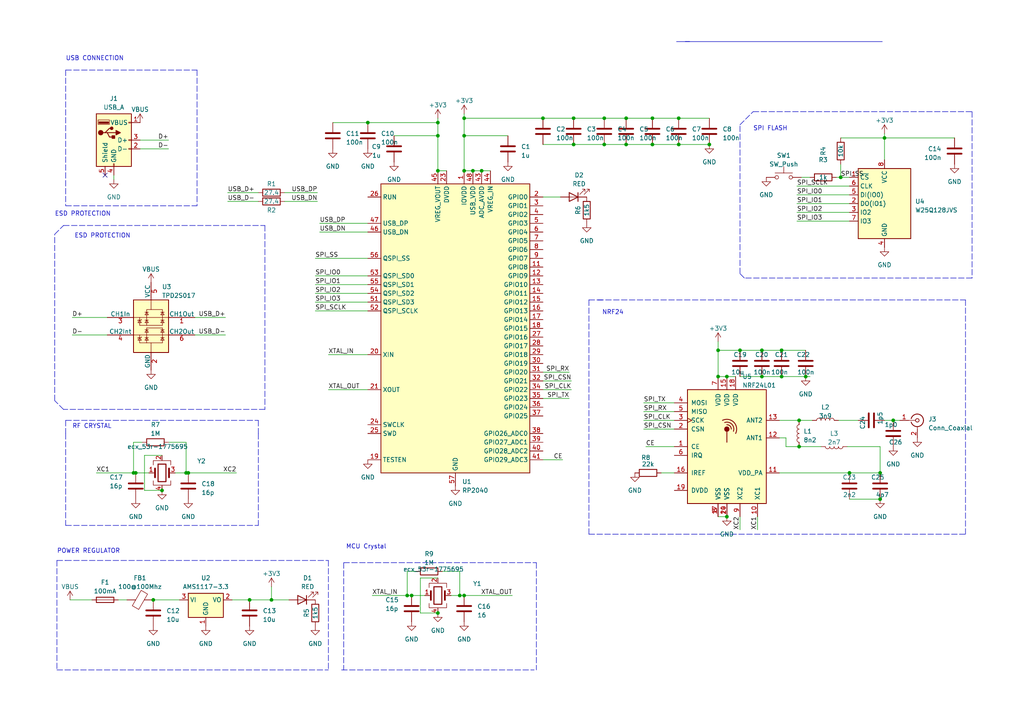
<source format=kicad_sch>
(kicad_sch (version 20230121) (generator eeschema)

  (uuid 17872092-7795-4502-b527-e1eb5ee5ecd6)

  (paper "A4")

  (lib_symbols
    (symbol "Connector:Conn_Coaxial" (pin_names (offset 1.016) hide) (in_bom yes) (on_board yes)
      (property "Reference" "J" (at 0.254 3.048 0)
        (effects (font (size 1.27 1.27)))
      )
      (property "Value" "Conn_Coaxial" (at 2.921 0 90)
        (effects (font (size 1.27 1.27)))
      )
      (property "Footprint" "" (at 0 0 0)
        (effects (font (size 1.27 1.27)) hide)
      )
      (property "Datasheet" " ~" (at 0 0 0)
        (effects (font (size 1.27 1.27)) hide)
      )
      (property "ki_keywords" "BNC SMA SMB SMC LEMO coaxial connector CINCH RCA" (at 0 0 0)
        (effects (font (size 1.27 1.27)) hide)
      )
      (property "ki_description" "coaxial connector (BNC, SMA, SMB, SMC, Cinch/RCA, LEMO, ...)" (at 0 0 0)
        (effects (font (size 1.27 1.27)) hide)
      )
      (property "ki_fp_filters" "*BNC* *SMA* *SMB* *SMC* *Cinch* *LEMO*" (at 0 0 0)
        (effects (font (size 1.27 1.27)) hide)
      )
      (symbol "Conn_Coaxial_0_1"
        (arc (start -1.778 -0.508) (mid 0.2311 -1.8066) (end 1.778 0)
          (stroke (width 0.254) (type default))
          (fill (type none))
        )
        (polyline
          (pts
            (xy -2.54 0)
            (xy -0.508 0)
          )
          (stroke (width 0) (type default))
          (fill (type none))
        )
        (polyline
          (pts
            (xy 0 -2.54)
            (xy 0 -1.778)
          )
          (stroke (width 0) (type default))
          (fill (type none))
        )
        (circle (center 0 0) (radius 0.508)
          (stroke (width 0.2032) (type default))
          (fill (type none))
        )
        (arc (start 1.778 0) (mid 0.2099 1.8101) (end -1.778 0.508)
          (stroke (width 0.254) (type default))
          (fill (type none))
        )
      )
      (symbol "Conn_Coaxial_1_1"
        (pin passive line (at -5.08 0 0) (length 2.54)
          (name "In" (effects (font (size 1.27 1.27))))
          (number "1" (effects (font (size 1.27 1.27))))
        )
        (pin passive line (at 0 -5.08 90) (length 2.54)
          (name "Ext" (effects (font (size 1.27 1.27))))
          (number "2" (effects (font (size 1.27 1.27))))
        )
      )
    )
    (symbol "Connector:USB_A" (pin_names (offset 1.016)) (in_bom yes) (on_board yes)
      (property "Reference" "J" (at -5.08 11.43 0)
        (effects (font (size 1.27 1.27)) (justify left))
      )
      (property "Value" "USB_A" (at -5.08 8.89 0)
        (effects (font (size 1.27 1.27)) (justify left))
      )
      (property "Footprint" "" (at 3.81 -1.27 0)
        (effects (font (size 1.27 1.27)) hide)
      )
      (property "Datasheet" " ~" (at 3.81 -1.27 0)
        (effects (font (size 1.27 1.27)) hide)
      )
      (property "ki_keywords" "connector USB" (at 0 0 0)
        (effects (font (size 1.27 1.27)) hide)
      )
      (property "ki_description" "USB Type A connector" (at 0 0 0)
        (effects (font (size 1.27 1.27)) hide)
      )
      (property "ki_fp_filters" "USB*" (at 0 0 0)
        (effects (font (size 1.27 1.27)) hide)
      )
      (symbol "USB_A_0_1"
        (rectangle (start -5.08 -7.62) (end 5.08 7.62)
          (stroke (width 0.254) (type default))
          (fill (type background))
        )
        (circle (center -3.81 2.159) (radius 0.635)
          (stroke (width 0.254) (type default))
          (fill (type outline))
        )
        (rectangle (start -1.524 4.826) (end -4.318 5.334)
          (stroke (width 0) (type default))
          (fill (type outline))
        )
        (rectangle (start -1.27 4.572) (end -4.572 5.842)
          (stroke (width 0) (type default))
          (fill (type none))
        )
        (circle (center -0.635 3.429) (radius 0.381)
          (stroke (width 0.254) (type default))
          (fill (type outline))
        )
        (rectangle (start -0.127 -7.62) (end 0.127 -6.858)
          (stroke (width 0) (type default))
          (fill (type none))
        )
        (polyline
          (pts
            (xy -3.175 2.159)
            (xy -2.54 2.159)
            (xy -1.27 3.429)
            (xy -0.635 3.429)
          )
          (stroke (width 0.254) (type default))
          (fill (type none))
        )
        (polyline
          (pts
            (xy -2.54 2.159)
            (xy -1.905 2.159)
            (xy -1.27 0.889)
            (xy 0 0.889)
          )
          (stroke (width 0.254) (type default))
          (fill (type none))
        )
        (polyline
          (pts
            (xy 0.635 2.794)
            (xy 0.635 1.524)
            (xy 1.905 2.159)
            (xy 0.635 2.794)
          )
          (stroke (width 0.254) (type default))
          (fill (type outline))
        )
        (rectangle (start 0.254 1.27) (end -0.508 0.508)
          (stroke (width 0.254) (type default))
          (fill (type outline))
        )
        (rectangle (start 5.08 -2.667) (end 4.318 -2.413)
          (stroke (width 0) (type default))
          (fill (type none))
        )
        (rectangle (start 5.08 -0.127) (end 4.318 0.127)
          (stroke (width 0) (type default))
          (fill (type none))
        )
        (rectangle (start 5.08 4.953) (end 4.318 5.207)
          (stroke (width 0) (type default))
          (fill (type none))
        )
      )
      (symbol "USB_A_1_1"
        (polyline
          (pts
            (xy -1.905 2.159)
            (xy 0.635 2.159)
          )
          (stroke (width 0.254) (type default))
          (fill (type none))
        )
        (pin power_in line (at 7.62 5.08 180) (length 2.54)
          (name "VBUS" (effects (font (size 1.27 1.27))))
          (number "1" (effects (font (size 1.27 1.27))))
        )
        (pin bidirectional line (at 7.62 -2.54 180) (length 2.54)
          (name "D-" (effects (font (size 1.27 1.27))))
          (number "2" (effects (font (size 1.27 1.27))))
        )
        (pin bidirectional line (at 7.62 0 180) (length 2.54)
          (name "D+" (effects (font (size 1.27 1.27))))
          (number "3" (effects (font (size 1.27 1.27))))
        )
        (pin power_in line (at 0 -10.16 90) (length 2.54)
          (name "GND" (effects (font (size 1.27 1.27))))
          (number "4" (effects (font (size 1.27 1.27))))
        )
        (pin passive line (at -2.54 -10.16 90) (length 2.54)
          (name "Shield" (effects (font (size 1.27 1.27))))
          (number "5" (effects (font (size 1.27 1.27))))
        )
      )
    )
    (symbol "Device:C" (pin_numbers hide) (pin_names (offset 0.254)) (in_bom yes) (on_board yes)
      (property "Reference" "C" (at 0.635 2.54 0)
        (effects (font (size 1.27 1.27)) (justify left))
      )
      (property "Value" "C" (at 0.635 -2.54 0)
        (effects (font (size 1.27 1.27)) (justify left))
      )
      (property "Footprint" "" (at 0.9652 -3.81 0)
        (effects (font (size 1.27 1.27)) hide)
      )
      (property "Datasheet" "~" (at 0 0 0)
        (effects (font (size 1.27 1.27)) hide)
      )
      (property "ki_keywords" "cap capacitor" (at 0 0 0)
        (effects (font (size 1.27 1.27)) hide)
      )
      (property "ki_description" "Unpolarized capacitor" (at 0 0 0)
        (effects (font (size 1.27 1.27)) hide)
      )
      (property "ki_fp_filters" "C_*" (at 0 0 0)
        (effects (font (size 1.27 1.27)) hide)
      )
      (symbol "C_0_1"
        (polyline
          (pts
            (xy -2.032 -0.762)
            (xy 2.032 -0.762)
          )
          (stroke (width 0.508) (type default))
          (fill (type none))
        )
        (polyline
          (pts
            (xy -2.032 0.762)
            (xy 2.032 0.762)
          )
          (stroke (width 0.508) (type default))
          (fill (type none))
        )
      )
      (symbol "C_1_1"
        (pin passive line (at 0 3.81 270) (length 2.794)
          (name "~" (effects (font (size 1.27 1.27))))
          (number "1" (effects (font (size 1.27 1.27))))
        )
        (pin passive line (at 0 -3.81 90) (length 2.794)
          (name "~" (effects (font (size 1.27 1.27))))
          (number "2" (effects (font (size 1.27 1.27))))
        )
      )
    )
    (symbol "Device:Crystal_GND24" (pin_names (offset 1.016) hide) (in_bom yes) (on_board yes)
      (property "Reference" "Y" (at 3.175 5.08 0)
        (effects (font (size 1.27 1.27)) (justify left))
      )
      (property "Value" "Crystal_GND24" (at 3.175 3.175 0)
        (effects (font (size 1.27 1.27)) (justify left))
      )
      (property "Footprint" "" (at 0 0 0)
        (effects (font (size 1.27 1.27)) hide)
      )
      (property "Datasheet" "~" (at 0 0 0)
        (effects (font (size 1.27 1.27)) hide)
      )
      (property "ki_keywords" "quartz ceramic resonator oscillator" (at 0 0 0)
        (effects (font (size 1.27 1.27)) hide)
      )
      (property "ki_description" "Four pin crystal, GND on pins 2 and 4" (at 0 0 0)
        (effects (font (size 1.27 1.27)) hide)
      )
      (property "ki_fp_filters" "Crystal*" (at 0 0 0)
        (effects (font (size 1.27 1.27)) hide)
      )
      (symbol "Crystal_GND24_0_1"
        (rectangle (start -1.143 2.54) (end 1.143 -2.54)
          (stroke (width 0.3048) (type default))
          (fill (type none))
        )
        (polyline
          (pts
            (xy -2.54 0)
            (xy -2.032 0)
          )
          (stroke (width 0) (type default))
          (fill (type none))
        )
        (polyline
          (pts
            (xy -2.032 -1.27)
            (xy -2.032 1.27)
          )
          (stroke (width 0.508) (type default))
          (fill (type none))
        )
        (polyline
          (pts
            (xy 0 -3.81)
            (xy 0 -3.556)
          )
          (stroke (width 0) (type default))
          (fill (type none))
        )
        (polyline
          (pts
            (xy 0 3.556)
            (xy 0 3.81)
          )
          (stroke (width 0) (type default))
          (fill (type none))
        )
        (polyline
          (pts
            (xy 2.032 -1.27)
            (xy 2.032 1.27)
          )
          (stroke (width 0.508) (type default))
          (fill (type none))
        )
        (polyline
          (pts
            (xy 2.032 0)
            (xy 2.54 0)
          )
          (stroke (width 0) (type default))
          (fill (type none))
        )
        (polyline
          (pts
            (xy -2.54 -2.286)
            (xy -2.54 -3.556)
            (xy 2.54 -3.556)
            (xy 2.54 -2.286)
          )
          (stroke (width 0) (type default))
          (fill (type none))
        )
        (polyline
          (pts
            (xy -2.54 2.286)
            (xy -2.54 3.556)
            (xy 2.54 3.556)
            (xy 2.54 2.286)
          )
          (stroke (width 0) (type default))
          (fill (type none))
        )
      )
      (symbol "Crystal_GND24_1_1"
        (pin passive line (at -3.81 0 0) (length 1.27)
          (name "1" (effects (font (size 1.27 1.27))))
          (number "1" (effects (font (size 1.27 1.27))))
        )
        (pin passive line (at 0 5.08 270) (length 1.27)
          (name "2" (effects (font (size 1.27 1.27))))
          (number "2" (effects (font (size 1.27 1.27))))
        )
        (pin passive line (at 3.81 0 180) (length 1.27)
          (name "3" (effects (font (size 1.27 1.27))))
          (number "3" (effects (font (size 1.27 1.27))))
        )
        (pin passive line (at 0 -5.08 90) (length 1.27)
          (name "4" (effects (font (size 1.27 1.27))))
          (number "4" (effects (font (size 1.27 1.27))))
        )
      )
    )
    (symbol "Device:FerriteBead" (pin_numbers hide) (pin_names (offset 0)) (in_bom yes) (on_board yes)
      (property "Reference" "FB" (at -3.81 0.635 90)
        (effects (font (size 1.27 1.27)))
      )
      (property "Value" "FerriteBead" (at 3.81 0 90)
        (effects (font (size 1.27 1.27)))
      )
      (property "Footprint" "" (at -1.778 0 90)
        (effects (font (size 1.27 1.27)) hide)
      )
      (property "Datasheet" "~" (at 0 0 0)
        (effects (font (size 1.27 1.27)) hide)
      )
      (property "ki_keywords" "L ferrite bead inductor filter" (at 0 0 0)
        (effects (font (size 1.27 1.27)) hide)
      )
      (property "ki_description" "Ferrite bead" (at 0 0 0)
        (effects (font (size 1.27 1.27)) hide)
      )
      (property "ki_fp_filters" "Inductor_* L_* *Ferrite*" (at 0 0 0)
        (effects (font (size 1.27 1.27)) hide)
      )
      (symbol "FerriteBead_0_1"
        (polyline
          (pts
            (xy 0 -1.27)
            (xy 0 -1.2192)
          )
          (stroke (width 0) (type default))
          (fill (type none))
        )
        (polyline
          (pts
            (xy 0 1.27)
            (xy 0 1.2954)
          )
          (stroke (width 0) (type default))
          (fill (type none))
        )
        (polyline
          (pts
            (xy -2.7686 0.4064)
            (xy -1.7018 2.2606)
            (xy 2.7686 -0.3048)
            (xy 1.6764 -2.159)
            (xy -2.7686 0.4064)
          )
          (stroke (width 0) (type default))
          (fill (type none))
        )
      )
      (symbol "FerriteBead_1_1"
        (pin passive line (at 0 3.81 270) (length 2.54)
          (name "~" (effects (font (size 1.27 1.27))))
          (number "1" (effects (font (size 1.27 1.27))))
        )
        (pin passive line (at 0 -3.81 90) (length 2.54)
          (name "~" (effects (font (size 1.27 1.27))))
          (number "2" (effects (font (size 1.27 1.27))))
        )
      )
    )
    (symbol "Device:Fuse" (pin_numbers hide) (pin_names (offset 0)) (in_bom yes) (on_board yes)
      (property "Reference" "F" (at 2.032 0 90)
        (effects (font (size 1.27 1.27)))
      )
      (property "Value" "Fuse" (at -1.905 0 90)
        (effects (font (size 1.27 1.27)))
      )
      (property "Footprint" "" (at -1.778 0 90)
        (effects (font (size 1.27 1.27)) hide)
      )
      (property "Datasheet" "~" (at 0 0 0)
        (effects (font (size 1.27 1.27)) hide)
      )
      (property "ki_keywords" "fuse" (at 0 0 0)
        (effects (font (size 1.27 1.27)) hide)
      )
      (property "ki_description" "Fuse" (at 0 0 0)
        (effects (font (size 1.27 1.27)) hide)
      )
      (property "ki_fp_filters" "*Fuse*" (at 0 0 0)
        (effects (font (size 1.27 1.27)) hide)
      )
      (symbol "Fuse_0_1"
        (rectangle (start -0.762 -2.54) (end 0.762 2.54)
          (stroke (width 0.254) (type default))
          (fill (type none))
        )
        (polyline
          (pts
            (xy 0 2.54)
            (xy 0 -2.54)
          )
          (stroke (width 0) (type default))
          (fill (type none))
        )
      )
      (symbol "Fuse_1_1"
        (pin passive line (at 0 3.81 270) (length 1.27)
          (name "~" (effects (font (size 1.27 1.27))))
          (number "1" (effects (font (size 1.27 1.27))))
        )
        (pin passive line (at 0 -3.81 90) (length 1.27)
          (name "~" (effects (font (size 1.27 1.27))))
          (number "2" (effects (font (size 1.27 1.27))))
        )
      )
    )
    (symbol "Device:L" (pin_numbers hide) (pin_names (offset 1.016) hide) (in_bom yes) (on_board yes)
      (property "Reference" "L" (at -1.27 0 90)
        (effects (font (size 1.27 1.27)))
      )
      (property "Value" "L" (at 1.905 0 90)
        (effects (font (size 1.27 1.27)))
      )
      (property "Footprint" "" (at 0 0 0)
        (effects (font (size 1.27 1.27)) hide)
      )
      (property "Datasheet" "~" (at 0 0 0)
        (effects (font (size 1.27 1.27)) hide)
      )
      (property "ki_keywords" "inductor choke coil reactor magnetic" (at 0 0 0)
        (effects (font (size 1.27 1.27)) hide)
      )
      (property "ki_description" "Inductor" (at 0 0 0)
        (effects (font (size 1.27 1.27)) hide)
      )
      (property "ki_fp_filters" "Choke_* *Coil* Inductor_* L_*" (at 0 0 0)
        (effects (font (size 1.27 1.27)) hide)
      )
      (symbol "L_0_1"
        (arc (start 0 -2.54) (mid 0.6323 -1.905) (end 0 -1.27)
          (stroke (width 0) (type default))
          (fill (type none))
        )
        (arc (start 0 -1.27) (mid 0.6323 -0.635) (end 0 0)
          (stroke (width 0) (type default))
          (fill (type none))
        )
        (arc (start 0 0) (mid 0.6323 0.635) (end 0 1.27)
          (stroke (width 0) (type default))
          (fill (type none))
        )
        (arc (start 0 1.27) (mid 0.6323 1.905) (end 0 2.54)
          (stroke (width 0) (type default))
          (fill (type none))
        )
      )
      (symbol "L_1_1"
        (pin passive line (at 0 3.81 270) (length 1.27)
          (name "1" (effects (font (size 1.27 1.27))))
          (number "1" (effects (font (size 1.27 1.27))))
        )
        (pin passive line (at 0 -3.81 90) (length 1.27)
          (name "2" (effects (font (size 1.27 1.27))))
          (number "2" (effects (font (size 1.27 1.27))))
        )
      )
    )
    (symbol "Device:LED" (pin_numbers hide) (pin_names (offset 1.016) hide) (in_bom yes) (on_board yes)
      (property "Reference" "D" (at 0 2.54 0)
        (effects (font (size 1.27 1.27)))
      )
      (property "Value" "LED" (at 0 -2.54 0)
        (effects (font (size 1.27 1.27)))
      )
      (property "Footprint" "" (at 0 0 0)
        (effects (font (size 1.27 1.27)) hide)
      )
      (property "Datasheet" "~" (at 0 0 0)
        (effects (font (size 1.27 1.27)) hide)
      )
      (property "ki_keywords" "LED diode" (at 0 0 0)
        (effects (font (size 1.27 1.27)) hide)
      )
      (property "ki_description" "Light emitting diode" (at 0 0 0)
        (effects (font (size 1.27 1.27)) hide)
      )
      (property "ki_fp_filters" "LED* LED_SMD:* LED_THT:*" (at 0 0 0)
        (effects (font (size 1.27 1.27)) hide)
      )
      (symbol "LED_0_1"
        (polyline
          (pts
            (xy -1.27 -1.27)
            (xy -1.27 1.27)
          )
          (stroke (width 0.254) (type default))
          (fill (type none))
        )
        (polyline
          (pts
            (xy -1.27 0)
            (xy 1.27 0)
          )
          (stroke (width 0) (type default))
          (fill (type none))
        )
        (polyline
          (pts
            (xy 1.27 -1.27)
            (xy 1.27 1.27)
            (xy -1.27 0)
            (xy 1.27 -1.27)
          )
          (stroke (width 0.254) (type default))
          (fill (type none))
        )
        (polyline
          (pts
            (xy -3.048 -0.762)
            (xy -4.572 -2.286)
            (xy -3.81 -2.286)
            (xy -4.572 -2.286)
            (xy -4.572 -1.524)
          )
          (stroke (width 0) (type default))
          (fill (type none))
        )
        (polyline
          (pts
            (xy -1.778 -0.762)
            (xy -3.302 -2.286)
            (xy -2.54 -2.286)
            (xy -3.302 -2.286)
            (xy -3.302 -1.524)
          )
          (stroke (width 0) (type default))
          (fill (type none))
        )
      )
      (symbol "LED_1_1"
        (pin passive line (at -3.81 0 0) (length 2.54)
          (name "K" (effects (font (size 1.27 1.27))))
          (number "1" (effects (font (size 1.27 1.27))))
        )
        (pin passive line (at 3.81 0 180) (length 2.54)
          (name "A" (effects (font (size 1.27 1.27))))
          (number "2" (effects (font (size 1.27 1.27))))
        )
      )
    )
    (symbol "Device:R" (pin_numbers hide) (pin_names (offset 0)) (in_bom yes) (on_board yes)
      (property "Reference" "R" (at 2.032 0 90)
        (effects (font (size 1.27 1.27)))
      )
      (property "Value" "R" (at 0 0 90)
        (effects (font (size 1.27 1.27)))
      )
      (property "Footprint" "" (at -1.778 0 90)
        (effects (font (size 1.27 1.27)) hide)
      )
      (property "Datasheet" "~" (at 0 0 0)
        (effects (font (size 1.27 1.27)) hide)
      )
      (property "ki_keywords" "R res resistor" (at 0 0 0)
        (effects (font (size 1.27 1.27)) hide)
      )
      (property "ki_description" "Resistor" (at 0 0 0)
        (effects (font (size 1.27 1.27)) hide)
      )
      (property "ki_fp_filters" "R_*" (at 0 0 0)
        (effects (font (size 1.27 1.27)) hide)
      )
      (symbol "R_0_1"
        (rectangle (start -1.016 -2.54) (end 1.016 2.54)
          (stroke (width 0.254) (type default))
          (fill (type none))
        )
      )
      (symbol "R_1_1"
        (pin passive line (at 0 3.81 270) (length 1.27)
          (name "~" (effects (font (size 1.27 1.27))))
          (number "1" (effects (font (size 1.27 1.27))))
        )
        (pin passive line (at 0 -3.81 90) (length 1.27)
          (name "~" (effects (font (size 1.27 1.27))))
          (number "2" (effects (font (size 1.27 1.27))))
        )
      )
    )
    (symbol "MCU_RaspberryPi:RP2040" (in_bom yes) (on_board yes)
      (property "Reference" "U1" (at 1.9559 -44.45 0)
        (effects (font (size 1.27 1.27)) (justify left))
      )
      (property "Value" "RP2040" (at 1.9559 -46.99 0)
        (effects (font (size 1.27 1.27)) (justify left))
      )
      (property "Footprint" "Package_DFN_QFN:QFN-56-1EP_7x7mm_P0.4mm_EP3.2x3.2mm" (at 0 0 0)
        (effects (font (size 1.27 1.27)) hide)
      )
      (property "Datasheet" "https://datasheets.raspberrypi.com/rp2040/rp2040-datasheet.pdf" (at 0 0 0)
        (effects (font (size 1.27 1.27)) hide)
      )
      (property "ki_keywords" "RP2040 ARM Cortex-M0+ USB" (at 0 0 0)
        (effects (font (size 1.27 1.27)) hide)
      )
      (property "ki_description" "A microcontroller by Raspberry Pi" (at 0 0 0)
        (effects (font (size 1.27 1.27)) hide)
      )
      (property "ki_fp_filters" "QFN*1EP*7x7mm?P0.4mm*" (at 0 0 0)
        (effects (font (size 1.27 1.27)) hide)
      )
      (symbol "RP2040_0_1"
        (rectangle (start -21.59 41.91) (end 21.59 -41.91)
          (stroke (width 0.254) (type default))
          (fill (type background))
        )
      )
      (symbol "RP2040_1_1"
        (pin power_in line (at 2.54 45.72 270) (length 3.81)
          (name "IOVDD" (effects (font (size 1.27 1.27))))
          (number "1" (effects (font (size 1.27 1.27))))
        )
        (pin passive line (at 2.54 45.72 270) (length 3.81) hide
          (name "IOVDD" (effects (font (size 1.27 1.27))))
          (number "10" (effects (font (size 1.27 1.27))))
        )
        (pin bidirectional line (at 25.4 17.78 180) (length 3.81)
          (name "GPIO8" (effects (font (size 1.27 1.27))))
          (number "11" (effects (font (size 1.27 1.27))))
        )
        (pin bidirectional line (at 25.4 15.24 180) (length 3.81)
          (name "GPIO9" (effects (font (size 1.27 1.27))))
          (number "12" (effects (font (size 1.27 1.27))))
        )
        (pin bidirectional line (at 25.4 12.7 180) (length 3.81)
          (name "GPIO10" (effects (font (size 1.27 1.27))))
          (number "13" (effects (font (size 1.27 1.27))))
        )
        (pin bidirectional line (at 25.4 10.16 180) (length 3.81)
          (name "GPIO11" (effects (font (size 1.27 1.27))))
          (number "14" (effects (font (size 1.27 1.27))))
        )
        (pin bidirectional line (at 25.4 7.62 180) (length 3.81)
          (name "GPIO12" (effects (font (size 1.27 1.27))))
          (number "15" (effects (font (size 1.27 1.27))))
        )
        (pin bidirectional line (at 25.4 5.08 180) (length 3.81)
          (name "GPIO13" (effects (font (size 1.27 1.27))))
          (number "16" (effects (font (size 1.27 1.27))))
        )
        (pin bidirectional line (at 25.4 2.54 180) (length 3.81)
          (name "GPIO14" (effects (font (size 1.27 1.27))))
          (number "17" (effects (font (size 1.27 1.27))))
        )
        (pin bidirectional line (at 25.4 0 180) (length 3.81)
          (name "GPIO15" (effects (font (size 1.27 1.27))))
          (number "18" (effects (font (size 1.27 1.27))))
        )
        (pin input line (at -25.4 -38.1 0) (length 3.81)
          (name "TESTEN" (effects (font (size 1.27 1.27))))
          (number "19" (effects (font (size 1.27 1.27))))
        )
        (pin bidirectional line (at 25.4 38.1 180) (length 3.81)
          (name "GPIO0" (effects (font (size 1.27 1.27))))
          (number "2" (effects (font (size 1.27 1.27))))
        )
        (pin input line (at -25.4 -7.62 0) (length 3.81)
          (name "XIN" (effects (font (size 1.27 1.27))))
          (number "20" (effects (font (size 1.27 1.27))))
        )
        (pin passive line (at -25.4 -17.78 0) (length 3.81)
          (name "XOUT" (effects (font (size 1.27 1.27))))
          (number "21" (effects (font (size 1.27 1.27))))
        )
        (pin passive line (at 2.54 45.72 270) (length 3.81) hide
          (name "IOVDD" (effects (font (size 1.27 1.27))))
          (number "22" (effects (font (size 1.27 1.27))))
        )
        (pin power_in line (at -2.54 45.72 270) (length 3.81)
          (name "DVDD" (effects (font (size 1.27 1.27))))
          (number "23" (effects (font (size 1.27 1.27))))
        )
        (pin input line (at -25.4 -27.94 0) (length 3.81)
          (name "SWCLK" (effects (font (size 1.27 1.27))))
          (number "24" (effects (font (size 1.27 1.27))))
        )
        (pin bidirectional line (at -25.4 -30.48 0) (length 3.81)
          (name "SWD" (effects (font (size 1.27 1.27))))
          (number "25" (effects (font (size 1.27 1.27))))
        )
        (pin input line (at -25.4 38.1 0) (length 3.81)
          (name "RUN" (effects (font (size 1.27 1.27))))
          (number "26" (effects (font (size 1.27 1.27))))
        )
        (pin bidirectional line (at 25.4 -2.54 180) (length 3.81)
          (name "GPIO16" (effects (font (size 1.27 1.27))))
          (number "27" (effects (font (size 1.27 1.27))))
        )
        (pin bidirectional line (at 25.4 -5.08 180) (length 3.81)
          (name "GPIO17" (effects (font (size 1.27 1.27))))
          (number "28" (effects (font (size 1.27 1.27))))
        )
        (pin bidirectional line (at 25.4 -7.62 180) (length 3.81)
          (name "GPIO18" (effects (font (size 1.27 1.27))))
          (number "29" (effects (font (size 1.27 1.27))))
        )
        (pin bidirectional line (at 25.4 35.56 180) (length 3.81)
          (name "GPIO1" (effects (font (size 1.27 1.27))))
          (number "3" (effects (font (size 1.27 1.27))))
        )
        (pin bidirectional line (at 25.4 -10.16 180) (length 3.81)
          (name "GPIO19" (effects (font (size 1.27 1.27))))
          (number "30" (effects (font (size 1.27 1.27))))
        )
        (pin bidirectional line (at 25.4 -12.7 180) (length 3.81)
          (name "GPIO20" (effects (font (size 1.27 1.27))))
          (number "31" (effects (font (size 1.27 1.27))))
        )
        (pin bidirectional line (at 25.4 -15.24 180) (length 3.81)
          (name "GPIO21" (effects (font (size 1.27 1.27))))
          (number "32" (effects (font (size 1.27 1.27))))
        )
        (pin passive line (at 2.54 45.72 270) (length 3.81) hide
          (name "IOVDD" (effects (font (size 1.27 1.27))))
          (number "33" (effects (font (size 1.27 1.27))))
        )
        (pin bidirectional line (at 25.4 -17.78 180) (length 3.81)
          (name "GPIO22" (effects (font (size 1.27 1.27))))
          (number "34" (effects (font (size 1.27 1.27))))
        )
        (pin bidirectional line (at 25.4 -20.32 180) (length 3.81)
          (name "GPIO23" (effects (font (size 1.27 1.27))))
          (number "35" (effects (font (size 1.27 1.27))))
        )
        (pin bidirectional line (at 25.4 -22.86 180) (length 3.81)
          (name "GPIO24" (effects (font (size 1.27 1.27))))
          (number "36" (effects (font (size 1.27 1.27))))
        )
        (pin bidirectional line (at 25.4 -25.4 180) (length 3.81)
          (name "GPIO25" (effects (font (size 1.27 1.27))))
          (number "37" (effects (font (size 1.27 1.27))))
        )
        (pin bidirectional line (at 25.4 -30.48 180) (length 3.81)
          (name "GPIO26_ADC0" (effects (font (size 1.27 1.27))))
          (number "38" (effects (font (size 1.27 1.27))))
        )
        (pin bidirectional line (at 25.4 -33.02 180) (length 3.81)
          (name "GPIO27_ADC1" (effects (font (size 1.27 1.27))))
          (number "39" (effects (font (size 1.27 1.27))))
        )
        (pin bidirectional line (at 25.4 33.02 180) (length 3.81)
          (name "GPIO2" (effects (font (size 1.27 1.27))))
          (number "4" (effects (font (size 1.27 1.27))))
        )
        (pin bidirectional line (at 25.4 -35.56 180) (length 3.81)
          (name "GPIO28_ADC2" (effects (font (size 1.27 1.27))))
          (number "40" (effects (font (size 1.27 1.27))))
        )
        (pin bidirectional line (at 25.4 -38.1 180) (length 3.81)
          (name "GPIO29_ADC3" (effects (font (size 1.27 1.27))))
          (number "41" (effects (font (size 1.27 1.27))))
        )
        (pin passive line (at 2.54 45.72 270) (length 3.81) hide
          (name "IOVDD" (effects (font (size 1.27 1.27))))
          (number "42" (effects (font (size 1.27 1.27))))
        )
        (pin power_in line (at 7.62 45.72 270) (length 3.81)
          (name "ADC_AVDD" (effects (font (size 1.27 1.27))))
          (number "43" (effects (font (size 1.27 1.27))))
        )
        (pin power_in line (at 10.16 45.72 270) (length 3.81)
          (name "VREG_IN" (effects (font (size 1.27 1.27))))
          (number "44" (effects (font (size 1.27 1.27))))
        )
        (pin power_out line (at -5.08 45.72 270) (length 3.81)
          (name "VREG_VOUT" (effects (font (size 1.27 1.27))))
          (number "45" (effects (font (size 1.27 1.27))))
        )
        (pin bidirectional line (at -25.4 27.94 0) (length 3.81)
          (name "USB_DN" (effects (font (size 1.27 1.27))))
          (number "46" (effects (font (size 1.27 1.27))))
        )
        (pin bidirectional line (at -25.4 30.48 0) (length 3.81)
          (name "USB_DP" (effects (font (size 1.27 1.27))))
          (number "47" (effects (font (size 1.27 1.27))))
        )
        (pin power_in line (at 5.08 45.72 270) (length 3.81)
          (name "USB_VDD" (effects (font (size 1.27 1.27))))
          (number "48" (effects (font (size 1.27 1.27))))
        )
        (pin passive line (at 2.54 45.72 270) (length 3.81) hide
          (name "IOVDD" (effects (font (size 1.27 1.27))))
          (number "49" (effects (font (size 1.27 1.27))))
        )
        (pin bidirectional line (at 25.4 30.48 180) (length 3.81)
          (name "GPIO3" (effects (font (size 1.27 1.27))))
          (number "5" (effects (font (size 1.27 1.27))))
        )
        (pin passive line (at -2.54 45.72 270) (length 3.81) hide
          (name "DVDD" (effects (font (size 1.27 1.27))))
          (number "50" (effects (font (size 1.27 1.27))))
        )
        (pin bidirectional line (at -25.4 7.62 0) (length 3.81)
          (name "QSPI_SD3" (effects (font (size 1.27 1.27))))
          (number "51" (effects (font (size 1.27 1.27))))
        )
        (pin output line (at -25.4 5.08 0) (length 3.81)
          (name "QSPI_SCLK" (effects (font (size 1.27 1.27))))
          (number "52" (effects (font (size 1.27 1.27))))
        )
        (pin bidirectional line (at -25.4 15.24 0) (length 3.81)
          (name "QSPI_SD0" (effects (font (size 1.27 1.27))))
          (number "53" (effects (font (size 1.27 1.27))))
        )
        (pin bidirectional line (at -25.4 10.16 0) (length 3.81)
          (name "QSPI_SD2" (effects (font (size 1.27 1.27))))
          (number "54" (effects (font (size 1.27 1.27))))
        )
        (pin bidirectional line (at -25.4 12.7 0) (length 3.81)
          (name "QSPI_SD1" (effects (font (size 1.27 1.27))))
          (number "55" (effects (font (size 1.27 1.27))))
        )
        (pin bidirectional line (at -25.4 20.32 0) (length 3.81)
          (name "QSPI_SS" (effects (font (size 1.27 1.27))))
          (number "56" (effects (font (size 1.27 1.27))))
        )
        (pin power_in line (at 0 -45.72 90) (length 3.81)
          (name "GND" (effects (font (size 1.27 1.27))))
          (number "57" (effects (font (size 1.27 1.27))))
        )
        (pin bidirectional line (at 25.4 27.94 180) (length 3.81)
          (name "GPIO4" (effects (font (size 1.27 1.27))))
          (number "6" (effects (font (size 1.27 1.27))))
        )
        (pin bidirectional line (at 25.4 25.4 180) (length 3.81)
          (name "GPIO5" (effects (font (size 1.27 1.27))))
          (number "7" (effects (font (size 1.27 1.27))))
        )
        (pin bidirectional line (at 25.4 22.86 180) (length 3.81)
          (name "GPIO6" (effects (font (size 1.27 1.27))))
          (number "8" (effects (font (size 1.27 1.27))))
        )
        (pin bidirectional line (at 25.4 20.32 180) (length 3.81)
          (name "GPIO7" (effects (font (size 1.27 1.27))))
          (number "9" (effects (font (size 1.27 1.27))))
        )
      )
    )
    (symbol "Memory_Flash:W25Q128JVS" (in_bom yes) (on_board yes)
      (property "Reference" "U" (at -8.89 8.89 0)
        (effects (font (size 1.27 1.27)))
      )
      (property "Value" "W25Q128JVS" (at 7.62 8.89 0)
        (effects (font (size 1.27 1.27)))
      )
      (property "Footprint" "Package_SO:SOIC-8_5.23x5.23mm_P1.27mm" (at 0 0 0)
        (effects (font (size 1.27 1.27)) hide)
      )
      (property "Datasheet" "http://www.winbond.com/resource-files/w25q128jv_dtr%20revc%2003272018%20plus.pdf" (at 0 0 0)
        (effects (font (size 1.27 1.27)) hide)
      )
      (property "ki_keywords" "flash memory SPI QPI DTR" (at 0 0 0)
        (effects (font (size 1.27 1.27)) hide)
      )
      (property "ki_description" "128Mb Serial Flash Memory, Standard/Dual/Quad SPI, SOIC-8" (at 0 0 0)
        (effects (font (size 1.27 1.27)) hide)
      )
      (property "ki_fp_filters" "SOIC*5.23x5.23mm*P1.27mm*" (at 0 0 0)
        (effects (font (size 1.27 1.27)) hide)
      )
      (symbol "W25Q128JVS_0_1"
        (rectangle (start -7.62 10.16) (end 7.62 -10.16)
          (stroke (width 0.254) (type default))
          (fill (type background))
        )
      )
      (symbol "W25Q128JVS_1_1"
        (pin input line (at -10.16 7.62 0) (length 2.54)
          (name "~{CS}" (effects (font (size 1.27 1.27))))
          (number "1" (effects (font (size 1.27 1.27))))
        )
        (pin bidirectional line (at -10.16 0 0) (length 2.54)
          (name "DO(IO1)" (effects (font (size 1.27 1.27))))
          (number "2" (effects (font (size 1.27 1.27))))
        )
        (pin bidirectional line (at -10.16 -2.54 0) (length 2.54)
          (name "IO2" (effects (font (size 1.27 1.27))))
          (number "3" (effects (font (size 1.27 1.27))))
        )
        (pin power_in line (at 0 -12.7 90) (length 2.54)
          (name "GND" (effects (font (size 1.27 1.27))))
          (number "4" (effects (font (size 1.27 1.27))))
        )
        (pin bidirectional line (at -10.16 2.54 0) (length 2.54)
          (name "DI(IO0)" (effects (font (size 1.27 1.27))))
          (number "5" (effects (font (size 1.27 1.27))))
        )
        (pin input line (at -10.16 5.08 0) (length 2.54)
          (name "CLK" (effects (font (size 1.27 1.27))))
          (number "6" (effects (font (size 1.27 1.27))))
        )
        (pin bidirectional line (at -10.16 -5.08 0) (length 2.54)
          (name "IO3" (effects (font (size 1.27 1.27))))
          (number "7" (effects (font (size 1.27 1.27))))
        )
        (pin power_in line (at 0 12.7 270) (length 2.54)
          (name "VCC" (effects (font (size 1.27 1.27))))
          (number "8" (effects (font (size 1.27 1.27))))
        )
      )
    )
    (symbol "Power_Protection:TPD2S017" (pin_names (offset 0)) (in_bom yes) (on_board yes)
      (property "Reference" "U" (at 2.54 8.89 0)
        (effects (font (size 1.27 1.27)) (justify left))
      )
      (property "Value" "TPD2S017" (at 2.54 -8.89 0)
        (effects (font (size 1.27 1.27)) (justify left))
      )
      (property "Footprint" "Package_TO_SOT_SMD:SOT-23-6" (at -19.05 -8.89 0)
        (effects (font (size 1.27 1.27)) hide)
      )
      (property "Datasheet" "http://www.ti.com/lit/ds/symlink/tpd2s017.pdf" (at 0 0 0)
        (effects (font (size 1.27 1.27)) hide)
      )
      (property "ki_keywords" "ESD protection" (at 0 0 0)
        (effects (font (size 1.27 1.27)) hide)
      )
      (property "ki_description" "2-Channel Ultra-Low Clamp Voltage ESD Solution With Series-Resistor Isolation, SOT-23" (at 0 0 0)
        (effects (font (size 1.27 1.27)) hide)
      )
      (property "ki_fp_filters" "SOT?23*" (at 0 0 0)
        (effects (font (size 1.27 1.27)) hide)
      )
      (symbol "TPD2S017_0_1"
        (rectangle (start -5.08 7.62) (end 5.08 -7.62)
          (stroke (width 0.254) (type default))
          (fill (type background))
        )
        (polyline
          (pts
            (xy 0 4.826)
            (xy 0 7.62)
          )
          (stroke (width 0) (type default))
          (fill (type none))
        )
        (polyline
          (pts
            (xy -5.08 -2.54)
            (xy 5.08 -2.54)
            (xy 5.08 -2.54)
          )
          (stroke (width 0) (type default))
          (fill (type none))
        )
        (polyline
          (pts
            (xy -5.08 2.54)
            (xy 5.08 2.54)
            (xy 5.08 2.54)
          )
          (stroke (width 0) (type default))
          (fill (type none))
        )
        (polyline
          (pts
            (xy -3.302 -4.826)
            (xy -1.27 -4.826)
            (xy -1.27 -4.826)
          )
          (stroke (width 0) (type default))
          (fill (type none))
        )
        (polyline
          (pts
            (xy -3.302 -3.302)
            (xy -3.302 -2.54)
            (xy -3.302 -2.54)
          )
          (stroke (width 0) (type default))
          (fill (type none))
        )
        (polyline
          (pts
            (xy -3.302 0.254)
            (xy -3.302 1.778)
            (xy -3.302 1.016)
          )
          (stroke (width 0) (type default))
          (fill (type none))
        )
        (polyline
          (pts
            (xy -3.302 0.254)
            (xy -1.27 0.254)
            (xy -1.27 0.254)
          )
          (stroke (width 0) (type default))
          (fill (type none))
        )
        (polyline
          (pts
            (xy -3.302 1.778)
            (xy -3.302 2.54)
            (xy -3.302 2.54)
          )
          (stroke (width 0) (type default))
          (fill (type none))
        )
        (polyline
          (pts
            (xy -1.778 -3.302)
            (xy -1.27 -3.302)
            (xy -0.762 -3.302)
          )
          (stroke (width 0) (type default))
          (fill (type none))
        )
        (polyline
          (pts
            (xy -1.778 -1.016)
            (xy -1.27 -1.016)
            (xy -0.762 -1.016)
          )
          (stroke (width 0) (type default))
          (fill (type none))
        )
        (polyline
          (pts
            (xy -1.778 1.778)
            (xy -1.27 1.778)
            (xy -0.762 1.778)
          )
          (stroke (width 0) (type default))
          (fill (type none))
        )
        (polyline
          (pts
            (xy -1.778 4.064)
            (xy -1.27 4.064)
            (xy -0.762 4.064)
          )
          (stroke (width 0) (type default))
          (fill (type none))
        )
        (polyline
          (pts
            (xy -1.27 -4.826)
            (xy -1.27 -3.302)
            (xy -1.27 -4.064)
          )
          (stroke (width 0) (type default))
          (fill (type none))
        )
        (polyline
          (pts
            (xy -1.27 -4.826)
            (xy 3.302 -4.826)
            (xy 3.302 -4.826)
          )
          (stroke (width 0) (type default))
          (fill (type none))
        )
        (polyline
          (pts
            (xy -1.27 -1.016)
            (xy -1.27 -0.508)
            (xy -1.27 -0.508)
          )
          (stroke (width 0) (type default))
          (fill (type none))
        )
        (polyline
          (pts
            (xy -1.27 -0.508)
            (xy 3.302 -0.508)
            (xy 3.302 -0.508)
          )
          (stroke (width 0) (type default))
          (fill (type none))
        )
        (polyline
          (pts
            (xy -1.27 0.254)
            (xy -1.27 1.778)
            (xy -1.27 1.016)
          )
          (stroke (width 0) (type default))
          (fill (type none))
        )
        (polyline
          (pts
            (xy -1.27 0.254)
            (xy 3.302 0.254)
            (xy 3.302 0.254)
          )
          (stroke (width 0) (type default))
          (fill (type none))
        )
        (polyline
          (pts
            (xy 0 -7.62)
            (xy 0 -4.826)
            (xy 0 -4.826)
          )
          (stroke (width 0) (type default))
          (fill (type none))
        )
        (polyline
          (pts
            (xy 2.794 -3.302)
            (xy 3.302 -3.302)
            (xy 3.81 -3.302)
          )
          (stroke (width 0) (type default))
          (fill (type none))
        )
        (polyline
          (pts
            (xy 2.794 -1.016)
            (xy 3.302 -1.016)
            (xy 3.81 -1.016)
          )
          (stroke (width 0) (type default))
          (fill (type none))
        )
        (polyline
          (pts
            (xy 2.794 1.778)
            (xy 3.302 1.778)
            (xy 3.81 1.778)
          )
          (stroke (width 0) (type default))
          (fill (type none))
        )
        (polyline
          (pts
            (xy 2.794 4.064)
            (xy 3.302 4.064)
            (xy 3.81 4.064)
          )
          (stroke (width 0) (type default))
          (fill (type none))
        )
        (polyline
          (pts
            (xy 3.302 -1.016)
            (xy 3.302 -0.508)
            (xy 3.302 -0.508)
          )
          (stroke (width 0) (type default))
          (fill (type none))
        )
        (polyline
          (pts
            (xy -3.302 -4.826)
            (xy -3.302 -3.302)
            (xy -3.302 -4.064)
            (xy -3.302 -4.064)
          )
          (stroke (width 0) (type default))
          (fill (type none))
        )
        (polyline
          (pts
            (xy 3.302 -4.826)
            (xy 3.302 -3.302)
            (xy 3.302 -4.064)
            (xy 3.302 -4.064)
          )
          (stroke (width 0) (type default))
          (fill (type none))
        )
        (polyline
          (pts
            (xy 3.302 0.254)
            (xy 3.302 1.778)
            (xy 3.302 1.016)
            (xy 3.302 1.016)
          )
          (stroke (width 0) (type default))
          (fill (type none))
        )
        (polyline
          (pts
            (xy -3.302 -3.302)
            (xy -3.81 -4.064)
            (xy -2.794 -4.064)
            (xy -3.302 -3.302)
            (xy -3.302 -3.302)
          )
          (stroke (width 0) (type default))
          (fill (type none))
        )
        (polyline
          (pts
            (xy -3.302 1.778)
            (xy -3.81 1.016)
            (xy -2.794 1.016)
            (xy -3.302 1.778)
            (xy -3.302 1.778)
          )
          (stroke (width 0) (type default))
          (fill (type none))
        )
        (polyline
          (pts
            (xy -2.794 -3.048)
            (xy -2.794 -3.302)
            (xy -3.81 -3.302)
            (xy -3.81 -3.556)
            (xy -3.81 -3.556)
          )
          (stroke (width 0) (type default))
          (fill (type none))
        )
        (polyline
          (pts
            (xy -2.794 2.032)
            (xy -2.794 1.778)
            (xy -3.81 1.778)
            (xy -3.81 1.524)
            (xy -3.81 1.524)
          )
          (stroke (width 0) (type default))
          (fill (type none))
        )
        (polyline
          (pts
            (xy -1.27 -3.302)
            (xy -1.778 -4.064)
            (xy -0.762 -4.064)
            (xy -1.27 -3.302)
            (xy -1.27 -3.302)
          )
          (stroke (width 0) (type default))
          (fill (type none))
        )
        (polyline
          (pts
            (xy -1.27 -3.302)
            (xy -1.27 -1.016)
            (xy -1.27 -1.778)
            (xy -1.27 -1.778)
            (xy -1.27 -1.778)
          )
          (stroke (width 0) (type default))
          (fill (type none))
        )
        (polyline
          (pts
            (xy -1.27 -1.016)
            (xy -1.778 -1.778)
            (xy -0.762 -1.778)
            (xy -1.27 -1.016)
            (xy -1.27 -1.016)
          )
          (stroke (width 0) (type default))
          (fill (type none))
        )
        (polyline
          (pts
            (xy -1.27 1.778)
            (xy -1.778 1.016)
            (xy -0.762 1.016)
            (xy -1.27 1.778)
            (xy -1.27 1.778)
          )
          (stroke (width 0) (type default))
          (fill (type none))
        )
        (polyline
          (pts
            (xy -1.27 1.778)
            (xy -1.27 4.064)
            (xy -1.27 3.302)
            (xy -1.27 3.302)
            (xy -1.27 3.302)
          )
          (stroke (width 0) (type default))
          (fill (type none))
        )
        (polyline
          (pts
            (xy -1.27 4.064)
            (xy -1.778 3.302)
            (xy -0.762 3.302)
            (xy -1.27 4.064)
            (xy -1.27 4.064)
          )
          (stroke (width 0) (type default))
          (fill (type none))
        )
        (polyline
          (pts
            (xy -1.27 4.064)
            (xy -1.27 4.826)
            (xy 3.302 4.826)
            (xy 3.302 4.064)
            (xy 3.302 4.064)
          )
          (stroke (width 0) (type default))
          (fill (type none))
        )
        (polyline
          (pts
            (xy 3.302 -3.302)
            (xy 2.794 -4.064)
            (xy 3.81 -4.064)
            (xy 3.302 -3.302)
            (xy 3.302 -3.302)
          )
          (stroke (width 0) (type default))
          (fill (type none))
        )
        (polyline
          (pts
            (xy 3.302 -3.302)
            (xy 3.302 -1.016)
            (xy 3.302 -1.778)
            (xy 3.302 -1.778)
            (xy 3.302 -1.778)
          )
          (stroke (width 0) (type default))
          (fill (type none))
        )
        (polyline
          (pts
            (xy 3.302 -1.016)
            (xy 2.794 -1.778)
            (xy 3.81 -1.778)
            (xy 3.302 -1.016)
            (xy 3.302 -1.016)
          )
          (stroke (width 0) (type default))
          (fill (type none))
        )
        (polyline
          (pts
            (xy 3.302 1.778)
            (xy 2.794 1.016)
            (xy 3.81 1.016)
            (xy 3.302 1.778)
            (xy 3.302 1.778)
          )
          (stroke (width 0) (type default))
          (fill (type none))
        )
        (polyline
          (pts
            (xy 3.302 1.778)
            (xy 3.302 4.064)
            (xy 3.302 3.302)
            (xy 3.302 3.302)
            (xy 3.302 3.302)
          )
          (stroke (width 0) (type default))
          (fill (type none))
        )
        (polyline
          (pts
            (xy 3.302 4.064)
            (xy 2.794 3.302)
            (xy 3.81 3.302)
            (xy 3.302 4.064)
            (xy 3.302 4.064)
          )
          (stroke (width 0) (type default))
          (fill (type none))
        )
      )
      (symbol "TPD2S017_1_1"
        (pin passive line (at 12.7 2.54 180) (length 7.62)
          (name "CH1Out" (effects (font (size 1.27 1.27))))
          (number "1" (effects (font (size 1.27 1.27))))
        )
        (pin power_in line (at 0 -12.7 90) (length 5.08)
          (name "GND" (effects (font (size 1.27 1.27))))
          (number "2" (effects (font (size 1.27 1.27))))
        )
        (pin passive line (at -12.7 2.54 0) (length 7.62)
          (name "CH1In" (effects (font (size 1.27 1.27))))
          (number "3" (effects (font (size 1.27 1.27))))
        )
        (pin passive line (at -12.7 -2.54 0) (length 7.62)
          (name "CH2Int" (effects (font (size 1.27 1.27))))
          (number "4" (effects (font (size 1.27 1.27))))
        )
        (pin power_in line (at 0 12.7 270) (length 5.08)
          (name "VCC" (effects (font (size 1.27 1.27))))
          (number "5" (effects (font (size 1.27 1.27))))
        )
        (pin passive line (at 12.7 -2.54 180) (length 7.62)
          (name "CH2Out" (effects (font (size 1.27 1.27))))
          (number "6" (effects (font (size 1.27 1.27))))
        )
      )
    )
    (symbol "RF:NRF24L01" (pin_names (offset 1.016)) (in_bom yes) (on_board yes)
      (property "Reference" "U5" (at 4.4959 20.32 0)
        (effects (font (size 1.27 1.27)) (justify left))
      )
      (property "Value" "NRF24L01" (at 4.4959 17.78 0)
        (effects (font (size 1.27 1.27)) (justify left))
      )
      (property "Footprint" "Package_DFN_QFN:QFN-20-1EP_4x4mm_P0.5mm_EP2.5x2.5mm" (at 5.08 20.32 0)
        (effects (font (size 1.27 1.27) italic) (justify left) hide)
      )
      (property "Datasheet" "http://www.nordicsemi.com/eng/content/download/2730/34105/file/nRF24L01_Product_Specification_v2_0.pdf" (at 0 2.54 0)
        (effects (font (size 1.27 1.27)) hide)
      )
      (property "ki_keywords" "Low Power RF Transceiver" (at 0 0 0)
        (effects (font (size 1.27 1.27)) hide)
      )
      (property "ki_description" "Ultra low power 2.4GHz RF Transceiver, QFN-20" (at 0 0 0)
        (effects (font (size 1.27 1.27)) hide)
      )
      (property "ki_fp_filters" "QFN*4x4*0.5mm*" (at 0 0 0)
        (effects (font (size 1.27 1.27)) hide)
      )
      (symbol "NRF24L01_0_1"
        (rectangle (start -11.43 16.51) (end 11.43 -16.51)
          (stroke (width 0.254) (type default))
          (fill (type background))
        )
        (polyline
          (pts
            (xy 0 4.445)
            (xy 0 1.27)
          )
          (stroke (width 0.254) (type default))
          (fill (type none))
        )
        (circle (center 0 5.08) (radius 0.635)
          (stroke (width 0.254) (type default))
          (fill (type outline))
        )
        (arc (start 1.27 5.08) (mid 0.9071 5.9946) (end 0 6.35)
          (stroke (width 0.254) (type default))
          (fill (type none))
        )
        (arc (start 1.905 4.445) (mid 1.4313 6.5254) (end -0.635 6.985)
          (stroke (width 0.254) (type default))
          (fill (type none))
        )
        (rectangle (start 2.54 -16.51) (end 2.54 -16.51)
          (stroke (width 0) (type default))
          (fill (type none))
        )
        (arc (start 2.54 3.81) (mid 2.008 7.088) (end -1.27 7.62)
          (stroke (width 0.254) (type default))
          (fill (type none))
        )
      )
      (symbol "NRF24L01_1_1"
        (pin input line (at -15.24 0 0) (length 3.81)
          (name "CE" (effects (font (size 1.27 1.27))))
          (number "1" (effects (font (size 1.27 1.27))))
        )
        (pin passive line (at 8.89 -20.32 90) (length 3.81)
          (name "XC1" (effects (font (size 1.27 1.27))))
          (number "10" (effects (font (size 1.27 1.27))))
        )
        (pin power_out line (at 15.24 -7.62 180) (length 3.81)
          (name "VDD_PA" (effects (font (size 1.27 1.27))))
          (number "11" (effects (font (size 1.27 1.27))))
        )
        (pin passive line (at 15.24 2.54 180) (length 3.81)
          (name "ANT1" (effects (font (size 1.27 1.27))))
          (number "12" (effects (font (size 1.27 1.27))))
        )
        (pin passive line (at 15.24 7.62 180) (length 3.81)
          (name "ANT2" (effects (font (size 1.27 1.27))))
          (number "13" (effects (font (size 1.27 1.27))))
        )
        (pin power_in line (at 0 -20.32 90) (length 3.81)
          (name "VSS" (effects (font (size 1.27 1.27))))
          (number "14" (effects (font (size 1.27 1.27))))
        )
        (pin power_in line (at 0 20.32 270) (length 3.81)
          (name "VDD" (effects (font (size 1.27 1.27))))
          (number "15" (effects (font (size 1.27 1.27))))
        )
        (pin passive line (at -15.24 -7.62 0) (length 3.81)
          (name "IREF" (effects (font (size 1.27 1.27))))
          (number "16" (effects (font (size 1.27 1.27))))
        )
        (pin power_in line (at -2.54 -20.32 90) (length 3.81)
          (name "VSS" (effects (font (size 1.27 1.27))))
          (number "17" (effects (font (size 1.27 1.27))))
        )
        (pin power_in line (at 2.54 20.32 270) (length 3.81)
          (name "VDD" (effects (font (size 1.27 1.27))))
          (number "18" (effects (font (size 1.27 1.27))))
        )
        (pin power_out line (at -15.24 -12.7 0) (length 3.81)
          (name "DVDD" (effects (font (size 1.27 1.27))))
          (number "19" (effects (font (size 1.27 1.27))))
        )
        (pin input line (at -15.24 5.08 0) (length 3.81)
          (name "CSN" (effects (font (size 1.27 1.27))))
          (number "2" (effects (font (size 1.27 1.27))))
        )
        (pin power_in line (at 0 -20.32 90) (length 3.81)
          (name "VSS" (effects (font (size 1.27 1.27))))
          (number "20" (effects (font (size 1.27 1.27))))
        )
        (pin input clock (at -15.24 7.62 0) (length 3.81)
          (name "SCK" (effects (font (size 1.27 1.27))))
          (number "3" (effects (font (size 1.27 1.27))))
        )
        (pin input line (at -15.24 12.7 0) (length 3.81)
          (name "MOSI" (effects (font (size 1.27 1.27))))
          (number "4" (effects (font (size 1.27 1.27))))
        )
        (pin output line (at -15.24 10.16 0) (length 3.81)
          (name "MISO" (effects (font (size 1.27 1.27))))
          (number "5" (effects (font (size 1.27 1.27))))
        )
        (pin output line (at -15.24 -2.54 0) (length 3.81)
          (name "IRQ" (effects (font (size 1.27 1.27))))
          (number "6" (effects (font (size 1.27 1.27))))
        )
        (pin power_in line (at -2.54 20.32 270) (length 3.81)
          (name "VDD" (effects (font (size 1.27 1.27))))
          (number "7" (effects (font (size 1.27 1.27))))
        )
        (pin power_in line (at -2.54 -20.32 90) (length 3.81)
          (name "VSS" (effects (font (size 1.27 1.27))))
          (number "8" (effects (font (size 1.27 1.27))))
        )
        (pin passive line (at 3.81 -20.32 90) (length 3.81)
          (name "XC2" (effects (font (size 1.27 1.27))))
          (number "9" (effects (font (size 1.27 1.27))))
        )
      )
    )
    (symbol "Regulator_Linear:AMS1117-3.3" (in_bom yes) (on_board yes)
      (property "Reference" "U" (at -3.81 3.175 0)
        (effects (font (size 1.27 1.27)))
      )
      (property "Value" "AMS1117-3.3" (at 0 3.175 0)
        (effects (font (size 1.27 1.27)) (justify left))
      )
      (property "Footprint" "Package_TO_SOT_SMD:SOT-223-3_TabPin2" (at 0 5.08 0)
        (effects (font (size 1.27 1.27)) hide)
      )
      (property "Datasheet" "http://www.advanced-monolithic.com/pdf/ds1117.pdf" (at 2.54 -6.35 0)
        (effects (font (size 1.27 1.27)) hide)
      )
      (property "ki_keywords" "linear regulator ldo fixed positive" (at 0 0 0)
        (effects (font (size 1.27 1.27)) hide)
      )
      (property "ki_description" "1A Low Dropout regulator, positive, 3.3V fixed output, SOT-223" (at 0 0 0)
        (effects (font (size 1.27 1.27)) hide)
      )
      (property "ki_fp_filters" "SOT?223*TabPin2*" (at 0 0 0)
        (effects (font (size 1.27 1.27)) hide)
      )
      (symbol "AMS1117-3.3_0_1"
        (rectangle (start -5.08 -5.08) (end 5.08 1.905)
          (stroke (width 0.254) (type default))
          (fill (type background))
        )
      )
      (symbol "AMS1117-3.3_1_1"
        (pin power_in line (at 0 -7.62 90) (length 2.54)
          (name "GND" (effects (font (size 1.27 1.27))))
          (number "1" (effects (font (size 1.27 1.27))))
        )
        (pin power_out line (at 7.62 0 180) (length 2.54)
          (name "VO" (effects (font (size 1.27 1.27))))
          (number "2" (effects (font (size 1.27 1.27))))
        )
        (pin power_in line (at -7.62 0 0) (length 2.54)
          (name "VI" (effects (font (size 1.27 1.27))))
          (number "3" (effects (font (size 1.27 1.27))))
        )
      )
    )
    (symbol "Switch:SW_Push" (pin_numbers hide) (pin_names (offset 1.016) hide) (in_bom yes) (on_board yes)
      (property "Reference" "SW" (at 1.27 2.54 0)
        (effects (font (size 1.27 1.27)) (justify left))
      )
      (property "Value" "SW_Push" (at 0 -1.524 0)
        (effects (font (size 1.27 1.27)))
      )
      (property "Footprint" "" (at 0 5.08 0)
        (effects (font (size 1.27 1.27)) hide)
      )
      (property "Datasheet" "~" (at 0 5.08 0)
        (effects (font (size 1.27 1.27)) hide)
      )
      (property "ki_keywords" "switch normally-open pushbutton push-button" (at 0 0 0)
        (effects (font (size 1.27 1.27)) hide)
      )
      (property "ki_description" "Push button switch, generic, two pins" (at 0 0 0)
        (effects (font (size 1.27 1.27)) hide)
      )
      (symbol "SW_Push_0_1"
        (circle (center -2.032 0) (radius 0.508)
          (stroke (width 0) (type default))
          (fill (type none))
        )
        (polyline
          (pts
            (xy 0 1.27)
            (xy 0 3.048)
          )
          (stroke (width 0) (type default))
          (fill (type none))
        )
        (polyline
          (pts
            (xy 2.54 1.27)
            (xy -2.54 1.27)
          )
          (stroke (width 0) (type default))
          (fill (type none))
        )
        (circle (center 2.032 0) (radius 0.508)
          (stroke (width 0) (type default))
          (fill (type none))
        )
        (pin passive line (at -5.08 0 0) (length 2.54)
          (name "1" (effects (font (size 1.27 1.27))))
          (number "1" (effects (font (size 1.27 1.27))))
        )
        (pin passive line (at 5.08 0 180) (length 2.54)
          (name "2" (effects (font (size 1.27 1.27))))
          (number "2" (effects (font (size 1.27 1.27))))
        )
      )
    )
    (symbol "power:+3V3" (power) (pin_names (offset 0)) (in_bom yes) (on_board yes)
      (property "Reference" "#PWR" (at 0 -3.81 0)
        (effects (font (size 1.27 1.27)) hide)
      )
      (property "Value" "+3V3" (at 0 3.556 0)
        (effects (font (size 1.27 1.27)))
      )
      (property "Footprint" "" (at 0 0 0)
        (effects (font (size 1.27 1.27)) hide)
      )
      (property "Datasheet" "" (at 0 0 0)
        (effects (font (size 1.27 1.27)) hide)
      )
      (property "ki_keywords" "global power" (at 0 0 0)
        (effects (font (size 1.27 1.27)) hide)
      )
      (property "ki_description" "Power symbol creates a global label with name \"+3V3\"" (at 0 0 0)
        (effects (font (size 1.27 1.27)) hide)
      )
      (symbol "+3V3_0_1"
        (polyline
          (pts
            (xy -0.762 1.27)
            (xy 0 2.54)
          )
          (stroke (width 0) (type default))
          (fill (type none))
        )
        (polyline
          (pts
            (xy 0 0)
            (xy 0 2.54)
          )
          (stroke (width 0) (type default))
          (fill (type none))
        )
        (polyline
          (pts
            (xy 0 2.54)
            (xy 0.762 1.27)
          )
          (stroke (width 0) (type default))
          (fill (type none))
        )
      )
      (symbol "+3V3_1_1"
        (pin power_in line (at 0 0 90) (length 0) hide
          (name "+3V3" (effects (font (size 1.27 1.27))))
          (number "1" (effects (font (size 1.27 1.27))))
        )
      )
    )
    (symbol "power:GND" (power) (pin_names (offset 0)) (in_bom yes) (on_board yes)
      (property "Reference" "#PWR" (at 0 -6.35 0)
        (effects (font (size 1.27 1.27)) hide)
      )
      (property "Value" "GND" (at 0 -3.81 0)
        (effects (font (size 1.27 1.27)))
      )
      (property "Footprint" "" (at 0 0 0)
        (effects (font (size 1.27 1.27)) hide)
      )
      (property "Datasheet" "" (at 0 0 0)
        (effects (font (size 1.27 1.27)) hide)
      )
      (property "ki_keywords" "global power" (at 0 0 0)
        (effects (font (size 1.27 1.27)) hide)
      )
      (property "ki_description" "Power symbol creates a global label with name \"GND\" , ground" (at 0 0 0)
        (effects (font (size 1.27 1.27)) hide)
      )
      (symbol "GND_0_1"
        (polyline
          (pts
            (xy 0 0)
            (xy 0 -1.27)
            (xy 1.27 -1.27)
            (xy 0 -2.54)
            (xy -1.27 -1.27)
            (xy 0 -1.27)
          )
          (stroke (width 0) (type default))
          (fill (type none))
        )
      )
      (symbol "GND_1_1"
        (pin power_in line (at 0 0 270) (length 0) hide
          (name "GND" (effects (font (size 1.27 1.27))))
          (number "1" (effects (font (size 1.27 1.27))))
        )
      )
    )
    (symbol "power:VBUS" (power) (pin_names (offset 0)) (in_bom yes) (on_board yes)
      (property "Reference" "#PWR" (at 0 -3.81 0)
        (effects (font (size 1.27 1.27)) hide)
      )
      (property "Value" "VBUS" (at 0 3.81 0)
        (effects (font (size 1.27 1.27)))
      )
      (property "Footprint" "" (at 0 0 0)
        (effects (font (size 1.27 1.27)) hide)
      )
      (property "Datasheet" "" (at 0 0 0)
        (effects (font (size 1.27 1.27)) hide)
      )
      (property "ki_keywords" "global power" (at 0 0 0)
        (effects (font (size 1.27 1.27)) hide)
      )
      (property "ki_description" "Power symbol creates a global label with name \"VBUS\"" (at 0 0 0)
        (effects (font (size 1.27 1.27)) hide)
      )
      (symbol "VBUS_0_1"
        (polyline
          (pts
            (xy -0.762 1.27)
            (xy 0 2.54)
          )
          (stroke (width 0) (type default))
          (fill (type none))
        )
        (polyline
          (pts
            (xy 0 0)
            (xy 0 2.54)
          )
          (stroke (width 0) (type default))
          (fill (type none))
        )
        (polyline
          (pts
            (xy 0 2.54)
            (xy 0.762 1.27)
          )
          (stroke (width 0) (type default))
          (fill (type none))
        )
      )
      (symbol "VBUS_1_1"
        (pin power_in line (at 0 0 90) (length 0) hide
          (name "VBUS" (effects (font (size 1.27 1.27))))
          (number "1" (effects (font (size 1.27 1.27))))
        )
      )
    )
  )

  (junction (at 137.16 49.53) (diameter 0) (color 0 0 0 0)
    (uuid 06be8570-0df1-4d5e-8f37-f32820ce71d8)
  )
  (junction (at 220.98 109.22) (diameter 0) (color 0 0 0 0)
    (uuid 1442eff6-9dc1-4579-8cfe-0b33d5859c4d)
  )
  (junction (at 233.68 109.22) (diameter 0) (color 0 0 0 0)
    (uuid 1c0f89c5-3a2a-4bcd-bad4-acec4fae4739)
  )
  (junction (at 127 49.53) (diameter 0) (color 0 0 0 0)
    (uuid 235de89d-e24d-4b2e-bf07-c6525332e183)
  )
  (junction (at 231.775 129.54) (diameter 0) (color 0 0 0 0)
    (uuid 2581b09a-8934-46f7-a68c-dca897b1d3bd)
  )
  (junction (at 196.85 41.91) (diameter 0) (color 0 0 0 0)
    (uuid 269dda52-a3c2-4155-a666-4b4d70b2207f)
  )
  (junction (at 127 177.8) (diameter 0) (color 0 0 0 0)
    (uuid 283f84e6-f6e5-4044-8d80-d2d05cbd7e8e)
  )
  (junction (at 175.26 34.29) (diameter 0) (color 0 0 0 0)
    (uuid 3122a95d-ca6e-4335-b495-be121e27b181)
  )
  (junction (at 210.82 149.86) (diameter 0) (color 0 0 0 0)
    (uuid 356f7157-99ee-4628-913f-b89160067e95)
  )
  (junction (at 196.85 34.29) (diameter 0) (color 0 0 0 0)
    (uuid 3a083cd1-9eae-4ab9-9ad9-db512999d322)
  )
  (junction (at 166.37 34.29) (diameter 0) (color 0 0 0 0)
    (uuid 3b263012-280e-4bd4-8a24-76cd98d4375d)
  )
  (junction (at 243.84 51.435) (diameter 0) (color 0 0 0 0)
    (uuid 42a13511-1823-4b25-b630-e6637cdd587d)
  )
  (junction (at 46.99 142.24) (diameter 0) (color 0 0 0 0)
    (uuid 44b486ef-988f-469a-b6e1-2b015d19ceaf)
  )
  (junction (at 127 39.37) (diameter 0) (color 0 0 0 0)
    (uuid 48bfc4ce-fa45-4c2e-b18d-040823fe07d8)
  )
  (junction (at 246.38 137.16) (diameter 0) (color 0 0 0 0)
    (uuid 4a7f059e-fb3f-4736-b618-d01fd5ae4043)
  )
  (junction (at 175.26 41.91) (diameter 0) (color 0 0 0 0)
    (uuid 4c428192-4704-4360-854b-cc730dc8dfad)
  )
  (junction (at 181.61 41.91) (diameter 0) (color 0 0 0 0)
    (uuid 4f343e46-15af-4644-a094-d8ee3f4204f0)
  )
  (junction (at 189.23 41.91) (diameter 0) (color 0 0 0 0)
    (uuid 522ef82f-d818-4414-86c9-ba2541cf09cf)
  )
  (junction (at 133.35 172.72) (diameter 0) (color 0 0 0 0)
    (uuid 5374bec7-a09e-481e-9d30-fd137a717322)
  )
  (junction (at 226.695 101.6) (diameter 0) (color 0 0 0 0)
    (uuid 565fec37-c292-4165-9df9-22dfd7fb30b7)
  )
  (junction (at 181.61 34.29) (diameter 0) (color 0 0 0 0)
    (uuid 61bb77dc-e634-4156-8242-2fbfc35cd0a9)
  )
  (junction (at 39.37 137.16) (diameter 0) (color 0 0 0 0)
    (uuid 66f0cc82-c42a-4052-b766-e3aa85d61d92)
  )
  (junction (at 53.975 137.16) (diameter 0) (color 0 0 0 0)
    (uuid 67f10441-5e25-4c85-94a4-6831561adb24)
  )
  (junction (at 205.74 41.91) (diameter 0) (color 0 0 0 0)
    (uuid 6a826c48-cc74-4bd1-a8e1-693809a25e5c)
  )
  (junction (at 127 35.56) (diameter 0) (color 0 0 0 0)
    (uuid 6d898724-3f3e-4f1a-957a-e938e3b48470)
  )
  (junction (at 189.23 34.29) (diameter 0) (color 0 0 0 0)
    (uuid 77c80c09-160f-4c8f-92ed-9a6c374ac908)
  )
  (junction (at 139.7 49.53) (diameter 0) (color 0 0 0 0)
    (uuid 7be166d9-c68a-495a-a93c-81b9f3e3dd91)
  )
  (junction (at 208.28 109.22) (diameter 0) (color 0 0 0 0)
    (uuid 806def55-7db6-4681-9a0e-604fa8c79575)
  )
  (junction (at 259.08 121.92) (diameter 0) (color 0 0 0 0)
    (uuid 87ef65be-697b-4cc1-9d12-b066288fb12b)
  )
  (junction (at 256.54 40.005) (diameter 0) (color 0 0 0 0)
    (uuid 92e3aa9e-8f58-42b3-8da9-2dad832dd433)
  )
  (junction (at 214.63 101.6) (diameter 0) (color 0 0 0 0)
    (uuid 972f0fff-0513-4bf0-a1ab-fb16ed02b5ac)
  )
  (junction (at 106.68 35.56) (diameter 0) (color 0 0 0 0)
    (uuid a1bb8515-1293-476f-8afc-a75d7cd599e1)
  )
  (junction (at 255.27 144.78) (diameter 0) (color 0 0 0 0)
    (uuid a32db28c-c087-4715-ab6b-b6eb167ed050)
  )
  (junction (at 210.82 109.22) (diameter 0) (color 0 0 0 0)
    (uuid a6cfa2a2-c563-4736-b72b-0b7c051aea4a)
  )
  (junction (at 118.11 172.72) (diameter 0) (color 0 0 0 0)
    (uuid a8547338-3539-4fb8-9f6c-961fbf0721c6)
  )
  (junction (at 134.62 39.37) (diameter 0) (color 0 0 0 0)
    (uuid acfb53b1-0bce-4317-9416-cc22e6a33af5)
  )
  (junction (at 134.62 49.53) (diameter 0) (color 0 0 0 0)
    (uuid aec65d6f-effd-4640-915b-fc044f403348)
  )
  (junction (at 220.98 101.6) (diameter 0) (color 0 0 0 0)
    (uuid b22da4fe-f124-4293-8e36-56c7cc0b5975)
  )
  (junction (at 72.39 173.99) (diameter 0) (color 0 0 0 0)
    (uuid c09df732-e3de-4ccc-876b-a2b11123b29d)
  )
  (junction (at 255.27 137.16) (diameter 0) (color 0 0 0 0)
    (uuid d07f0ddf-c73a-41a0-9815-b4598e95d205)
  )
  (junction (at 44.45 173.99) (diameter 0) (color 0 0 0 0)
    (uuid d1186bdd-1417-4fd9-878a-8f8923e6c985)
  )
  (junction (at 38.735 137.16) (diameter 0) (color 0 0 0 0)
    (uuid d7497b3a-282e-4386-b557-7a8c84e16caf)
  )
  (junction (at 78.74 173.99) (diameter 0) (color 0 0 0 0)
    (uuid dc205afa-f787-4b4f-9c65-508816d9259c)
  )
  (junction (at 134.62 34.29) (diameter 0) (color 0 0 0 0)
    (uuid e300ba20-acf1-4ec5-8e29-4d376e72730c)
  )
  (junction (at 134.62 172.72) (diameter 0) (color 0 0 0 0)
    (uuid e3b72705-7546-46e1-91d8-d42f418ad3e7)
  )
  (junction (at 208.28 101.6) (diameter 0) (color 0 0 0 0)
    (uuid eb0ca739-1823-49aa-b72d-31152cd07a93)
  )
  (junction (at 119.38 172.72) (diameter 0) (color 0 0 0 0)
    (uuid edf40be1-2342-4028-8d37-d0df8f7f68a1)
  )
  (junction (at 231.775 121.92) (diameter 0) (color 0 0 0 0)
    (uuid f0da6fa5-3e3e-475f-95c5-4243a03873f0)
  )
  (junction (at 166.37 41.91) (diameter 0) (color 0 0 0 0)
    (uuid f25b4596-d9a6-4f5b-9d74-f439426a10bb)
  )
  (junction (at 54.61 137.16) (diameter 0) (color 0 0 0 0)
    (uuid f2d5e4e5-dfe3-4b7c-8e81-56aa78e084e0)
  )
  (junction (at 157.48 34.29) (diameter 0) (color 0 0 0 0)
    (uuid f2ef95be-26cd-4e09-a209-cf835f490d93)
  )
  (junction (at 226.695 109.22) (diameter 0) (color 0 0 0 0)
    (uuid f53be36c-e76e-460c-8c22-36c3f2a35b88)
  )

  (no_connect (at 30.48 50.8) (uuid f0bde470-4ecc-45e7-b1bd-19605f52d281))

  (wire (pts (xy 233.68 109.22) (xy 234.95 109.22))
    (stroke (width 0) (type default))
    (uuid 0281dd97-95e6-46e2-aa8c-cf3624957bb8)
  )
  (wire (pts (xy 166.37 41.91) (xy 175.26 41.91))
    (stroke (width 0) (type default))
    (uuid 02f78cb6-a3e0-4987-ad5b-34e941fe6585)
  )
  (wire (pts (xy 74.93 58.42) (xy 66.04 58.42))
    (stroke (width 0) (type default))
    (uuid 03822d9a-0ed0-4833-8281-ae7f033272c5)
  )
  (wire (pts (xy 214.63 109.22) (xy 220.98 109.22))
    (stroke (width 0) (type default))
    (uuid 0926ebff-4f6a-4b83-aff3-71c9f0ddde53)
  )
  (wire (pts (xy 226.695 109.22) (xy 233.68 109.22))
    (stroke (width 0) (type default))
    (uuid 09f1ad35-82a5-4baa-8666-1498d7e9a788)
  )
  (wire (pts (xy 219.71 153.67) (xy 219.71 149.86))
    (stroke (width 0) (type default))
    (uuid 0f340f94-df8b-43fe-ac69-934565590ca9)
  )
  (wire (pts (xy 134.62 33.02) (xy 134.62 34.29))
    (stroke (width 0) (type default))
    (uuid 0fc58230-5b5e-473f-b74b-122547e43280)
  )
  (wire (pts (xy 231.14 53.975) (xy 246.38 53.975))
    (stroke (width 0) (type default))
    (uuid 1098255d-71aa-437f-92a3-345b56411a2d)
  )
  (polyline (pts (xy 19.05 162.56) (xy 95.25 162.56))
    (stroke (width 0) (type dash))
    (uuid 11ef1a4c-85f7-4203-a459-767c3b8a8a7d)
  )
  (polyline (pts (xy 215.9 80.645) (xy 214.63 79.375))
    (stroke (width 0) (type dash))
    (uuid 131d96bf-0551-4a30-b643-2571c666087e)
  )

  (wire (pts (xy 48.895 128.27) (xy 53.975 128.27))
    (stroke (width 0) (type default))
    (uuid 15e44b88-0dda-4e0e-83da-d73f51efaffc)
  )
  (wire (pts (xy 208.28 99.06) (xy 208.28 101.6))
    (stroke (width 0) (type default))
    (uuid 168f8b62-12f0-4d09-985b-ebfb9a6103cc)
  )
  (wire (pts (xy 134.62 39.37) (xy 147.32 39.37))
    (stroke (width 0) (type default))
    (uuid 16e92bb1-59e0-4957-8ace-b91788544f0c)
  )
  (polyline (pts (xy 19.05 20.32) (xy 57.15 20.32))
    (stroke (width 0) (type dash))
    (uuid 1890da12-f9d0-4958-af7d-39c01ebb669e)
  )

  (wire (pts (xy 127 39.37) (xy 114.3 39.37))
    (stroke (width 0) (type default))
    (uuid 18cd7b52-5398-4f41-bb8e-57119433d36b)
  )
  (wire (pts (xy 127 34.29) (xy 127 35.56))
    (stroke (width 0) (type default))
    (uuid 1929a920-dc24-47b8-969f-6bbac8672525)
  )
  (wire (pts (xy 243.84 51.435) (xy 246.38 51.435))
    (stroke (width 0) (type default))
    (uuid 198b336d-7943-4bfb-aa4d-d95a0d56642c)
  )
  (wire (pts (xy 72.39 173.99) (xy 78.74 173.99))
    (stroke (width 0) (type default))
    (uuid 1c1cfdbe-b1d2-4db3-97b0-dbcb9b71ec62)
  )
  (polyline (pts (xy 214.63 79.375) (xy 214.63 36.195))
    (stroke (width 0) (type dash))
    (uuid 1f88e8ac-a9c1-470c-b2c4-c3ec69ce8e6b)
  )

  (wire (pts (xy 165.735 113.03) (xy 157.48 113.03))
    (stroke (width 0) (type default))
    (uuid 20479bf5-139a-495f-a193-a580ba99278f)
  )
  (wire (pts (xy 196.85 41.91) (xy 205.74 41.91))
    (stroke (width 0) (type default))
    (uuid 21805472-cca9-4081-9d35-a19c123555ac)
  )
  (wire (pts (xy 186.69 124.46) (xy 195.58 124.46))
    (stroke (width 0) (type default))
    (uuid 258a954f-cd11-48cb-9632-f742a4654c5a)
  )
  (wire (pts (xy 214.63 149.86) (xy 214.63 153.67))
    (stroke (width 0) (type default))
    (uuid 26c839f6-cd40-4e14-bba4-da2868e23e8e)
  )
  (wire (pts (xy 91.44 74.93) (xy 106.68 74.93))
    (stroke (width 0) (type default))
    (uuid 26ca695b-dfbc-429e-a1a3-150ca66f8b3a)
  )
  (wire (pts (xy 256.54 38.735) (xy 256.54 40.005))
    (stroke (width 0) (type default))
    (uuid 2817405c-a8be-420c-bb1f-6863bb3866c2)
  )
  (wire (pts (xy 134.62 172.72) (xy 148.59 172.72))
    (stroke (width 0) (type default))
    (uuid 28d20a4d-31b2-4327-b182-92b4fad2eb76)
  )
  (wire (pts (xy 38.735 137.16) (xy 39.37 137.16))
    (stroke (width 0) (type default))
    (uuid 2a0847ef-9919-4bbe-8c6a-884cb706026a)
  )
  (wire (pts (xy 134.62 49.53) (xy 137.16 49.53))
    (stroke (width 0) (type default))
    (uuid 2a9d55b2-2615-45a0-86f6-17437629413c)
  )
  (polyline (pts (xy 15.875 67.945) (xy 18.415 65.405))
    (stroke (width 0) (type dash))
    (uuid 2b82475b-b246-4908-a09f-21cf859894d6)
  )

  (wire (pts (xy 208.28 149.86) (xy 210.82 149.86))
    (stroke (width 0) (type default))
    (uuid 30f0672e-07b7-4159-a3e4-6fe4b05b7918)
  )
  (polyline (pts (xy 19.05 125.73) (xy 19.05 152.4))
    (stroke (width 0) (type dash))
    (uuid 311824e7-b22f-465e-9f86-ab11b4204ae3)
  )

  (wire (pts (xy 186.69 121.92) (xy 195.58 121.92))
    (stroke (width 0) (type default))
    (uuid 31c36487-5749-41d3-9615-a92352da333c)
  )
  (polyline (pts (xy 170.815 154.94) (xy 280.035 154.94))
    (stroke (width 0) (type dash))
    (uuid 32133f09-a302-4def-9ccb-08618c482e46)
  )

  (wire (pts (xy 134.62 34.29) (xy 157.48 34.29))
    (stroke (width 0) (type default))
    (uuid 32a58297-3cde-455a-bb48-47c2c4530a95)
  )
  (polyline (pts (xy 196.215 12.065) (xy 255.905 12.065))
    (stroke (width 0) (type default))
    (uuid 3766d816-e5e6-412b-ab44-5f051395df27)
  )
  (polyline (pts (xy 99.695 163.195) (xy 155.575 163.195))
    (stroke (width 0) (type dash))
    (uuid 38af2377-2c97-4f22-beaf-e9401b5ba704)
  )

  (wire (pts (xy 226.06 127) (xy 227.965 127))
    (stroke (width 0) (type default))
    (uuid 3b98dd55-45d0-43b8-9ce9-500ed85d549d)
  )
  (wire (pts (xy 245.745 129.54) (xy 255.27 129.54))
    (stroke (width 0) (type default))
    (uuid 3cb2fc0a-d2e5-431d-936b-5aa062683342)
  )
  (wire (pts (xy 137.16 49.53) (xy 139.7 49.53))
    (stroke (width 0) (type default))
    (uuid 3eab917a-03f1-4fd1-a08b-d4660c460153)
  )
  (polyline (pts (xy 76.835 65.405) (xy 76.835 118.745))
    (stroke (width 0) (type dash))
    (uuid 40132817-e418-4281-bcee-4fa1743a1640)
  )

  (wire (pts (xy 231.14 59.055) (xy 246.38 59.055))
    (stroke (width 0) (type default))
    (uuid 4218a658-2da5-4967-bc24-66c084e71caa)
  )
  (wire (pts (xy 166.37 34.29) (xy 175.26 34.29))
    (stroke (width 0) (type default))
    (uuid 439e6df7-dfbd-46c2-a12e-5f0fdc00c1e6)
  )
  (wire (pts (xy 134.62 49.53) (xy 134.62 39.37))
    (stroke (width 0) (type default))
    (uuid 44748370-f4ed-40dd-9b7d-ba7cd59d5969)
  )
  (wire (pts (xy 20.32 173.99) (xy 26.67 173.99))
    (stroke (width 0) (type default))
    (uuid 44dabf4a-c327-4ad5-9f1b-def9deff84cd)
  )
  (wire (pts (xy 208.28 109.22) (xy 210.82 109.22))
    (stroke (width 0) (type default))
    (uuid 4595b95f-e414-4deb-956f-a78839b58c53)
  )
  (wire (pts (xy 196.85 34.29) (xy 205.74 34.29))
    (stroke (width 0) (type default))
    (uuid 465c9f79-6ee2-45d8-9263-90eeb068233e)
  )
  (wire (pts (xy 91.44 90.17) (xy 106.68 90.17))
    (stroke (width 0) (type default))
    (uuid 49a09328-bd28-414c-8cf2-2211f9a43e2e)
  )
  (polyline (pts (xy 15.875 116.205) (xy 15.875 67.945))
    (stroke (width 0) (type dash))
    (uuid 4a5cf6b6-15b9-42d6-a3bb-87e9f7880046)
  )
  (polyline (pts (xy 74.93 121.92) (xy 74.93 125.73))
    (stroke (width 0) (type dash))
    (uuid 4aa496d7-7fca-4162-8220-ba51c9650c6f)
  )

  (wire (pts (xy 181.61 41.91) (xy 189.23 41.91))
    (stroke (width 0) (type default))
    (uuid 4b1556cc-cb12-467d-b1e2-e239a4a9035e)
  )
  (wire (pts (xy 91.44 87.63) (xy 106.68 87.63))
    (stroke (width 0) (type default))
    (uuid 4b7b83da-60dc-4235-b208-57d248ad6977)
  )
  (wire (pts (xy 118.11 165.735) (xy 120.65 165.735))
    (stroke (width 0) (type default))
    (uuid 4ba45263-ac50-43a6-805f-85fa91155c1b)
  )
  (wire (pts (xy 181.61 34.29) (xy 189.23 34.29))
    (stroke (width 0) (type default))
    (uuid 4c4ad0d3-a3ec-4c45-bf00-5349988a5731)
  )
  (wire (pts (xy 36.83 173.99) (xy 34.29 173.99))
    (stroke (width 0) (type default))
    (uuid 502b2581-ec5c-4cb9-917d-be5d1142c8eb)
  )
  (wire (pts (xy 231.775 129.54) (xy 238.125 129.54))
    (stroke (width 0) (type default))
    (uuid 50c44cf6-db8a-44c9-a67b-04aea18f9ae9)
  )
  (wire (pts (xy 175.26 41.91) (xy 181.61 41.91))
    (stroke (width 0) (type default))
    (uuid 52decda9-3b70-49fa-934b-50df83aaf862)
  )
  (wire (pts (xy 133.35 172.72) (xy 134.62 172.72))
    (stroke (width 0) (type default))
    (uuid 52e88e02-14b2-428a-b801-110c01a5c4b4)
  )
  (polyline (pts (xy 170.815 86.995) (xy 170.815 154.94))
    (stroke (width 0) (type dash))
    (uuid 53653e8a-611b-48f9-82da-280b032941e8)
  )

  (wire (pts (xy 226.06 121.92) (xy 231.775 121.92))
    (stroke (width 0) (type default))
    (uuid 548d3381-93d1-49b9-ba8d-f50dba41f48a)
  )
  (wire (pts (xy 128.27 165.735) (xy 133.35 165.735))
    (stroke (width 0) (type default))
    (uuid 569cd0eb-9a4e-467a-8cc1-aa5989116f8a)
  )
  (wire (pts (xy 157.48 115.57) (xy 165.1 115.57))
    (stroke (width 0) (type default))
    (uuid 57a12b01-da7f-461a-855e-23fb2f33e617)
  )
  (wire (pts (xy 107.95 172.72) (xy 118.11 172.72))
    (stroke (width 0) (type default))
    (uuid 5a29e17a-5a78-427b-a07f-b94f44323363)
  )
  (wire (pts (xy 53.975 128.27) (xy 53.975 137.16))
    (stroke (width 0) (type default))
    (uuid 5ec6f108-3ff4-48f7-a8ba-857282eb7582)
  )
  (wire (pts (xy 163.195 133.35) (xy 157.48 133.35))
    (stroke (width 0) (type default))
    (uuid 5f0fb7b1-26e8-48b1-9cc2-b0a120f0a954)
  )
  (wire (pts (xy 38.735 128.27) (xy 38.735 137.16))
    (stroke (width 0) (type default))
    (uuid 5f2105b4-41eb-438d-9892-abd0bbf9cfab)
  )
  (wire (pts (xy 165.735 110.49) (xy 157.48 110.49))
    (stroke (width 0) (type default))
    (uuid 614107a4-aa5c-4c29-a656-4dd1ae42c835)
  )
  (wire (pts (xy 78.74 170.18) (xy 78.74 173.99))
    (stroke (width 0) (type default))
    (uuid 625e8683-f646-4b7d-bc43-438982f58490)
  )
  (wire (pts (xy 187.325 129.54) (xy 195.58 129.54))
    (stroke (width 0) (type default))
    (uuid 62792244-75e4-4a4e-9efa-3d6adcd8ede9)
  )
  (wire (pts (xy 121.92 167.64) (xy 127 167.64))
    (stroke (width 0) (type default))
    (uuid 6358fb74-bd04-4dad-a34b-c3f379ca47de)
  )
  (wire (pts (xy 127 35.56) (xy 127 39.37))
    (stroke (width 0) (type default))
    (uuid 636a8422-12bc-4482-b162-d088e16fefa8)
  )
  (wire (pts (xy 208.28 101.6) (xy 208.28 109.22))
    (stroke (width 0) (type default))
    (uuid 64f85318-6a99-4744-a749-9b1a919a205d)
  )
  (polyline (pts (xy 280.035 86.995) (xy 280.035 154.94))
    (stroke (width 0) (type dash))
    (uuid 6663c065-082e-47c1-b3b6-c4bbd779a7d9)
  )
  (polyline (pts (xy 16.51 194.31) (xy 95.25 194.31))
    (stroke (width 0) (type dash))
    (uuid 67040ed6-190e-4164-ac5a-e7617d984353)
  )

  (wire (pts (xy 91.44 85.09) (xy 106.68 85.09))
    (stroke (width 0) (type default))
    (uuid 6803af23-12ce-4758-ab49-b9ba427ab59b)
  )
  (wire (pts (xy 186.69 116.84) (xy 195.58 116.84))
    (stroke (width 0) (type default))
    (uuid 68d01ec6-cf88-401f-b72a-c7f69b374fff)
  )
  (polyline (pts (xy 99.695 163.195) (xy 99.695 194.31))
    (stroke (width 0) (type dash))
    (uuid 69e33bd6-1caf-40b8-aad2-06c078c7f1eb)
  )

  (wire (pts (xy 276.86 40.005) (xy 256.54 40.005))
    (stroke (width 0) (type default))
    (uuid 6a0241a6-db27-4dcf-838d-18533f1ecf61)
  )
  (wire (pts (xy 134.62 39.37) (xy 134.62 34.29))
    (stroke (width 0) (type default))
    (uuid 6fc9d5c3-f5ef-4c7c-8128-9c5955beaef9)
  )
  (wire (pts (xy 189.23 41.91) (xy 196.85 41.91))
    (stroke (width 0) (type default))
    (uuid 7041bbc2-4068-4332-976e-4d05182cbda8)
  )
  (wire (pts (xy 157.48 34.29) (xy 166.37 34.29))
    (stroke (width 0) (type default))
    (uuid 721a250e-42f5-4776-a355-4c5569baeb47)
  )
  (polyline (pts (xy 18.415 118.745) (xy 15.875 116.205))
    (stroke (width 0) (type dash))
    (uuid 741aad48-6a69-4389-80aa-7e8e6734383c)
  )

  (wire (pts (xy 127 49.53) (xy 129.54 49.53))
    (stroke (width 0) (type default))
    (uuid 77b2ea2e-4df5-43c7-b044-86ebb086a527)
  )
  (polyline (pts (xy 19.05 20.32) (xy 19.05 59.69))
    (stroke (width 0) (type dash))
    (uuid 7825f3a9-80ea-49c9-b875-6a487a1fcf54)
  )

  (wire (pts (xy 27.94 137.16) (xy 38.735 137.16))
    (stroke (width 0) (type default))
    (uuid 7a27ea6a-303d-45f3-b9e0-5af2a48c25f5)
  )
  (wire (pts (xy 246.38 144.78) (xy 255.27 144.78))
    (stroke (width 0) (type default))
    (uuid 7a612bb7-fc38-45e2-aaa7-7c0dc7d0c6f7)
  )
  (wire (pts (xy 54.61 137.16) (xy 68.58 137.16))
    (stroke (width 0) (type default))
    (uuid 7fd59a5a-90fc-48d4-90ef-8bdd8364fab1)
  )
  (wire (pts (xy 256.54 121.92) (xy 259.08 121.92))
    (stroke (width 0) (type default))
    (uuid 81bb9796-b1c7-4fa1-9bdd-2d24f156aaa7)
  )
  (wire (pts (xy 157.48 57.15) (xy 162.56 57.15))
    (stroke (width 0) (type default))
    (uuid 81d2fd19-0616-4f63-8142-7980483fda9b)
  )
  (wire (pts (xy 96.52 35.56) (xy 106.68 35.56))
    (stroke (width 0) (type default))
    (uuid 81e7dce5-c12b-4bee-845c-9fb50aa85a91)
  )
  (wire (pts (xy 119.38 172.72) (xy 123.19 172.72))
    (stroke (width 0) (type default))
    (uuid 821bc0e6-b474-4e03-af08-ee6ce0b17592)
  )
  (wire (pts (xy 246.38 137.16) (xy 255.27 137.16))
    (stroke (width 0) (type default))
    (uuid 836ea713-fb3a-4853-8ac6-59899dfa023b)
  )
  (wire (pts (xy 31.115 92.075) (xy 20.955 92.075))
    (stroke (width 0) (type default))
    (uuid 87727c94-96de-43be-a6ba-23e1dab31152)
  )
  (polyline (pts (xy 19.05 121.92) (xy 19.05 125.73))
    (stroke (width 0) (type dash))
    (uuid 88440cd7-e553-4f73-9f07-1b4a64461cee)
  )

  (wire (pts (xy 255.27 129.54) (xy 255.27 137.16))
    (stroke (width 0) (type default))
    (uuid 89a421c9-ab2a-47a9-9206-0d76c6c071a7)
  )
  (wire (pts (xy 220.98 101.6) (xy 226.695 101.6))
    (stroke (width 0) (type default))
    (uuid 8a3c0c8a-2b29-4549-a036-683dae0c3c7f)
  )
  (polyline (pts (xy 18.415 65.405) (xy 76.835 65.405))
    (stroke (width 0) (type dash))
    (uuid 8b6dc0e6-d6da-48a2-8fa0-d44d38e0e3a5)
  )
  (polyline (pts (xy 214.63 36.195) (xy 218.44 32.385))
    (stroke (width 0) (type dash))
    (uuid 8be88a9a-efb4-4f75-ac4f-25700856f950)
  )

  (wire (pts (xy 189.23 34.29) (xy 196.85 34.29))
    (stroke (width 0) (type default))
    (uuid 8bfcff6a-5c81-41ec-b717-185b81250131)
  )
  (polyline (pts (xy 155.575 163.195) (xy 155.575 194.31))
    (stroke (width 0) (type dash))
    (uuid 8c9405a0-8576-430f-bda7-97a1f8424d7b)
  )

  (wire (pts (xy 41.91 142.24) (xy 46.99 142.24))
    (stroke (width 0) (type default))
    (uuid 8e7c0931-a103-4846-af86-156f7c3a695b)
  )
  (wire (pts (xy 231.14 56.515) (xy 246.38 56.515))
    (stroke (width 0) (type default))
    (uuid 9003bbd9-8931-498c-89db-d89d970f22ab)
  )
  (wire (pts (xy 82.55 58.42) (xy 92.075 58.42))
    (stroke (width 0) (type default))
    (uuid 900aecbb-44ea-4260-b3f8-2d7e453c2fd2)
  )
  (wire (pts (xy 243.205 121.92) (xy 248.92 121.92))
    (stroke (width 0) (type default))
    (uuid 9477bf0f-166b-4eae-a7fe-45839732ba67)
  )
  (wire (pts (xy 175.26 34.29) (xy 181.61 34.29))
    (stroke (width 0) (type default))
    (uuid 96ca82a9-7a35-48fa-af07-a80262dc0aa6)
  )
  (wire (pts (xy 232.41 51.435) (xy 234.95 51.435))
    (stroke (width 0) (type default))
    (uuid 98ba7ab5-7f67-4a59-bbe2-a665d95c653a)
  )
  (polyline (pts (xy 170.815 86.995) (xy 175.26 86.995))
    (stroke (width 0) (type dash))
    (uuid 9ac43828-eb5a-4c31-924d-f804df56f068)
  )

  (wire (pts (xy 242.57 51.435) (xy 243.84 51.435))
    (stroke (width 0) (type default))
    (uuid 9b8263c1-0fe5-459d-b0b3-7490589d1684)
  )
  (wire (pts (xy 39.37 137.16) (xy 43.18 137.16))
    (stroke (width 0) (type default))
    (uuid 9bcd3ee3-2cb3-4c2a-a911-e9a1385b5862)
  )
  (wire (pts (xy 256.54 40.005) (xy 256.54 46.355))
    (stroke (width 0) (type default))
    (uuid 9c8f13f3-8e63-45f4-ba3b-cb4b078519de)
  )
  (wire (pts (xy 121.92 177.8) (xy 127 177.8))
    (stroke (width 0) (type default))
    (uuid 9d0e5d78-d72a-4edc-99ab-e4937c2f5399)
  )
  (polyline (pts (xy 16.51 162.56) (xy 16.51 194.31))
    (stroke (width 0) (type dash))
    (uuid 9e579aab-3b22-40f6-a52a-143feab07e89)
  )
  (polyline (pts (xy 281.94 80.645) (xy 215.9 80.645))
    (stroke (width 0) (type dash))
    (uuid 9f387b65-8fc3-4112-9a61-d48c89b6f623)
  )

  (wire (pts (xy 53.975 137.16) (xy 54.61 137.16))
    (stroke (width 0) (type default))
    (uuid a02bb61c-d386-4a93-988f-9afa1d1fead9)
  )
  (polyline (pts (xy 19.05 152.4) (xy 74.93 152.4))
    (stroke (width 0) (type dash))
    (uuid a06192c1-f73f-4284-bb97-d14eb7e5be27)
  )
  (polyline (pts (xy 19.05 121.92) (xy 74.93 121.92))
    (stroke (width 0) (type dash))
    (uuid a1a51334-2462-43ff-9f42-224dd7f34b72)
  )
  (polyline (pts (xy 19.05 59.69) (xy 57.15 59.69))
    (stroke (width 0) (type dash))
    (uuid a3887739-ecd1-4fba-91f0-607ba4c7d653)
  )

  (wire (pts (xy 40.64 40.64) (xy 48.895 40.64))
    (stroke (width 0) (type default))
    (uuid a696f2eb-13ef-4751-ae4c-cf045ee533bb)
  )
  (polyline (pts (xy 16.51 162.56) (xy 19.05 162.56))
    (stroke (width 0) (type dash))
    (uuid a6d588ee-aead-4204-9ec5-c922039b5cfb)
  )

  (wire (pts (xy 231.14 64.135) (xy 246.38 64.135))
    (stroke (width 0) (type default))
    (uuid a6f3d5cf-71bc-4c06-bc9b-fce7f2ced730)
  )
  (wire (pts (xy 106.68 113.03) (xy 95.25 113.03))
    (stroke (width 0) (type default))
    (uuid a7501c2d-fd11-4473-a0ff-f7c871f9d633)
  )
  (wire (pts (xy 226.695 101.6) (xy 233.68 101.6))
    (stroke (width 0) (type default))
    (uuid a776a783-565c-4e1e-b413-86f63db65290)
  )
  (wire (pts (xy 67.31 173.99) (xy 72.39 173.99))
    (stroke (width 0) (type default))
    (uuid a9857905-5571-43ad-b364-506984718123)
  )
  (wire (pts (xy 220.98 109.22) (xy 226.695 109.22))
    (stroke (width 0) (type default))
    (uuid a9df04bb-cf6f-4fc8-893a-bf09ccb9a755)
  )
  (wire (pts (xy 243.84 47.625) (xy 243.84 51.435))
    (stroke (width 0) (type default))
    (uuid ae7e1004-1905-4d2a-a1ac-319e184dad63)
  )
  (wire (pts (xy 92.71 67.31) (xy 106.68 67.31))
    (stroke (width 0) (type default))
    (uuid b0befac9-4065-4145-9cfc-9c85c104b714)
  )
  (wire (pts (xy 231.14 61.595) (xy 246.38 61.595))
    (stroke (width 0) (type default))
    (uuid b2d7747e-661a-4086-a310-4aa8829090f9)
  )
  (wire (pts (xy 121.92 167.64) (xy 121.92 177.8))
    (stroke (width 0) (type default))
    (uuid b2fa3d2e-15b4-4779-8529-a971924dcb26)
  )
  (wire (pts (xy 31.115 97.155) (xy 20.955 97.155))
    (stroke (width 0) (type default))
    (uuid b8e6a605-c535-4ba5-ac59-0f2b6560e9e5)
  )
  (polyline (pts (xy 76.835 118.745) (xy 18.415 118.745))
    (stroke (width 0) (type dash))
    (uuid b9ff764b-709f-4171-857e-5f26ce2e8855)
  )
  (polyline (pts (xy 173.355 86.995) (xy 280.035 86.995))
    (stroke (width 0) (type dash))
    (uuid bb866594-7fd7-4c21-8e76-74d28533c6b4)
  )

  (wire (pts (xy 40.64 43.18) (xy 48.895 43.18))
    (stroke (width 0) (type default))
    (uuid bdcf0d7a-b838-40bc-86f7-c621ab1d6d80)
  )
  (wire (pts (xy 38.735 128.27) (xy 41.275 128.27))
    (stroke (width 0) (type default))
    (uuid c23f8483-57db-41ab-8b3b-af6dd8a30e6a)
  )
  (wire (pts (xy 133.35 165.735) (xy 133.35 172.72))
    (stroke (width 0) (type default))
    (uuid c2e78d78-76cc-48ae-9310-e774a049430b)
  )
  (wire (pts (xy 41.91 132.08) (xy 41.91 142.24))
    (stroke (width 0) (type default))
    (uuid c3039e76-0b5e-46ef-af6c-bc686aa6836b)
  )
  (wire (pts (xy 243.84 40.005) (xy 256.54 40.005))
    (stroke (width 0) (type default))
    (uuid c32d5805-234c-4de2-8944-59b34aab446a)
  )
  (polyline (pts (xy 218.44 32.385) (xy 281.94 32.385))
    (stroke (width 0) (type dash))
    (uuid c3c1f66f-30bc-47be-8510-155d4b55573b)
  )

  (wire (pts (xy 44.45 173.99) (xy 52.07 173.99))
    (stroke (width 0) (type default))
    (uuid c585da14-403b-47fa-a445-bb0410486d6f)
  )
  (wire (pts (xy 33.02 52.07) (xy 33.02 50.8))
    (stroke (width 0) (type default))
    (uuid c78c625e-135f-4069-8e7c-0a25759ae081)
  )
  (wire (pts (xy 210.82 109.22) (xy 213.36 109.22))
    (stroke (width 0) (type default))
    (uuid c8f87937-2971-4cfd-ac13-77a30f374b8d)
  )
  (polyline (pts (xy 74.93 125.73) (xy 74.93 152.4))
    (stroke (width 0) (type dash))
    (uuid c9661497-e0f4-4429-a151-8cd8493ca1a1)
  )
  (polyline (pts (xy 99.06 194.31) (xy 154.94 194.31))
    (stroke (width 0) (type dash))
    (uuid c9f91fdb-0f78-4e45-8024-49a6280513a0)
  )
  (polyline (pts (xy 198.755 12.065) (xy 200.025 12.065))
    (stroke (width 0) (type default))
    (uuid cb6dd5ec-6f22-48ef-94a0-aab15f2c7a76)
  )

  (wire (pts (xy 130.81 172.72) (xy 133.35 172.72))
    (stroke (width 0) (type default))
    (uuid cc6cc2f8-d9a8-4842-8293-9777f7ce07de)
  )
  (wire (pts (xy 106.68 35.56) (xy 127 35.56))
    (stroke (width 0) (type default))
    (uuid cc758a0c-df6f-4d39-8a73-ace38d274b64)
  )
  (wire (pts (xy 127 39.37) (xy 127 49.53))
    (stroke (width 0) (type default))
    (uuid cdb55cb9-9b01-4459-bcee-14d60e2e1a72)
  )
  (wire (pts (xy 231.775 121.92) (xy 235.585 121.92))
    (stroke (width 0) (type default))
    (uuid cf0527c8-52da-4859-8c1b-0efda9574fe2)
  )
  (wire (pts (xy 92.71 64.77) (xy 106.68 64.77))
    (stroke (width 0) (type default))
    (uuid cf0edaf7-33f5-4ad8-bc36-8123504ccb4d)
  )
  (polyline (pts (xy 57.15 20.32) (xy 57.15 59.69))
    (stroke (width 0) (type dash))
    (uuid d1417e0c-493a-42ac-9f5c-aac3d9de682f)
  )

  (wire (pts (xy 226.06 137.16) (xy 246.38 137.16))
    (stroke (width 0) (type default))
    (uuid d28f7b70-bd57-4f29-bc8e-b66b13d2e203)
  )
  (wire (pts (xy 50.8 137.16) (xy 53.975 137.16))
    (stroke (width 0) (type default))
    (uuid d2a01775-7beb-471b-8ee9-7f38caa64300)
  )
  (wire (pts (xy 227.965 129.54) (xy 231.775 129.54))
    (stroke (width 0) (type default))
    (uuid d5b7f6c0-a440-495f-9681-d26a356fc8ee)
  )
  (wire (pts (xy 157.48 41.91) (xy 166.37 41.91))
    (stroke (width 0) (type default))
    (uuid d6651eb5-56c8-437c-8a9e-576b0c240499)
  )
  (wire (pts (xy 95.25 102.87) (xy 106.68 102.87))
    (stroke (width 0) (type default))
    (uuid dc5f9ae5-cc2b-4adb-9cdb-9ffb2dd1a43d)
  )
  (wire (pts (xy 82.55 55.88) (xy 92.075 55.88))
    (stroke (width 0) (type default))
    (uuid dd99a7a4-ee46-4c6c-89f5-6ea65dd0d5fa)
  )
  (wire (pts (xy 56.515 97.155) (xy 65.405 97.155))
    (stroke (width 0) (type default))
    (uuid decbc00a-018f-40ee-b204-fe711290ef22)
  )
  (wire (pts (xy 191.77 137.16) (xy 195.58 137.16))
    (stroke (width 0) (type default))
    (uuid df81dde4-eb08-4ee9-89e5-1f29e4ac3c15)
  )
  (wire (pts (xy 227.965 127) (xy 227.965 129.54))
    (stroke (width 0) (type default))
    (uuid e006cf4a-740c-490e-ac00-a21330a7a37e)
  )
  (polyline (pts (xy 281.94 32.385) (xy 281.94 80.645))
    (stroke (width 0) (type dash))
    (uuid e11ff603-bb40-4553-a985-94954b503a2c)
  )

  (wire (pts (xy 118.11 165.735) (xy 118.11 172.72))
    (stroke (width 0) (type default))
    (uuid e331d610-9cfc-4787-854b-d00f7b01ce3a)
  )
  (wire (pts (xy 259.08 121.92) (xy 260.985 121.92))
    (stroke (width 0) (type default))
    (uuid e4150bff-c33f-43b6-96f0-3376c9b15fd9)
  )
  (wire (pts (xy 91.44 80.01) (xy 106.68 80.01))
    (stroke (width 0) (type default))
    (uuid e74e31f1-11a6-4b11-a829-28c763033d97)
  )
  (wire (pts (xy 78.74 173.99) (xy 83.82 173.99))
    (stroke (width 0) (type default))
    (uuid e7607470-150b-4d62-9286-33e50340bea7)
  )
  (wire (pts (xy 41.91 132.08) (xy 46.99 132.08))
    (stroke (width 0) (type default))
    (uuid eac16443-9f54-4ed1-acec-a563357e5e19)
  )
  (wire (pts (xy 74.93 55.88) (xy 66.04 55.88))
    (stroke (width 0) (type default))
    (uuid eca4b428-aca4-49cb-ab9a-03773d5b4633)
  )
  (wire (pts (xy 165.1 107.95) (xy 157.48 107.95))
    (stroke (width 0) (type default))
    (uuid ef535055-9809-406d-a8e0-975648dfdc18)
  )
  (polyline (pts (xy 95.25 162.56) (xy 95.25 194.31))
    (stroke (width 0) (type dash))
    (uuid f1eea1ac-63ea-46cc-a07f-72c9f1a10e07)
  )

  (wire (pts (xy 208.28 101.6) (xy 214.63 101.6))
    (stroke (width 0) (type default))
    (uuid f687a7ee-5ad5-428c-bcfd-c78ddb359d20)
  )
  (wire (pts (xy 91.44 82.55) (xy 106.68 82.55))
    (stroke (width 0) (type default))
    (uuid f714032c-2adc-41c5-9380-f2af5a80e190)
  )
  (wire (pts (xy 214.63 101.6) (xy 220.98 101.6))
    (stroke (width 0) (type default))
    (uuid f965398b-9f1a-4287-b484-f3f0e2614354)
  )
  (wire (pts (xy 118.11 172.72) (xy 119.38 172.72))
    (stroke (width 0) (type default))
    (uuid faf09d0a-816a-4eda-b474-3bc69181a12c)
  )
  (wire (pts (xy 186.69 119.38) (xy 195.58 119.38))
    (stroke (width 0) (type default))
    (uuid fc445640-dfd4-43d6-b601-c1105ce7d833)
  )
  (wire (pts (xy 139.7 49.53) (xy 142.24 49.53))
    (stroke (width 0) (type default))
    (uuid fc9957cc-a6f0-452e-8f5e-ddbc13d96469)
  )
  (wire (pts (xy 56.515 92.075) (xy 65.405 92.075))
    (stroke (width 0) (type default))
    (uuid fee4bccd-9ab6-445a-affb-aca42610e04c)
  )

  (text "POWER REGULATOR" (at 16.51 160.655 0)
    (effects (font (size 1.27 1.27)) (justify left bottom))
    (uuid 173afcc2-c301-4e25-8c99-d062b09d8516)
  )
  (text "NRF24" (at 174.625 91.44 0)
    (effects (font (size 1.27 1.27)) (justify left bottom))
    (uuid 26834b64-0027-4fe3-9157-f121501cbd17)
  )
  (text "RF CRYSTAL" (at 20.955 124.46 0)
    (effects (font (size 1.27 1.27)) (justify left bottom))
    (uuid 3d49df54-32ff-46d9-a080-78247e1749dc)
  )
  (text "MCU Crystal\n" (at 100.33 159.385 0)
    (effects (font (size 1.27 1.27)) (justify left bottom))
    (uuid 50aa94ee-94bd-40b2-8ce4-8a88c25b0c64)
  )
  (text "USB CONNECTION" (at 19.05 17.78 0)
    (effects (font (size 1.27 1.27)) (justify left bottom))
    (uuid 6056d732-8c17-4af2-a55b-49a7df19f001)
  )
  (text "ESD PROTECTION\n" (at 15.875 62.865 0)
    (effects (font (size 1.27 1.27)) (justify left bottom))
    (uuid 6c47c01f-b684-4e7e-83e8-ea057ed31b4f)
  )
  (text "ESD PROTECTION" (at 21.59 69.215 0)
    (effects (font (size 1.27 1.27)) (justify left bottom))
    (uuid bd8557b0-8da2-4ed9-95aa-44c20523d578)
  )
  (text "SPI FLASH" (at 218.44 38.1 0)
    (effects (font (size 1.27 1.27)) (justify left bottom))
    (uuid fb4f93d2-799e-4d80-ac0f-5c37b487cb04)
  )

  (label "SPI_CSN" (at 186.69 124.46 0) (fields_autoplaced)
    (effects (font (size 1.27 1.27)) (justify left bottom))
    (uuid 065deeba-0cdc-4eb0-a3ec-156c756e63f2)
  )
  (label "SPI_RX" (at 165.1 107.95 180) (fields_autoplaced)
    (effects (font (size 1.27 1.27)) (justify right bottom))
    (uuid 16ad9050-6907-4b70-9dc2-6cbe7635ebe0)
  )
  (label "USB_DN" (at 92.075 58.42 180) (fields_autoplaced)
    (effects (font (size 1.27 1.27)) (justify right bottom))
    (uuid 19352f71-e39a-4a5f-a18b-219ffc2e07c3)
  )
  (label "SPI_SCLK" (at 231.14 53.975 0) (fields_autoplaced)
    (effects (font (size 1.27 1.27)) (justify left bottom))
    (uuid 1a325203-72f8-4fbe-ae74-197124a5e654)
  )
  (label "XTAL_IN" (at 95.25 102.87 0) (fields_autoplaced)
    (effects (font (size 1.27 1.27)) (justify left bottom))
    (uuid 1b6c0c44-67e3-4d94-ba9b-9c37a4e6c201)
  )
  (label "XC2" (at 68.58 137.16 180) (fields_autoplaced)
    (effects (font (size 1.27 1.27)) (justify right bottom))
    (uuid 1fbaea0d-c46e-4f2a-96cd-1e6cfc863575)
  )
  (label "D-" (at 20.955 97.155 0) (fields_autoplaced)
    (effects (font (size 1.27 1.27)) (justify left bottom))
    (uuid 23cd7011-b62b-4d98-920e-dbe144c4730a)
  )
  (label "SPI_IO0" (at 231.14 56.515 0) (fields_autoplaced)
    (effects (font (size 1.27 1.27)) (justify left bottom))
    (uuid 285febd7-11f6-4ca8-9033-6e16ddbd8a46)
  )
  (label "CE" (at 163.195 133.35 180) (fields_autoplaced)
    (effects (font (size 1.27 1.27)) (justify right bottom))
    (uuid 32667f95-f8f6-44be-8de2-38c890f13980)
  )
  (label "USB_D+" (at 65.405 92.075 180) (fields_autoplaced)
    (effects (font (size 1.27 1.27)) (justify right bottom))
    (uuid 371e9a6d-2e61-40f0-84d8-1d1f1c16aa02)
  )
  (label "SPI_IO2" (at 91.44 85.09 0) (fields_autoplaced)
    (effects (font (size 1.27 1.27)) (justify left bottom))
    (uuid 470e1c30-03c6-4f5c-acf3-ad2880093ea5)
  )
  (label "SPI_CSN" (at 165.735 110.49 180) (fields_autoplaced)
    (effects (font (size 1.27 1.27)) (justify right bottom))
    (uuid 47e0ca2e-f486-41a5-a782-949acb16b26b)
  )
  (label "SPI_CLK" (at 165.735 113.03 180) (fields_autoplaced)
    (effects (font (size 1.27 1.27)) (justify right bottom))
    (uuid 50d2a8d9-37d6-4d48-967a-3790542b28f8)
  )
  (label "SPI_IO3" (at 231.14 64.135 0) (fields_autoplaced)
    (effects (font (size 1.27 1.27)) (justify left bottom))
    (uuid 58378981-bc79-4988-9ae3-4efbfef97a28)
  )
  (label "XTAL_IN" (at 107.95 172.72 0) (fields_autoplaced)
    (effects (font (size 1.27 1.27)) (justify left bottom))
    (uuid 5910828b-fd67-4be9-b2fa-cb958126d78f)
  )
  (label "SPI_SS" (at 91.44 74.93 0) (fields_autoplaced)
    (effects (font (size 1.27 1.27)) (justify left bottom))
    (uuid 5ba25a2f-5a6e-4c08-b417-e1c2af50dc16)
  )
  (label "D+" (at 20.955 92.075 0) (fields_autoplaced)
    (effects (font (size 1.27 1.27)) (justify left bottom))
    (uuid 623b4eb9-485f-40f7-935f-d6ab287938d4)
  )
  (label "CE" (at 187.325 129.54 0) (fields_autoplaced)
    (effects (font (size 1.27 1.27)) (justify left bottom))
    (uuid 6448338e-0ff9-4dd6-bea4-072962d8c5a5)
  )
  (label "SPI_TX" (at 165.1 115.57 180) (fields_autoplaced)
    (effects (font (size 1.27 1.27)) (justify right bottom))
    (uuid 667dbd31-3858-4349-8bd7-7328cc75a2fe)
  )
  (label "USB_D-" (at 65.405 97.155 180) (fields_autoplaced)
    (effects (font (size 1.27 1.27)) (justify right bottom))
    (uuid 6bbe19de-8836-4661-888b-4045d550543b)
  )
  (label "SPI_IO1" (at 91.44 82.55 0) (fields_autoplaced)
    (effects (font (size 1.27 1.27)) (justify left bottom))
    (uuid 7132e26d-56db-43d5-850a-c576b422b3e7)
  )
  (label "USB_DN" (at 92.71 67.31 0) (fields_autoplaced)
    (effects (font (size 1.27 1.27)) (justify left bottom))
    (uuid 7472e63f-bce6-46cd-b7f0-f8cbb6e93645)
  )
  (label "XC1" (at 27.94 137.16 0) (fields_autoplaced)
    (effects (font (size 1.27 1.27)) (justify left bottom))
    (uuid 762daaae-40ff-42e2-9bf0-6d585c03e156)
  )
  (label "SPI_IO3" (at 91.44 87.63 0) (fields_autoplaced)
    (effects (font (size 1.27 1.27)) (justify left bottom))
    (uuid 7abb43c1-fc80-45c5-b420-d4cf00685bcc)
  )
  (label "D+" (at 48.895 40.64 180) (fields_autoplaced)
    (effects (font (size 1.27 1.27)) (justify right bottom))
    (uuid 7dd97de0-f200-4e70-8ed3-a46143b0d26a)
  )
  (label "SPI_TX" (at 186.69 116.84 0) (fields_autoplaced)
    (effects (font (size 1.27 1.27)) (justify left bottom))
    (uuid a1221ee1-b61f-4908-9ea5-2c4f5852dbdc)
  )
  (label "XTAL_OUT" (at 148.59 172.72 180) (fields_autoplaced)
    (effects (font (size 1.27 1.27)) (justify right bottom))
    (uuid a6044a83-8d6f-4212-85b6-10074ad3b01a)
  )
  (label "XC1" (at 219.71 153.67 90) (fields_autoplaced)
    (effects (font (size 1.27 1.27)) (justify left bottom))
    (uuid a9a1ab81-5c27-4325-a2bf-900b13d88422)
  )
  (label "D-" (at 48.895 43.18 180) (fields_autoplaced)
    (effects (font (size 1.27 1.27)) (justify right bottom))
    (uuid ae25df67-ad96-4d06-9ca8-1a7ce3408f8f)
  )
  (label "USB_DP" (at 92.71 64.77 0) (fields_autoplaced)
    (effects (font (size 1.27 1.27)) (justify left bottom))
    (uuid b46ae071-d868-4ea1-9865-1650a42c4d0b)
  )
  (label "USB_D+" (at 66.04 55.88 0) (fields_autoplaced)
    (effects (font (size 1.27 1.27)) (justify left bottom))
    (uuid b80de412-9264-4191-971d-24d3d1d9fb31)
  )
  (label "XTAL_OUT" (at 95.25 113.03 0) (fields_autoplaced)
    (effects (font (size 1.27 1.27)) (justify left bottom))
    (uuid bcc3574b-aa9b-475e-940a-b3a6880e878b)
  )
  (label "USB_D-" (at 66.04 58.42 0) (fields_autoplaced)
    (effects (font (size 1.27 1.27)) (justify left bottom))
    (uuid c285935e-080b-458f-9276-ffebe88c5729)
  )
  (label "SPI_IO1" (at 231.14 59.055 0) (fields_autoplaced)
    (effects (font (size 1.27 1.27)) (justify left bottom))
    (uuid c36f98c4-4884-4f3f-97b9-a47626cabb9b)
  )
  (label "XC2" (at 214.63 153.67 90) (fields_autoplaced)
    (effects (font (size 1.27 1.27)) (justify left bottom))
    (uuid c44f7000-edee-4c77-b127-34616ad45993)
  )
  (label "SPI_SCLK" (at 91.44 90.17 0) (fields_autoplaced)
    (effects (font (size 1.27 1.27)) (justify left bottom))
    (uuid c637e6d1-f32d-41e2-9e77-fcc2086ea1e9)
  )
  (label "SPI_IO0" (at 91.44 80.01 0) (fields_autoplaced)
    (effects (font (size 1.27 1.27)) (justify left bottom))
    (uuid c97c476c-762c-43c9-b6a3-d7c842754b98)
  )
  (label "SPI_IO2" (at 231.14 61.595 0) (fields_autoplaced)
    (effects (font (size 1.27 1.27)) (justify left bottom))
    (uuid d4c5bddd-6c0c-4e35-abbe-302340d3adce)
  )
  (label "SPI_CLK" (at 186.69 121.92 0) (fields_autoplaced)
    (effects (font (size 1.27 1.27)) (justify left bottom))
    (uuid e289de58-0098-4935-b708-5695483d7b34)
  )
  (label "SPI_RX" (at 186.69 119.38 0) (fields_autoplaced)
    (effects (font (size 1.27 1.27)) (justify left bottom))
    (uuid e5c8a03e-048b-4ee5-9f51-6c211da2ac64)
  )
  (label "SPI_SS" (at 243.84 51.435 0) (fields_autoplaced)
    (effects (font (size 1.27 1.27)) (justify left bottom))
    (uuid ea2b6292-96e0-4869-a1af-f20ee45e7415)
  )
  (label "USB_DP" (at 92.075 55.88 180) (fields_autoplaced)
    (effects (font (size 1.27 1.27)) (justify right bottom))
    (uuid f099a11e-78e3-43ba-b048-2fa9ebed2a05)
  )

  (symbol (lib_id "power:GND") (at 255.27 144.78 0) (unit 1)
    (in_bom yes) (on_board yes) (dnp no) (fields_autoplaced)
    (uuid 07d0c84e-2f42-49d6-9574-d0a25ce09b32)
    (property "Reference" "#PWR035" (at 255.27 151.13 0)
      (effects (font (size 1.27 1.27)) hide)
    )
    (property "Value" "GND" (at 255.27 149.86 0)
      (effects (font (size 1.27 1.27)))
    )
    (property "Footprint" "" (at 255.27 144.78 0)
      (effects (font (size 1.27 1.27)) hide)
    )
    (property "Datasheet" "" (at 255.27 144.78 0)
      (effects (font (size 1.27 1.27)) hide)
    )
    (pin "1" (uuid f940b0ac-9b85-4b4f-8dd3-d304e19b8700))
    (instances
      (project "pico_design"
        (path "/17872092-7795-4502-b527-e1eb5ee5ecd6"
          (reference "#PWR035") (unit 1)
        )
      )
    )
  )

  (symbol (lib_id "Device:R") (at 78.74 55.88 90) (unit 1)
    (in_bom yes) (on_board yes) (dnp no)
    (uuid 0b0777af-72f6-4c9e-b85b-286887baf1c9)
    (property "Reference" "R1" (at 78.74 53.34 90)
      (effects (font (size 1.27 1.27)))
    )
    (property "Value" "27.4" (at 78.74 55.88 90)
      (effects (font (size 1.27 1.27)))
    )
    (property "Footprint" "Resistor_SMD:R_0402_1005Metric" (at 78.74 57.658 90)
      (effects (font (size 1.27 1.27)) hide)
    )
    (property "Datasheet" "~" (at 78.74 55.88 0)
      (effects (font (size 1.27 1.27)) hide)
    )
    (pin "1" (uuid d984da09-8020-4efe-82ae-0d424303f322))
    (pin "2" (uuid 380382c2-ed1c-4598-96c8-ec86080c1054))
    (instances
      (project "pico_design"
        (path "/17872092-7795-4502-b527-e1eb5ee5ecd6"
          (reference "R1") (unit 1)
        )
      )
    )
  )

  (symbol (lib_id "power:GND") (at 222.25 51.435 0) (unit 1)
    (in_bom yes) (on_board yes) (dnp no) (fields_autoplaced)
    (uuid 108c72a5-41dd-4e28-bb33-79fa8dd7b14a)
    (property "Reference" "#PWR020" (at 222.25 57.785 0)
      (effects (font (size 1.27 1.27)) hide)
    )
    (property "Value" "GND" (at 222.25 56.515 0)
      (effects (font (size 1.27 1.27)))
    )
    (property "Footprint" "" (at 222.25 51.435 0)
      (effects (font (size 1.27 1.27)) hide)
    )
    (property "Datasheet" "" (at 222.25 51.435 0)
      (effects (font (size 1.27 1.27)) hide)
    )
    (pin "1" (uuid e0f460a5-383f-42be-be2a-b544aa546490))
    (instances
      (project "pico_design"
        (path "/17872092-7795-4502-b527-e1eb5ee5ecd6"
          (reference "#PWR020") (unit 1)
        )
      )
    )
  )

  (symbol (lib_id "Connector:USB_A") (at 33.02 40.64 0) (unit 1)
    (in_bom yes) (on_board yes) (dnp no) (fields_autoplaced)
    (uuid 19da42e2-e4f9-40c6-98ef-4cc2db5bb68f)
    (property "Reference" "J1" (at 33.02 28.575 0)
      (effects (font (size 1.27 1.27)))
    )
    (property "Value" "USB_A" (at 33.02 31.115 0)
      (effects (font (size 1.27 1.27)))
    )
    (property "Footprint" "Connector_USB:USB_A_CNCTech_1001-011-01101_Horizontal" (at 36.83 41.91 0)
      (effects (font (size 1.27 1.27)) hide)
    )
    (property "Datasheet" " ~" (at 36.83 41.91 0)
      (effects (font (size 1.27 1.27)) hide)
    )
    (pin "1" (uuid 821f982e-ac7c-43cd-8e33-deb7068e7547))
    (pin "2" (uuid f6d70560-75c6-4b93-9ebc-bc1b44ad1161))
    (pin "3" (uuid 0256e43a-3e03-4ae1-8049-567413f28279))
    (pin "4" (uuid 3a1d7420-b1ba-43a0-980d-cf2f0ad198ea))
    (pin "5" (uuid f199e37f-61fa-475c-858f-8d88c474ee84))
    (instances
      (project "pico_design"
        (path "/17872092-7795-4502-b527-e1eb5ee5ecd6"
          (reference "J1") (unit 1)
        )
      )
    )
  )

  (symbol (lib_id "power:VBUS") (at 43.815 81.915 0) (unit 1)
    (in_bom yes) (on_board yes) (dnp no) (fields_autoplaced)
    (uuid 22ef8dcc-7db2-479d-b59b-d50148a7bad5)
    (property "Reference" "#PWR014" (at 43.815 85.725 0)
      (effects (font (size 1.27 1.27)) hide)
    )
    (property "Value" "VBUS" (at 43.815 78.105 0)
      (effects (font (size 1.27 1.27)))
    )
    (property "Footprint" "" (at 43.815 81.915 0)
      (effects (font (size 1.27 1.27)) hide)
    )
    (property "Datasheet" "" (at 43.815 81.915 0)
      (effects (font (size 1.27 1.27)) hide)
    )
    (pin "1" (uuid 0177a57a-1b34-433d-a3bd-deaf0c1f0a48))
    (instances
      (project "pico_design"
        (path "/17872092-7795-4502-b527-e1eb5ee5ecd6"
          (reference "#PWR014") (unit 1)
        )
      )
    )
  )

  (symbol (lib_id "Device:C") (at 189.23 38.1 0) (unit 1)
    (in_bom yes) (on_board yes) (dnp no) (fields_autoplaced)
    (uuid 2353d0c9-2c40-41ce-a8cb-52693c2eb234)
    (property "Reference" "C6" (at 193.04 37.465 0)
      (effects (font (size 1.27 1.27)) (justify left))
    )
    (property "Value" "100n" (at 193.04 40.005 0)
      (effects (font (size 1.27 1.27)) (justify left))
    )
    (property "Footprint" "Capacitor_SMD:C_0402_1005Metric" (at 190.1952 41.91 0)
      (effects (font (size 1.27 1.27)) hide)
    )
    (property "Datasheet" "~" (at 189.23 38.1 0)
      (effects (font (size 1.27 1.27)) hide)
    )
    (pin "1" (uuid 957fed4c-5880-41ea-a553-ad1152fa9ce7))
    (pin "2" (uuid ee2e69e8-21e7-4e7d-be69-4233935de80f))
    (instances
      (project "pico_design"
        (path "/17872092-7795-4502-b527-e1eb5ee5ecd6"
          (reference "C6") (unit 1)
        )
      )
    )
  )

  (symbol (lib_id "Device:L") (at 241.935 129.54 270) (unit 1)
    (in_bom yes) (on_board yes) (dnp no) (fields_autoplaced)
    (uuid 2a31bed8-cc34-4edc-a2b1-6ede20a955ea)
    (property "Reference" "L3" (at 241.935 125.73 90)
      (effects (font (size 1.27 1.27)))
    )
    (property "Value" "2n7" (at 241.935 128.27 90)
      (effects (font (size 1.27 1.27)))
    )
    (property "Footprint" "Inductor_SMD:L_0402_1005Metric" (at 241.935 129.54 0)
      (effects (font (size 1.27 1.27)) hide)
    )
    (property "Datasheet" "~" (at 241.935 129.54 0)
      (effects (font (size 1.27 1.27)) hide)
    )
    (pin "1" (uuid b4e0453d-aa90-41ec-ae42-392ce369bb02))
    (pin "2" (uuid cf5a5fcc-8adb-4fc3-8315-df3885dd5325))
    (instances
      (project "pico_design"
        (path "/17872092-7795-4502-b527-e1eb5ee5ecd6"
          (reference "L3") (unit 1)
        )
      )
    )
  )

  (symbol (lib_id "power:GND") (at 119.38 180.34 0) (mirror y) (unit 1)
    (in_bom yes) (on_board yes) (dnp no) (fields_autoplaced)
    (uuid 2f2a3c6f-96f5-4571-b72c-def845f0dda3)
    (property "Reference" "#PWR022" (at 119.38 186.69 0)
      (effects (font (size 1.27 1.27)) hide)
    )
    (property "Value" "GND" (at 119.38 185.42 0)
      (effects (font (size 1.27 1.27)))
    )
    (property "Footprint" "" (at 119.38 180.34 0)
      (effects (font (size 1.27 1.27)) hide)
    )
    (property "Datasheet" "" (at 119.38 180.34 0)
      (effects (font (size 1.27 1.27)) hide)
    )
    (pin "1" (uuid e4efc590-6efe-4a63-bdfe-86652190fadb))
    (instances
      (project "pico_design"
        (path "/17872092-7795-4502-b527-e1eb5ee5ecd6"
          (reference "#PWR022") (unit 1)
        )
      )
    )
  )

  (symbol (lib_id "power:GND") (at 114.3 46.99 0) (mirror y) (unit 1)
    (in_bom yes) (on_board yes) (dnp no) (fields_autoplaced)
    (uuid 329edb84-938e-49ac-9f5d-ceced1bf5f46)
    (property "Reference" "#PWR05" (at 114.3 53.34 0)
      (effects (font (size 1.27 1.27)) hide)
    )
    (property "Value" "GND" (at 114.3 52.07 0)
      (effects (font (size 1.27 1.27)))
    )
    (property "Footprint" "" (at 114.3 46.99 0)
      (effects (font (size 1.27 1.27)) hide)
    )
    (property "Datasheet" "" (at 114.3 46.99 0)
      (effects (font (size 1.27 1.27)) hide)
    )
    (pin "1" (uuid e4ca11b1-5dbb-472a-b0d4-57db40f3b5fb))
    (instances
      (project "pico_design"
        (path "/17872092-7795-4502-b527-e1eb5ee5ecd6"
          (reference "#PWR05") (unit 1)
        )
      )
    )
  )

  (symbol (lib_id "Device:C") (at 226.695 105.41 0) (mirror y) (unit 1)
    (in_bom yes) (on_board yes) (dnp no)
    (uuid 3a8867b9-a7a9-47b5-ba91-ad4c952ef988)
    (property "Reference" "C21" (at 228.6 102.87 0)
      (effects (font (size 1.27 1.27)) (justify left))
    )
    (property "Value" "100n" (at 228.6 107.95 0)
      (effects (font (size 1.27 1.27)) (justify left))
    )
    (property "Footprint" "Capacitor_SMD:C_0402_1005Metric" (at 225.7298 109.22 0)
      (effects (font (size 1.27 1.27)) hide)
    )
    (property "Datasheet" "~" (at 226.695 105.41 0)
      (effects (font (size 1.27 1.27)) hide)
    )
    (pin "1" (uuid 2bbe1f55-cca0-4cef-b034-a7cf2b05fb5a))
    (pin "2" (uuid 4dc520e3-73b1-426c-814a-609a0c952493))
    (instances
      (project "pico_design"
        (path "/17872092-7795-4502-b527-e1eb5ee5ecd6"
          (reference "C21") (unit 1)
        )
      )
    )
  )

  (symbol (lib_id "Device:L") (at 231.775 125.73 180) (unit 1)
    (in_bom yes) (on_board yes) (dnp no) (fields_autoplaced)
    (uuid 3b58ad45-38ca-4e6d-bf1f-989d0aaabb3b)
    (property "Reference" "L1" (at 233.045 125.095 0)
      (effects (font (size 1.27 1.27)) (justify right))
    )
    (property "Value" "8n2" (at 233.045 127.635 0)
      (effects (font (size 1.27 1.27)) (justify right))
    )
    (property "Footprint" "Inductor_SMD:L_0402_1005Metric" (at 231.775 125.73 0)
      (effects (font (size 1.27 1.27)) hide)
    )
    (property "Datasheet" "~" (at 231.775 125.73 0)
      (effects (font (size 1.27 1.27)) hide)
    )
    (pin "1" (uuid 5777c5dc-80f2-43a6-b2c8-c80ff1c5c175))
    (pin "2" (uuid 27c7cddc-8e2a-45e9-b371-7fbc44f7de56))
    (instances
      (project "pico_design"
        (path "/17872092-7795-4502-b527-e1eb5ee5ecd6"
          (reference "L1") (unit 1)
        )
      )
    )
  )

  (symbol (lib_id "Device:C") (at 166.37 38.1 0) (unit 1)
    (in_bom yes) (on_board yes) (dnp no) (fields_autoplaced)
    (uuid 3f99f4ce-f3df-49f9-8b58-97f7aa74f47e)
    (property "Reference" "C3" (at 170.18 37.465 0)
      (effects (font (size 1.27 1.27)) (justify left))
    )
    (property "Value" "100n" (at 170.18 40.005 0)
      (effects (font (size 1.27 1.27)) (justify left))
    )
    (property "Footprint" "Capacitor_SMD:C_0402_1005Metric" (at 167.3352 41.91 0)
      (effects (font (size 1.27 1.27)) hide)
    )
    (property "Datasheet" "~" (at 166.37 38.1 0)
      (effects (font (size 1.27 1.27)) hide)
    )
    (pin "1" (uuid b9abe6cd-7af8-43ae-8572-3365b5ca9a85))
    (pin "2" (uuid 9e22ff27-06e3-406e-a64e-706f007b1886))
    (instances
      (project "pico_design"
        (path "/17872092-7795-4502-b527-e1eb5ee5ecd6"
          (reference "C3") (unit 1)
        )
      )
    )
  )

  (symbol (lib_id "power:GND") (at 33.02 52.07 0) (mirror y) (unit 1)
    (in_bom yes) (on_board yes) (dnp no) (fields_autoplaced)
    (uuid 44940e97-5775-4162-b841-6db8c4678cdf)
    (property "Reference" "#PWR015" (at 33.02 58.42 0)
      (effects (font (size 1.27 1.27)) hide)
    )
    (property "Value" "GND" (at 33.02 57.15 0)
      (effects (font (size 1.27 1.27)))
    )
    (property "Footprint" "" (at 33.02 52.07 0)
      (effects (font (size 1.27 1.27)) hide)
    )
    (property "Datasheet" "" (at 33.02 52.07 0)
      (effects (font (size 1.27 1.27)) hide)
    )
    (pin "1" (uuid a095eee4-97c1-4f81-8585-c1470d3b028f))
    (instances
      (project "pico_design"
        (path "/17872092-7795-4502-b527-e1eb5ee5ecd6"
          (reference "#PWR015") (unit 1)
        )
      )
    )
  )

  (symbol (lib_id "power:GND") (at 44.45 181.61 0) (unit 1)
    (in_bom yes) (on_board yes) (dnp no) (fields_autoplaced)
    (uuid 464ecf12-a640-4bc5-beda-7b303278eb7b)
    (property "Reference" "#PWR010" (at 44.45 187.96 0)
      (effects (font (size 1.27 1.27)) hide)
    )
    (property "Value" "GND" (at 44.45 186.69 0)
      (effects (font (size 1.27 1.27)))
    )
    (property "Footprint" "" (at 44.45 181.61 0)
      (effects (font (size 1.27 1.27)) hide)
    )
    (property "Datasheet" "" (at 44.45 181.61 0)
      (effects (font (size 1.27 1.27)) hide)
    )
    (pin "1" (uuid 377a809c-43c1-4c4b-9467-965b71b706a3))
    (instances
      (project "pico_design"
        (path "/17872092-7795-4502-b527-e1eb5ee5ecd6"
          (reference "#PWR010") (unit 1)
        )
      )
    )
  )

  (symbol (lib_id "Device:C") (at 147.32 43.18 0) (unit 1)
    (in_bom yes) (on_board yes) (dnp no) (fields_autoplaced)
    (uuid 4a5fddae-21cd-4f66-93e9-f8a37dcd0baa)
    (property "Reference" "C1" (at 151.13 42.545 0)
      (effects (font (size 1.27 1.27)) (justify left))
    )
    (property "Value" "1u" (at 151.13 45.085 0)
      (effects (font (size 1.27 1.27)) (justify left))
    )
    (property "Footprint" "Capacitor_SMD:C_0805_2012Metric" (at 148.2852 46.99 0)
      (effects (font (size 1.27 1.27)) hide)
    )
    (property "Datasheet" "~" (at 147.32 43.18 0)
      (effects (font (size 1.27 1.27)) hide)
    )
    (pin "1" (uuid 1fb63fca-3c71-4c51-91fd-2f4f42ca2e07))
    (pin "2" (uuid 1d69e01a-27ab-4f13-8618-5f67d474529d))
    (instances
      (project "pico_design"
        (path "/17872092-7795-4502-b527-e1eb5ee5ecd6"
          (reference "C1") (unit 1)
        )
      )
    )
  )

  (symbol (lib_id "power:GND") (at 59.69 181.61 0) (unit 1)
    (in_bom yes) (on_board yes) (dnp no) (fields_autoplaced)
    (uuid 4bbf3838-3977-4445-8d3d-4660f4d2730f)
    (property "Reference" "#PWR012" (at 59.69 187.96 0)
      (effects (font (size 1.27 1.27)) hide)
    )
    (property "Value" "GND" (at 59.69 186.69 0)
      (effects (font (size 1.27 1.27)))
    )
    (property "Footprint" "" (at 59.69 181.61 0)
      (effects (font (size 1.27 1.27)) hide)
    )
    (property "Datasheet" "" (at 59.69 181.61 0)
      (effects (font (size 1.27 1.27)) hide)
    )
    (pin "1" (uuid ae15b26f-be55-4625-9107-53a15e97bebe))
    (instances
      (project "pico_design"
        (path "/17872092-7795-4502-b527-e1eb5ee5ecd6"
          (reference "#PWR012") (unit 1)
        )
      )
    )
  )

  (symbol (lib_id "Device:C") (at 106.68 39.37 0) (mirror y) (unit 1)
    (in_bom yes) (on_board yes) (dnp no) (fields_autoplaced)
    (uuid 4ce27baa-24b3-4327-871a-cdb901aa61d3)
    (property "Reference" "C10" (at 110.49 38.735 0)
      (effects (font (size 1.27 1.27)) (justify right))
    )
    (property "Value" "100n" (at 110.49 41.275 0)
      (effects (font (size 1.27 1.27)) (justify right))
    )
    (property "Footprint" "Capacitor_SMD:C_0402_1005Metric" (at 105.7148 43.18 0)
      (effects (font (size 1.27 1.27)) hide)
    )
    (property "Datasheet" "~" (at 106.68 39.37 0)
      (effects (font (size 1.27 1.27)) hide)
    )
    (pin "1" (uuid 2be74327-9225-4ce2-8eec-f303a51c284e))
    (pin "2" (uuid eabed882-71db-4c26-8aa6-5a397dc086a0))
    (instances
      (project "pico_design"
        (path "/17872092-7795-4502-b527-e1eb5ee5ecd6"
          (reference "C10") (unit 1)
        )
      )
    )
  )

  (symbol (lib_id "power:+3V3") (at 134.62 33.02 0) (unit 1)
    (in_bom yes) (on_board yes) (dnp no) (fields_autoplaced)
    (uuid 51eed75a-50fd-4d9d-a41b-30e60a4d2e68)
    (property "Reference" "#PWR02" (at 134.62 36.83 0)
      (effects (font (size 1.27 1.27)) hide)
    )
    (property "Value" "+3V3" (at 134.62 29.21 0)
      (effects (font (size 1.27 1.27)))
    )
    (property "Footprint" "" (at 134.62 33.02 0)
      (effects (font (size 1.27 1.27)) hide)
    )
    (property "Datasheet" "" (at 134.62 33.02 0)
      (effects (font (size 1.27 1.27)) hide)
    )
    (pin "1" (uuid 26778e34-8a79-41db-9369-5d497cc7ef46))
    (instances
      (project "pico_design"
        (path "/17872092-7795-4502-b527-e1eb5ee5ecd6"
          (reference "#PWR02") (unit 1)
        )
      )
    )
  )

  (symbol (lib_id "power:+3V3") (at 256.54 38.735 0) (unit 1)
    (in_bom yes) (on_board yes) (dnp no) (fields_autoplaced)
    (uuid 522581dc-89f0-469f-afb0-3930b5794377)
    (property "Reference" "#PWR018" (at 256.54 42.545 0)
      (effects (font (size 1.27 1.27)) hide)
    )
    (property "Value" "+3V3" (at 256.54 34.925 0)
      (effects (font (size 1.27 1.27)))
    )
    (property "Footprint" "" (at 256.54 38.735 0)
      (effects (font (size 1.27 1.27)) hide)
    )
    (property "Datasheet" "" (at 256.54 38.735 0)
      (effects (font (size 1.27 1.27)) hide)
    )
    (pin "1" (uuid eb57303a-57e3-47f1-a832-e6a549c0c377))
    (instances
      (project "pico_design"
        (path "/17872092-7795-4502-b527-e1eb5ee5ecd6"
          (reference "#PWR018") (unit 1)
        )
      )
    )
  )

  (symbol (lib_id "power:GND") (at 259.08 129.54 0) (unit 1)
    (in_bom yes) (on_board yes) (dnp no) (fields_autoplaced)
    (uuid 52d49db4-34b2-4667-a51c-61c28f14db4a)
    (property "Reference" "#PWR037" (at 259.08 135.89 0)
      (effects (font (size 1.27 1.27)) hide)
    )
    (property "Value" "GND" (at 259.08 134.62 0)
      (effects (font (size 1.27 1.27)))
    )
    (property "Footprint" "" (at 259.08 129.54 0)
      (effects (font (size 1.27 1.27)) hide)
    )
    (property "Datasheet" "" (at 259.08 129.54 0)
      (effects (font (size 1.27 1.27)) hide)
    )
    (pin "1" (uuid 1265acc8-a8d1-411c-b037-decb7aaef6f0))
    (instances
      (project "pico_design"
        (path "/17872092-7795-4502-b527-e1eb5ee5ecd6"
          (reference "#PWR037") (unit 1)
        )
      )
    )
  )

  (symbol (lib_id "Device:C") (at 44.45 177.8 0) (unit 1)
    (in_bom yes) (on_board yes) (dnp no) (fields_autoplaced)
    (uuid 552451aa-9cc7-48be-9283-f9a720dc0ed7)
    (property "Reference" "C12" (at 48.26 177.165 0)
      (effects (font (size 1.27 1.27)) (justify left))
    )
    (property "Value" "10u" (at 48.26 179.705 0)
      (effects (font (size 1.27 1.27)) (justify left))
    )
    (property "Footprint" "Capacitor_SMD:C_0805_2012Metric" (at 45.4152 181.61 0)
      (effects (font (size 1.27 1.27)) hide)
    )
    (property "Datasheet" "~" (at 44.45 177.8 0)
      (effects (font (size 1.27 1.27)) hide)
    )
    (pin "1" (uuid 7763c69b-53f1-402f-8d34-7673adf558d6))
    (pin "2" (uuid a11d4ca0-252a-4dc4-a144-2603e953fbe5))
    (instances
      (project "pico_design"
        (path "/17872092-7795-4502-b527-e1eb5ee5ecd6"
          (reference "C12") (unit 1)
        )
      )
    )
  )

  (symbol (lib_id "power:GND") (at 72.39 181.61 0) (unit 1)
    (in_bom yes) (on_board yes) (dnp no) (fields_autoplaced)
    (uuid 57ac13e7-3bbc-4a12-a3e3-65e22d8440dc)
    (property "Reference" "#PWR011" (at 72.39 187.96 0)
      (effects (font (size 1.27 1.27)) hide)
    )
    (property "Value" "GND" (at 72.39 186.69 0)
      (effects (font (size 1.27 1.27)))
    )
    (property "Footprint" "" (at 72.39 181.61 0)
      (effects (font (size 1.27 1.27)) hide)
    )
    (property "Datasheet" "" (at 72.39 181.61 0)
      (effects (font (size 1.27 1.27)) hide)
    )
    (pin "1" (uuid d389d7cd-738b-4499-9cf3-db6df39d08bf))
    (instances
      (project "pico_design"
        (path "/17872092-7795-4502-b527-e1eb5ee5ecd6"
          (reference "#PWR011") (unit 1)
        )
      )
    )
  )

  (symbol (lib_id "Device:R") (at 243.84 43.815 180) (unit 1)
    (in_bom yes) (on_board yes) (dnp no)
    (uuid 582192cf-a245-4cb7-b013-6acf78d13646)
    (property "Reference" "R4" (at 238.76 43.815 90)
      (effects (font (size 1.27 1.27)))
    )
    (property "Value" "10k" (at 243.84 43.815 90)
      (effects (font (size 1.27 1.27)))
    )
    (property "Footprint" "Resistor_SMD:R_0402_1005Metric" (at 245.618 43.815 90)
      (effects (font (size 1.27 1.27)) hide)
    )
    (property "Datasheet" "~" (at 243.84 43.815 0)
      (effects (font (size 1.27 1.27)) hide)
    )
    (pin "1" (uuid 80531dea-eced-47d7-b7ed-691e4525a80c))
    (pin "2" (uuid 98cd8521-1e25-42b0-a271-7c13cb787030))
    (instances
      (project "pico_design"
        (path "/17872092-7795-4502-b527-e1eb5ee5ecd6"
          (reference "R4") (unit 1)
        )
      )
    )
  )

  (symbol (lib_id "power:GND") (at 184.15 137.16 0) (unit 1)
    (in_bom yes) (on_board yes) (dnp no) (fields_autoplaced)
    (uuid 58b07d86-0a98-4d9f-9b23-d39a15decfbf)
    (property "Reference" "#PWR029" (at 184.15 143.51 0)
      (effects (font (size 1.27 1.27)) hide)
    )
    (property "Value" "GND" (at 184.15 142.24 0)
      (effects (font (size 1.27 1.27)))
    )
    (property "Footprint" "" (at 184.15 137.16 0)
      (effects (font (size 1.27 1.27)) hide)
    )
    (property "Datasheet" "" (at 184.15 137.16 0)
      (effects (font (size 1.27 1.27)) hide)
    )
    (pin "1" (uuid 020e0e42-eed1-493f-a43c-bb68a4b3a061))
    (instances
      (project "pico_design"
        (path "/17872092-7795-4502-b527-e1eb5ee5ecd6"
          (reference "#PWR029") (unit 1)
        )
      )
    )
  )

  (symbol (lib_id "power:GND") (at 106.68 43.18 0) (mirror y) (unit 1)
    (in_bom yes) (on_board yes) (dnp no) (fields_autoplaced)
    (uuid 5cb88c6d-4789-4b90-a2b9-f813426478d0)
    (property "Reference" "#PWR06" (at 106.68 49.53 0)
      (effects (font (size 1.27 1.27)) hide)
    )
    (property "Value" "GND" (at 106.68 48.26 0)
      (effects (font (size 1.27 1.27)))
    )
    (property "Footprint" "" (at 106.68 43.18 0)
      (effects (font (size 1.27 1.27)) hide)
    )
    (property "Datasheet" "" (at 106.68 43.18 0)
      (effects (font (size 1.27 1.27)) hide)
    )
    (pin "1" (uuid ada0db59-2c3f-4e97-85f8-0070e6f9e020))
    (instances
      (project "pico_design"
        (path "/17872092-7795-4502-b527-e1eb5ee5ecd6"
          (reference "#PWR06") (unit 1)
        )
      )
    )
  )

  (symbol (lib_id "power:GND") (at 132.08 140.97 0) (mirror y) (unit 1)
    (in_bom yes) (on_board yes) (dnp no) (fields_autoplaced)
    (uuid 5d94685b-81e7-4c45-b70b-b94c6e9e81b5)
    (property "Reference" "#PWR017" (at 132.08 147.32 0)
      (effects (font (size 1.27 1.27)) hide)
    )
    (property "Value" "GND" (at 132.08 146.05 0)
      (effects (font (size 1.27 1.27)))
    )
    (property "Footprint" "" (at 132.08 140.97 0)
      (effects (font (size 1.27 1.27)) hide)
    )
    (property "Datasheet" "" (at 132.08 140.97 0)
      (effects (font (size 1.27 1.27)) hide)
    )
    (pin "1" (uuid 57d432cd-0687-452a-8d91-79cf09071ebf))
    (instances
      (project "pico_design"
        (path "/17872092-7795-4502-b527-e1eb5ee5ecd6"
          (reference "#PWR017") (unit 1)
        )
      )
    )
  )

  (symbol (lib_id "power:GND") (at 205.74 41.91 0) (unit 1)
    (in_bom yes) (on_board yes) (dnp no) (fields_autoplaced)
    (uuid 61478a98-74a7-4cfc-b2cc-8efe45063f10)
    (property "Reference" "#PWR03" (at 205.74 48.26 0)
      (effects (font (size 1.27 1.27)) hide)
    )
    (property "Value" "GND" (at 205.74 46.99 0)
      (effects (font (size 1.27 1.27)))
    )
    (property "Footprint" "" (at 205.74 41.91 0)
      (effects (font (size 1.27 1.27)) hide)
    )
    (property "Datasheet" "" (at 205.74 41.91 0)
      (effects (font (size 1.27 1.27)) hide)
    )
    (pin "1" (uuid 88a41335-3f4b-4be1-972f-0bcf0af60adc))
    (instances
      (project "pico_design"
        (path "/17872092-7795-4502-b527-e1eb5ee5ecd6"
          (reference "#PWR03") (unit 1)
        )
      )
    )
  )

  (symbol (lib_id "Device:LED") (at 87.63 173.99 180) (unit 1)
    (in_bom yes) (on_board yes) (dnp no) (fields_autoplaced)
    (uuid 622e309b-904e-4a98-9f7a-9fce7c736c5a)
    (property "Reference" "D1" (at 89.2175 167.64 0)
      (effects (font (size 1.27 1.27)))
    )
    (property "Value" "RED" (at 89.2175 170.18 0)
      (effects (font (size 1.27 1.27)))
    )
    (property "Footprint" "LED_SMD:LED_0402_1005Metric" (at 87.63 173.99 0)
      (effects (font (size 1.27 1.27)) hide)
    )
    (property "Datasheet" "~" (at 87.63 173.99 0)
      (effects (font (size 1.27 1.27)) hide)
    )
    (pin "1" (uuid 61155958-900c-4815-94c3-ad39ef1dfc97))
    (pin "2" (uuid 2eb69865-0688-446e-9dd4-f480db60a885))
    (instances
      (project "pico_design"
        (path "/17872092-7795-4502-b527-e1eb5ee5ecd6"
          (reference "D1") (unit 1)
        )
      )
    )
  )

  (symbol (lib_id "power:GND") (at 210.82 149.86 0) (unit 1)
    (in_bom yes) (on_board yes) (dnp no) (fields_autoplaced)
    (uuid 63566642-4707-4fc2-bcf2-f43af2c86351)
    (property "Reference" "#PWR033" (at 210.82 156.21 0)
      (effects (font (size 1.27 1.27)) hide)
    )
    (property "Value" "GND" (at 210.82 154.94 0)
      (effects (font (size 1.27 1.27)))
    )
    (property "Footprint" "" (at 210.82 149.86 0)
      (effects (font (size 1.27 1.27)) hide)
    )
    (property "Datasheet" "" (at 210.82 149.86 0)
      (effects (font (size 1.27 1.27)) hide)
    )
    (pin "1" (uuid 84a92603-9b9a-4a02-afae-d7ab3aa54b0a))
    (instances
      (project "pico_design"
        (path "/17872092-7795-4502-b527-e1eb5ee5ecd6"
          (reference "#PWR033") (unit 1)
        )
      )
    )
  )

  (symbol (lib_id "Connector:Conn_Coaxial") (at 266.065 121.92 0) (unit 1)
    (in_bom yes) (on_board yes) (dnp no) (fields_autoplaced)
    (uuid 63b3d825-5ee9-41c3-8179-f16d53fe7c14)
    (property "Reference" "J3" (at 269.24 121.5782 0)
      (effects (font (size 1.27 1.27)) (justify left))
    )
    (property "Value" "Conn_Coaxial" (at 269.24 124.1182 0)
      (effects (font (size 1.27 1.27)) (justify left))
    )
    (property "Footprint" "Connector_Coaxial:SMA_Samtec_SMA-J-P-X-ST-EM1_EdgeMount" (at 266.065 121.92 0)
      (effects (font (size 1.27 1.27)) hide)
    )
    (property "Datasheet" " ~" (at 266.065 121.92 0)
      (effects (font (size 1.27 1.27)) hide)
    )
    (pin "1" (uuid d3e1c956-afd7-4577-a6e5-36de52426b39))
    (pin "2" (uuid f90dcc25-301b-4371-b2e2-bd9a6eb9dca6))
    (instances
      (project "pico_design"
        (path "/17872092-7795-4502-b527-e1eb5ee5ecd6"
          (reference "J3") (unit 1)
        )
      )
    )
  )

  (symbol (lib_id "power:GND") (at 134.62 180.34 0) (mirror y) (unit 1)
    (in_bom yes) (on_board yes) (dnp no) (fields_autoplaced)
    (uuid 6a160dd9-fa93-432b-8eea-2e8abbcc582c)
    (property "Reference" "#PWR024" (at 134.62 186.69 0)
      (effects (font (size 1.27 1.27)) hide)
    )
    (property "Value" "GND" (at 134.62 185.42 0)
      (effects (font (size 1.27 1.27)))
    )
    (property "Footprint" "" (at 134.62 180.34 0)
      (effects (font (size 1.27 1.27)) hide)
    )
    (property "Datasheet" "" (at 134.62 180.34 0)
      (effects (font (size 1.27 1.27)) hide)
    )
    (pin "1" (uuid 7adc1ee4-de36-496d-a246-9b3e0e51f742))
    (instances
      (project "pico_design"
        (path "/17872092-7795-4502-b527-e1eb5ee5ecd6"
          (reference "#PWR024") (unit 1)
        )
      )
    )
  )

  (symbol (lib_id "Device:C") (at 233.68 105.41 0) (mirror y) (unit 1)
    (in_bom yes) (on_board yes) (dnp no)
    (uuid 6a9720c8-15ee-495a-b40c-fe9e1cf038eb)
    (property "Reference" "C22" (at 234.95 102.87 0)
      (effects (font (size 1.27 1.27)) (justify left))
    )
    (property "Value" "100n" (at 236.22 107.95 0)
      (effects (font (size 1.27 1.27)) (justify left))
    )
    (property "Footprint" "Capacitor_SMD:C_0402_1005Metric" (at 232.7148 109.22 0)
      (effects (font (size 1.27 1.27)) hide)
    )
    (property "Datasheet" "~" (at 233.68 105.41 0)
      (effects (font (size 1.27 1.27)) hide)
    )
    (pin "1" (uuid 831b0aef-bb58-4ccb-bf26-5cd2dc14c6dc))
    (pin "2" (uuid a625d394-1a47-4a07-a553-d94678f52a0a))
    (instances
      (project "pico_design"
        (path "/17872092-7795-4502-b527-e1eb5ee5ecd6"
          (reference "C22") (unit 1)
        )
      )
    )
  )

  (symbol (lib_id "Device:C") (at 196.85 38.1 0) (unit 1)
    (in_bom yes) (on_board yes) (dnp no) (fields_autoplaced)
    (uuid 6d3633e0-8b58-4aa8-af33-ff7b0f7a63da)
    (property "Reference" "C7" (at 200.66 37.465 0)
      (effects (font (size 1.27 1.27)) (justify left))
    )
    (property "Value" "100n" (at 200.66 40.005 0)
      (effects (font (size 1.27 1.27)) (justify left))
    )
    (property "Footprint" "Capacitor_SMD:C_0402_1005Metric" (at 197.8152 41.91 0)
      (effects (font (size 1.27 1.27)) hide)
    )
    (property "Datasheet" "~" (at 196.85 38.1 0)
      (effects (font (size 1.27 1.27)) hide)
    )
    (pin "1" (uuid a2944597-be51-4c3d-b372-9703c45d6768))
    (pin "2" (uuid 5b9b0cd6-bf33-42bd-ac19-c4be7bde7322))
    (instances
      (project "pico_design"
        (path "/17872092-7795-4502-b527-e1eb5ee5ecd6"
          (reference "C7") (unit 1)
        )
      )
    )
  )

  (symbol (lib_id "Device:Fuse") (at 30.48 173.99 90) (unit 1)
    (in_bom yes) (on_board yes) (dnp no) (fields_autoplaced)
    (uuid 6dec3310-2589-453d-9669-e72866265e6f)
    (property "Reference" "F1" (at 30.48 168.91 90)
      (effects (font (size 1.27 1.27)))
    )
    (property "Value" "100mA" (at 30.48 171.45 90)
      (effects (font (size 1.27 1.27)))
    )
    (property "Footprint" "Fuse:Fuse_0805_2012Metric" (at 30.48 175.768 90)
      (effects (font (size 1.27 1.27)) hide)
    )
    (property "Datasheet" "~" (at 30.48 173.99 0)
      (effects (font (size 1.27 1.27)) hide)
    )
    (pin "1" (uuid cc49f4fe-99f4-4514-92ae-e9873533aea3))
    (pin "2" (uuid dc96832b-8fdb-4dff-96ed-aebe8a7cd4f2))
    (instances
      (project "pico_design"
        (path "/17872092-7795-4502-b527-e1eb5ee5ecd6"
          (reference "F1") (unit 1)
        )
      )
    )
  )

  (symbol (lib_id "power:GND") (at 170.18 64.77 0) (unit 1)
    (in_bom yes) (on_board yes) (dnp no) (fields_autoplaced)
    (uuid 7002703b-b20d-49fb-8c9e-a40d0eb8a795)
    (property "Reference" "#PWR027" (at 170.18 71.12 0)
      (effects (font (size 1.27 1.27)) hide)
    )
    (property "Value" "GND" (at 170.18 69.85 0)
      (effects (font (size 1.27 1.27)))
    )
    (property "Footprint" "" (at 170.18 64.77 0)
      (effects (font (size 1.27 1.27)) hide)
    )
    (property "Datasheet" "" (at 170.18 64.77 0)
      (effects (font (size 1.27 1.27)) hide)
    )
    (pin "1" (uuid 19e83ca9-0ad8-4af7-a40d-3faf1c05c8f7))
    (instances
      (project "pico_design"
        (path "/17872092-7795-4502-b527-e1eb5ee5ecd6"
          (reference "#PWR027") (unit 1)
        )
      )
    )
  )

  (symbol (lib_id "power:GND") (at 106.68 133.35 0) (mirror y) (unit 1)
    (in_bom yes) (on_board yes) (dnp no) (fields_autoplaced)
    (uuid 71f559d0-2c90-4daa-a0a3-a7508efed424)
    (property "Reference" "#PWR025" (at 106.68 139.7 0)
      (effects (font (size 1.27 1.27)) hide)
    )
    (property "Value" "GND" (at 106.68 138.43 0)
      (effects (font (size 1.27 1.27)))
    )
    (property "Footprint" "" (at 106.68 133.35 0)
      (effects (font (size 1.27 1.27)) hide)
    )
    (property "Datasheet" "" (at 106.68 133.35 0)
      (effects (font (size 1.27 1.27)) hide)
    )
    (pin "1" (uuid 5b25336c-eba2-4c37-b69c-506a53c8fa58))
    (instances
      (project "pico_design"
        (path "/17872092-7795-4502-b527-e1eb5ee5ecd6"
          (reference "#PWR025") (unit 1)
        )
      )
    )
  )

  (symbol (lib_id "power:GND") (at 46.99 142.24 0) (mirror y) (unit 1)
    (in_bom yes) (on_board yes) (dnp no) (fields_autoplaced)
    (uuid 75cd8967-b7a6-4755-815a-78db619374fb)
    (property "Reference" "#PWR030" (at 46.99 148.59 0)
      (effects (font (size 1.27 1.27)) hide)
    )
    (property "Value" "GND" (at 46.99 147.32 0)
      (effects (font (size 1.27 1.27)))
    )
    (property "Footprint" "" (at 46.99 142.24 0)
      (effects (font (size 1.27 1.27)) hide)
    )
    (property "Datasheet" "" (at 46.99 142.24 0)
      (effects (font (size 1.27 1.27)) hide)
    )
    (pin "1" (uuid cff223d6-74c8-4b1d-89cc-1e5cfd8f2b71))
    (instances
      (project "pico_design"
        (path "/17872092-7795-4502-b527-e1eb5ee5ecd6"
          (reference "#PWR030") (unit 1)
        )
      )
    )
  )

  (symbol (lib_id "power:GND") (at 39.37 144.78 0) (mirror y) (unit 1)
    (in_bom yes) (on_board yes) (dnp no) (fields_autoplaced)
    (uuid 792c26b3-0699-4584-b7d0-fc871880c156)
    (property "Reference" "#PWR028" (at 39.37 151.13 0)
      (effects (font (size 1.27 1.27)) hide)
    )
    (property "Value" "GND" (at 39.37 149.86 0)
      (effects (font (size 1.27 1.27)))
    )
    (property "Footprint" "" (at 39.37 144.78 0)
      (effects (font (size 1.27 1.27)) hide)
    )
    (property "Datasheet" "" (at 39.37 144.78 0)
      (effects (font (size 1.27 1.27)) hide)
    )
    (pin "1" (uuid fcc25ae5-2243-498d-8192-9fcdd15a456a))
    (instances
      (project "pico_design"
        (path "/17872092-7795-4502-b527-e1eb5ee5ecd6"
          (reference "#PWR028") (unit 1)
        )
      )
    )
  )

  (symbol (lib_id "Device:C") (at 72.39 177.8 0) (unit 1)
    (in_bom yes) (on_board yes) (dnp no) (fields_autoplaced)
    (uuid 7bfa8433-19ee-4c35-9b55-f497bdcd3865)
    (property "Reference" "C13" (at 76.2 177.165 0)
      (effects (font (size 1.27 1.27)) (justify left))
    )
    (property "Value" "10u" (at 76.2 179.705 0)
      (effects (font (size 1.27 1.27)) (justify left))
    )
    (property "Footprint" "Capacitor_SMD:C_0805_2012Metric" (at 73.3552 181.61 0)
      (effects (font (size 1.27 1.27)) hide)
    )
    (property "Datasheet" "~" (at 72.39 177.8 0)
      (effects (font (size 1.27 1.27)) hide)
    )
    (pin "1" (uuid 398d8e6f-8f88-45ac-94ea-2a4af7b2908c))
    (pin "2" (uuid d07c50ad-e86d-4b5b-be0d-be2ed68d685f))
    (instances
      (project "pico_design"
        (path "/17872092-7795-4502-b527-e1eb5ee5ecd6"
          (reference "C13") (unit 1)
        )
      )
    )
  )

  (symbol (lib_id "Device:R") (at 238.76 51.435 90) (unit 1)
    (in_bom yes) (on_board yes) (dnp no)
    (uuid 7cd49546-4b5a-4be1-bade-bc444f925fed)
    (property "Reference" "R3" (at 238.76 46.355 90)
      (effects (font (size 1.27 1.27)))
    )
    (property "Value" "1k" (at 238.76 51.435 90)
      (effects (font (size 1.27 1.27)))
    )
    (property "Footprint" "Resistor_SMD:R_0402_1005Metric" (at 238.76 53.213 90)
      (effects (font (size 1.27 1.27)) hide)
    )
    (property "Datasheet" "~" (at 238.76 51.435 0)
      (effects (font (size 1.27 1.27)) hide)
    )
    (pin "1" (uuid 592ab69d-83fa-4726-bb61-735892f8c9c0))
    (pin "2" (uuid bdb596b6-9762-416c-b5be-e8651d4d30b6))
    (instances
      (project "pico_design"
        (path "/17872092-7795-4502-b527-e1eb5ee5ecd6"
          (reference "R3") (unit 1)
        )
      )
    )
  )

  (symbol (lib_id "Device:C") (at 96.52 39.37 0) (mirror y) (unit 1)
    (in_bom yes) (on_board yes) (dnp no) (fields_autoplaced)
    (uuid 7ecb3061-a3f0-4b57-a3c1-bce344ca60bc)
    (property "Reference" "C11" (at 100.33 38.735 0)
      (effects (font (size 1.27 1.27)) (justify right))
    )
    (property "Value" "100n" (at 100.33 41.275 0)
      (effects (font (size 1.27 1.27)) (justify right))
    )
    (property "Footprint" "Capacitor_SMD:C_0402_1005Metric" (at 95.5548 43.18 0)
      (effects (font (size 1.27 1.27)) hide)
    )
    (property "Datasheet" "~" (at 96.52 39.37 0)
      (effects (font (size 1.27 1.27)) hide)
    )
    (pin "1" (uuid e60da4d4-cb78-4006-af6a-9e014bbd830c))
    (pin "2" (uuid b0b29d89-d633-440b-b66e-d415535b1de5))
    (instances
      (project "pico_design"
        (path "/17872092-7795-4502-b527-e1eb5ee5ecd6"
          (reference "C11") (unit 1)
        )
      )
    )
  )

  (symbol (lib_id "power:GND") (at 233.68 109.22 0) (unit 1)
    (in_bom yes) (on_board yes) (dnp no) (fields_autoplaced)
    (uuid 81f3299d-9dad-48d4-8119-66e2e1b2e45c)
    (property "Reference" "#PWR034" (at 233.68 115.57 0)
      (effects (font (size 1.27 1.27)) hide)
    )
    (property "Value" "GND" (at 233.68 114.3 0)
      (effects (font (size 1.27 1.27)))
    )
    (property "Footprint" "" (at 233.68 109.22 0)
      (effects (font (size 1.27 1.27)) hide)
    )
    (property "Datasheet" "" (at 233.68 109.22 0)
      (effects (font (size 1.27 1.27)) hide)
    )
    (pin "1" (uuid dce3bb63-fe62-4e59-a14c-c4a11b12ce42))
    (instances
      (project "pico_design"
        (path "/17872092-7795-4502-b527-e1eb5ee5ecd6"
          (reference "#PWR034") (unit 1)
        )
      )
    )
  )

  (symbol (lib_id "power:VBUS") (at 40.64 35.56 0) (unit 1)
    (in_bom yes) (on_board yes) (dnp no) (fields_autoplaced)
    (uuid 84941d23-c2fb-4896-a4a3-c7cf5401b9de)
    (property "Reference" "#PWR013" (at 40.64 39.37 0)
      (effects (font (size 1.27 1.27)) hide)
    )
    (property "Value" "VBUS" (at 40.64 31.75 0)
      (effects (font (size 1.27 1.27)))
    )
    (property "Footprint" "" (at 40.64 35.56 0)
      (effects (font (size 1.27 1.27)) hide)
    )
    (property "Datasheet" "" (at 40.64 35.56 0)
      (effects (font (size 1.27 1.27)) hide)
    )
    (pin "1" (uuid d1d6298c-fd4c-4148-beb3-2a755708363b))
    (instances
      (project "pico_design"
        (path "/17872092-7795-4502-b527-e1eb5ee5ecd6"
          (reference "#PWR013") (unit 1)
        )
      )
    )
  )

  (symbol (lib_id "Device:R") (at 170.18 60.96 180) (unit 1)
    (in_bom yes) (on_board yes) (dnp no)
    (uuid 870b347d-d3fc-40ed-a0ff-2d00eb26cf8d)
    (property "Reference" "R6" (at 167.64 60.96 90)
      (effects (font (size 1.27 1.27)))
    )
    (property "Value" "1k5" (at 170.18 60.96 90)
      (effects (font (size 1.27 1.27)))
    )
    (property "Footprint" "Resistor_SMD:R_0402_1005Metric" (at 171.958 60.96 90)
      (effects (font (size 1.27 1.27)) hide)
    )
    (property "Datasheet" "~" (at 170.18 60.96 0)
      (effects (font (size 1.27 1.27)) hide)
    )
    (pin "1" (uuid 211891f7-ec6d-4904-ac5a-02c33290bc6d))
    (pin "2" (uuid 536de335-2375-40ad-8aeb-9f0809483dd9))
    (instances
      (project "pico_design"
        (path "/17872092-7795-4502-b527-e1eb5ee5ecd6"
          (reference "R6") (unit 1)
        )
      )
    )
  )

  (symbol (lib_id "power:+3V3") (at 127 34.29 0) (unit 1)
    (in_bom yes) (on_board yes) (dnp no) (fields_autoplaced)
    (uuid 8710bb07-45c1-4cc9-bfcd-ed50b3eb9d48)
    (property "Reference" "#PWR04" (at 127 38.1 0)
      (effects (font (size 1.27 1.27)) hide)
    )
    (property "Value" "+3V3" (at 127 30.48 0)
      (effects (font (size 1.27 1.27)))
    )
    (property "Footprint" "" (at 127 34.29 0)
      (effects (font (size 1.27 1.27)) hide)
    )
    (property "Datasheet" "" (at 127 34.29 0)
      (effects (font (size 1.27 1.27)) hide)
    )
    (pin "1" (uuid 3d3b30ea-5048-4ece-ae2d-686093af079f))
    (instances
      (project "pico_design"
        (path "/17872092-7795-4502-b527-e1eb5ee5ecd6"
          (reference "#PWR04") (unit 1)
        )
      )
    )
  )

  (symbol (lib_id "Memory_Flash:W25Q128JVS") (at 256.54 59.055 0) (unit 1)
    (in_bom yes) (on_board yes) (dnp no) (fields_autoplaced)
    (uuid 8757c724-d984-42f8-b934-18469195ade8)
    (property "Reference" "U4" (at 265.43 58.42 0)
      (effects (font (size 1.27 1.27)) (justify left))
    )
    (property "Value" "W25Q128JVS" (at 265.43 60.96 0)
      (effects (font (size 1.27 1.27)) (justify left))
    )
    (property "Footprint" "Package_SO:SOIC-8_5.23x5.23mm_P1.27mm" (at 256.54 59.055 0)
      (effects (font (size 1.27 1.27)) hide)
    )
    (property "Datasheet" "http://www.winbond.com/resource-files/w25q128jv_dtr%20revc%2003272018%20plus.pdf" (at 256.54 59.055 0)
      (effects (font (size 1.27 1.27)) hide)
    )
    (pin "1" (uuid fdcd5db5-0cdc-4a14-803d-06dd45ed0114))
    (pin "2" (uuid 24c02abb-46c6-47f4-9ebd-40c2ba0caf8a))
    (pin "3" (uuid f7492a73-a3be-4042-ade1-0e48b49ebec3))
    (pin "4" (uuid 0af93271-4026-41c5-a46a-419253019854))
    (pin "5" (uuid 0f697517-bd2f-4eb8-b5ef-c60d05968b46))
    (pin "6" (uuid 9617878e-fd31-4ad8-8916-78dd927bbccb))
    (pin "7" (uuid 56cb6b44-6b76-45a0-a4c4-ca88c7e657c4))
    (pin "8" (uuid 586b7e7f-6d0b-40dd-9f6a-9ee935237d61))
    (instances
      (project "pico_design"
        (path "/17872092-7795-4502-b527-e1eb5ee5ecd6"
          (reference "U4") (unit 1)
        )
      )
    )
  )

  (symbol (lib_id "Regulator_Linear:AMS1117-3.3") (at 59.69 173.99 0) (unit 1)
    (in_bom yes) (on_board yes) (dnp no) (fields_autoplaced)
    (uuid 87a0b603-dfd5-414c-91c6-66bf16a15911)
    (property "Reference" "U2" (at 59.69 167.64 0)
      (effects (font (size 1.27 1.27)))
    )
    (property "Value" "AMS1117-3.3" (at 59.69 170.18 0)
      (effects (font (size 1.27 1.27)))
    )
    (property "Footprint" "Package_TO_SOT_SMD:SOT-223-3_TabPin2" (at 59.69 168.91 0)
      (effects (font (size 1.27 1.27)) hide)
    )
    (property "Datasheet" "http://www.advanced-monolithic.com/pdf/ds1117.pdf" (at 62.23 180.34 0)
      (effects (font (size 1.27 1.27)) hide)
    )
    (pin "1" (uuid 06ce25b7-c45d-4d82-8152-c69c09527baf))
    (pin "2" (uuid 98d92d1c-9db5-4d4a-a17f-4c6c20b18c31))
    (pin "3" (uuid 7180ed49-5c38-4486-84d4-cfeca355ef2b))
    (instances
      (project "pico_design"
        (path "/17872092-7795-4502-b527-e1eb5ee5ecd6"
          (reference "U2") (unit 1)
        )
      )
    )
  )

  (symbol (lib_id "Device:L") (at 239.395 121.92 90) (unit 1)
    (in_bom yes) (on_board yes) (dnp no) (fields_autoplaced)
    (uuid 8daa613a-0aee-45ea-b76b-502fd527bf3c)
    (property "Reference" "L2" (at 239.395 118.11 90)
      (effects (font (size 1.27 1.27)))
    )
    (property "Value" "3n9" (at 239.395 120.65 90)
      (effects (font (size 1.27 1.27)))
    )
    (property "Footprint" "Inductor_SMD:L_0402_1005Metric" (at 239.395 121.92 0)
      (effects (font (size 1.27 1.27)) hide)
    )
    (property "Datasheet" "~" (at 239.395 121.92 0)
      (effects (font (size 1.27 1.27)) hide)
    )
    (pin "1" (uuid d29d2cf7-3428-4ef9-92b5-1be74bdc41e7))
    (pin "2" (uuid a6eb5e39-fd21-4389-91f2-38905bab35d6))
    (instances
      (project "pico_design"
        (path "/17872092-7795-4502-b527-e1eb5ee5ecd6"
          (reference "L2") (unit 1)
        )
      )
    )
  )

  (symbol (lib_id "Device:C") (at 255.27 140.97 0) (mirror y) (unit 1)
    (in_bom yes) (on_board yes) (dnp no)
    (uuid 90cf58cb-9241-4c77-aa52-8cd57f087e46)
    (property "Reference" "C25" (at 256.54 138.43 0)
      (effects (font (size 1.27 1.27)) (justify left))
    )
    (property "Value" "4p7" (at 257.81 143.51 0)
      (effects (font (size 1.27 1.27)) (justify left))
    )
    (property "Footprint" "Capacitor_SMD:C_0402_1005Metric" (at 254.3048 144.78 0)
      (effects (font (size 1.27 1.27)) hide)
    )
    (property "Datasheet" "~" (at 255.27 140.97 0)
      (effects (font (size 1.27 1.27)) hide)
    )
    (pin "1" (uuid 49fc1391-fc6e-4639-b5ef-b44fe8b8bfe4))
    (pin "2" (uuid 24f5585f-69ea-4342-8f64-f73e205cdd37))
    (instances
      (project "pico_design"
        (path "/17872092-7795-4502-b527-e1eb5ee5ecd6"
          (reference "C25") (unit 1)
        )
      )
    )
  )

  (symbol (lib_id "MCU_RaspberryPi:RP2040") (at 132.08 95.25 0) (unit 1)
    (in_bom yes) (on_board yes) (dnp no) (fields_autoplaced)
    (uuid 938c7802-bfd9-44a1-94a4-aecd5850eda2)
    (property "Reference" "U1" (at 134.0359 139.7 0)
      (effects (font (size 1.27 1.27)) (justify left))
    )
    (property "Value" "RP2040" (at 134.0359 142.24 0)
      (effects (font (size 1.27 1.27)) (justify left))
    )
    (property "Footprint" "Package_DFN_QFN:QFN-56-1EP_7x7mm_P0.4mm_EP3.2x3.2mm" (at 132.08 95.25 0)
      (effects (font (size 1.27 1.27)) hide)
    )
    (property "Datasheet" "https://datasheets.raspberrypi.com/rp2040/rp2040-datasheet.pdf" (at 132.08 95.25 0)
      (effects (font (size 1.27 1.27)) hide)
    )
    (pin "1" (uuid 9be77012-d361-446d-b18b-7af03a0e8f5c))
    (pin "10" (uuid bbdcb226-c9ed-4bf5-b1b0-cfeae9211fe3))
    (pin "11" (uuid 66112afd-abc1-4cce-8bef-8aac285f20ea))
    (pin "12" (uuid 13494ea9-896d-4c61-a52c-c3f4403641cb))
    (pin "13" (uuid 5f2c59f7-fa50-40f1-bba1-7b1bae69c527))
    (pin "14" (uuid fa7ae4b0-4d69-455b-967b-f7367585b98c))
    (pin "15" (uuid 47aa6aaa-d502-4949-bee8-5308fd036f7f))
    (pin "16" (uuid 52a0252d-689c-4173-ab11-dcaeeb722596))
    (pin "17" (uuid 8ccae1c9-1348-4051-935f-2cc18a324e48))
    (pin "18" (uuid 93076001-6d9f-4940-9b4d-26303cf86a0b))
    (pin "19" (uuid 5686f553-b11a-490a-a3a0-0fe6abcb3b63))
    (pin "2" (uuid 165c4d45-b01f-4d4a-ab34-423aabb5645a))
    (pin "20" (uuid e9a94332-1f97-4c7d-b5df-f03c18381116))
    (pin "21" (uuid 5c768741-ef8e-4b9b-befc-63f7b1bf2455))
    (pin "22" (uuid 59cc6430-2386-41ec-bb15-fd835013e73b))
    (pin "23" (uuid f947cb2b-b05c-417b-9e83-ff933eb83101))
    (pin "24" (uuid 2788f0b8-d003-4614-a49c-22187e9cd7a8))
    (pin "25" (uuid 71f938dd-b7e4-4819-ab7f-6ef1006ac057))
    (pin "26" (uuid fc4a3408-e4fb-4439-bfbc-8763f403177b))
    (pin "27" (uuid 9db031c5-a84a-4e06-b1fa-5ef6e3711366))
    (pin "28" (uuid e98109da-19c3-4a86-bb30-cc3194613180))
    (pin "29" (uuid 51121c1f-4e57-4858-b95e-5b654bf0879a))
    (pin "3" (uuid 09bf20dd-ecff-4325-9402-e312c1cc1adf))
    (pin "30" (uuid ef347ddb-be08-4ec0-8985-9affd34d0df2))
    (pin "31" (uuid 3ecd6ecc-e326-4cf0-9523-8a5b522bbf4e))
    (pin "32" (uuid 8f18ff1e-8d3c-4a48-b6ef-e76bfa4c7909))
    (pin "33" (uuid df649e4e-3d00-4171-ab23-f8ee6cb56d60))
    (pin "34" (uuid ac7fdba6-958f-4aa5-94e1-585133cd3a69))
    (pin "35" (uuid dc354399-d890-4312-aae9-fc4711692eb1))
    (pin "36" (uuid b5b64d73-ef8d-4dd9-a4f7-20f355c04c00))
    (pin "37" (uuid efc48fd1-467a-4504-a4c7-acc1eaecd76a))
    (pin "38" (uuid 6f442c17-ab67-413d-ba67-7d55b7a34752))
    (pin "39" (uuid f8d29b3b-da2d-4dbc-be6b-69114ae88bfc))
    (pin "4" (uuid 5efa45dc-78b5-4df5-af16-b407487a58ae))
    (pin "40" (uuid edc9b907-044d-4c21-b914-10d1d1f1274e))
    (pin "41" (uuid 5fa506ee-4cb6-4a6e-94ee-f894a1d9503f))
    (pin "42" (uuid 4de4b50a-9de8-4ca6-aa99-ab555bf4ea74))
    (pin "43" (uuid ccd3467e-34a3-40af-a974-13ffa1a1431d))
    (pin "44" (uuid 69e0560b-0bfd-4070-9384-0d03294f368c))
    (pin "45" (uuid a53ad4f9-e86a-4925-ac2e-06fa1038ed97))
    (pin "46" (uuid 7c526720-811b-4077-a8c3-d18728630e99))
    (pin "47" (uuid 6e531a54-0097-42b3-b2cd-5f6370a16219))
    (pin "48" (uuid 0d731b47-021c-48b9-832f-04faa8ac24c8))
    (pin "49" (uuid 018d61db-840b-4814-8e24-88577998ca1d))
    (pin "5" (uuid 222e4527-dd40-4e69-881d-5fd3c5692f88))
    (pin "50" (uuid 31e32773-aac6-4d19-bb67-f62927267d66))
    (pin "51" (uuid 1c57b69a-ce0c-4d48-a14b-125f4fded66a))
    (pin "52" (uuid 296e73c3-d248-4c86-8140-123c3973203b))
    (pin "53" (uuid 1b945e11-757f-49d5-bb67-98f55b7de78f))
    (pin "54" (uuid 86c8cd69-297a-4279-ab3c-5b883b5fc2c3))
    (pin "55" (uuid 7bbe6de7-3acc-4185-ab9f-3e482cc7198b))
    (pin "56" (uuid a0619407-e39f-48a1-a01a-8053c08ff789))
    (pin "57" (uuid e545cfaa-0b85-4a8f-87ff-bd1af5c8c432))
    (pin "6" (uuid e5d2850e-f411-458e-a18d-db66df8ced5c))
    (pin "7" (uuid d8b5412a-ae80-4b3b-bdb7-6461a0d418cd))
    (pin "8" (uuid 1fef86f1-9891-4caa-a757-10f591f5653d))
    (pin "9" (uuid 89b1119f-5af3-4c74-8835-52762602824d))
    (instances
      (project "pico_design"
        (path "/17872092-7795-4502-b527-e1eb5ee5ecd6"
          (reference "U1") (unit 1)
        )
      )
    )
  )

  (symbol (lib_id "RF:NRF24L01") (at 210.82 129.54 0) (unit 1)
    (in_bom yes) (on_board yes) (dnp no) (fields_autoplaced)
    (uuid 9712cb58-9541-4dda-a5d7-86415899e2c7)
    (property "Reference" "U5" (at 215.3159 109.22 0)
      (effects (font (size 1.27 1.27)) (justify left))
    )
    (property "Value" "NRF24L01" (at 215.3159 111.76 0)
      (effects (font (size 1.27 1.27)) (justify left))
    )
    (property "Footprint" "Package_DFN_QFN:QFN-20-1EP_4x4mm_P0.5mm_EP2.5x2.5mm" (at 215.9 109.22 0)
      (effects (font (size 1.27 1.27) italic) (justify left) hide)
    )
    (property "Datasheet" "http://www.nordicsemi.com/eng/content/download/2730/34105/file/nRF24L01_Product_Specification_v2_0.pdf" (at 210.82 127 0)
      (effects (font (size 1.27 1.27)) hide)
    )
    (pin "1" (uuid c873cd34-2893-4d87-b0c3-069f96d0bd3a))
    (pin "10" (uuid e3d5ed7d-e13f-41a7-a43c-39335d06881a))
    (pin "11" (uuid a7d5514d-e5dd-4b0b-a31b-5394fe43da47))
    (pin "12" (uuid 42141d95-6af4-4858-82a9-542e326e9be8))
    (pin "13" (uuid 4e2e60f1-eb52-4ff7-881f-c1e98c852990))
    (pin "14" (uuid 35f17063-424b-48a1-b2d3-552d70eac88f))
    (pin "15" (uuid 5f15317d-601b-4ea5-948a-43fb689e1b64))
    (pin "16" (uuid 1b619f12-d62e-4a0a-9d8a-2cd7b81d1ff3))
    (pin "17" (uuid c80482b2-a1f0-4dbe-846e-d267326f8fc3))
    (pin "18" (uuid 9d73a272-ceff-4222-8fe6-20716ce544f5))
    (pin "19" (uuid b65ced30-3751-40fd-b5be-541d2f8efd21))
    (pin "2" (uuid 046d2234-a7bc-4d4f-9204-3a8d13fdd15b))
    (pin "20" (uuid 990570de-9a81-4ecb-a863-8b4fa20aa953))
    (pin "3" (uuid 1c601156-a971-4ee6-a678-86d35f61fdbb))
    (pin "4" (uuid f5a35b19-ebd7-4da9-8106-1ca32b981dee))
    (pin "5" (uuid fdca727a-87f4-4829-aa9b-941bd41679ec))
    (pin "6" (uuid df44d3aa-d921-440c-8a01-86d1605b72e1))
    (pin "7" (uuid a970641c-abca-4e3b-bd41-84abd4a1b7f2))
    (pin "8" (uuid b116d70c-017a-44ee-8af0-8c9123c6d183))
    (pin "9" (uuid a1414a92-63e8-463c-a84f-25b01572df6b))
    (instances
      (project "pico_design"
        (path "/17872092-7795-4502-b527-e1eb5ee5ecd6"
          (reference "U5") (unit 1)
        )
      )
    )
  )

  (symbol (lib_id "power:GND") (at 91.44 181.61 0) (unit 1)
    (in_bom yes) (on_board yes) (dnp no) (fields_autoplaced)
    (uuid 987f3ac0-8462-4bab-8626-a6a8439d5db4)
    (property "Reference" "#PWR026" (at 91.44 187.96 0)
      (effects (font (size 1.27 1.27)) hide)
    )
    (property "Value" "GND" (at 91.44 186.69 0)
      (effects (font (size 1.27 1.27)))
    )
    (property "Footprint" "" (at 91.44 181.61 0)
      (effects (font (size 1.27 1.27)) hide)
    )
    (property "Datasheet" "" (at 91.44 181.61 0)
      (effects (font (size 1.27 1.27)) hide)
    )
    (pin "1" (uuid 9353bf52-f89b-406a-af07-32c63086a10a))
    (instances
      (project "pico_design"
        (path "/17872092-7795-4502-b527-e1eb5ee5ecd6"
          (reference "#PWR026") (unit 1)
        )
      )
    )
  )

  (symbol (lib_id "Device:R") (at 78.74 58.42 90) (unit 1)
    (in_bom yes) (on_board yes) (dnp no)
    (uuid 98847e3d-d366-489c-8933-efb1ec895892)
    (property "Reference" "R2" (at 78.74 60.96 90)
      (effects (font (size 1.27 1.27)))
    )
    (property "Value" "27.4" (at 78.74 58.42 90)
      (effects (font (size 1.27 1.27)))
    )
    (property "Footprint" "Resistor_SMD:R_0402_1005Metric" (at 78.74 60.198 90)
      (effects (font (size 1.27 1.27)) hide)
    )
    (property "Datasheet" "~" (at 78.74 58.42 0)
      (effects (font (size 1.27 1.27)) hide)
    )
    (pin "1" (uuid c71a952b-44c2-4751-ab9f-c84b962e2fc7))
    (pin "2" (uuid 61a5153a-f7c7-4d13-a0b8-86fa49893280))
    (instances
      (project "pico_design"
        (path "/17872092-7795-4502-b527-e1eb5ee5ecd6"
          (reference "R2") (unit 1)
        )
      )
    )
  )

  (symbol (lib_id "Device:C") (at 246.38 140.97 0) (mirror y) (unit 1)
    (in_bom yes) (on_board yes) (dnp no)
    (uuid a10edaaa-3fd0-4fb8-ab85-2a70e5dd0252)
    (property "Reference" "C23" (at 248.285 138.43 0)
      (effects (font (size 1.27 1.27)) (justify left))
    )
    (property "Value" "2n2" (at 248.285 143.51 0)
      (effects (font (size 1.27 1.27)) (justify left))
    )
    (property "Footprint" "Capacitor_SMD:C_0402_1005Metric" (at 245.4148 144.78 0)
      (effects (font (size 1.27 1.27)) hide)
    )
    (property "Datasheet" "~" (at 246.38 140.97 0)
      (effects (font (size 1.27 1.27)) hide)
    )
    (pin "1" (uuid a28f5a47-42b9-4ede-9145-403835145d8f))
    (pin "2" (uuid fe252824-f9ed-4751-b54b-b9b6067df1b7))
    (instances
      (project "pico_design"
        (path "/17872092-7795-4502-b527-e1eb5ee5ecd6"
          (reference "C23") (unit 1)
        )
      )
    )
  )

  (symbol (lib_id "Device:R") (at 187.96 137.16 90) (unit 1)
    (in_bom yes) (on_board yes) (dnp no)
    (uuid a3ed9d0b-4b38-42c2-a5e8-ec6cda79f4d0)
    (property "Reference" "R8" (at 187.325 132.715 90)
      (effects (font (size 1.27 1.27)))
    )
    (property "Value" "22k" (at 187.96 134.62 90)
      (effects (font (size 1.27 1.27)))
    )
    (property "Footprint" "Resistor_SMD:R_0402_1005Metric" (at 187.96 138.938 90)
      (effects (font (size 1.27 1.27)) hide)
    )
    (property "Datasheet" "~" (at 187.96 137.16 0)
      (effects (font (size 1.27 1.27)) hide)
    )
    (pin "1" (uuid 7d29515f-f5e8-4a16-b820-70b5531e13a3))
    (pin "2" (uuid d505aaa7-bc6c-4676-b3ae-87fb31114d9f))
    (instances
      (project "pico_design"
        (path "/17872092-7795-4502-b527-e1eb5ee5ecd6"
          (reference "R8") (unit 1)
        )
      )
    )
  )

  (symbol (lib_id "power:VBUS") (at 20.32 173.99 0) (unit 1)
    (in_bom yes) (on_board yes) (dnp no) (fields_autoplaced)
    (uuid a4bf4c3e-efc6-4710-9115-0cf5d7359813)
    (property "Reference" "#PWR09" (at 20.32 177.8 0)
      (effects (font (size 1.27 1.27)) hide)
    )
    (property "Value" "VBUS" (at 20.32 170.18 0)
      (effects (font (size 1.27 1.27)))
    )
    (property "Footprint" "" (at 20.32 173.99 0)
      (effects (font (size 1.27 1.27)) hide)
    )
    (property "Datasheet" "" (at 20.32 173.99 0)
      (effects (font (size 1.27 1.27)) hide)
    )
    (pin "1" (uuid 460450a3-c7e9-41b5-8d62-1624369844bb))
    (instances
      (project "pico_design"
        (path "/17872092-7795-4502-b527-e1eb5ee5ecd6"
          (reference "#PWR09") (unit 1)
        )
      )
    )
  )

  (symbol (lib_id "Device:C") (at 39.37 140.97 0) (unit 1)
    (in_bom yes) (on_board yes) (dnp no)
    (uuid a660af43-af50-45ba-a7ac-c7551f011577)
    (property "Reference" "C17" (at 31.75 138.43 0)
      (effects (font (size 1.27 1.27)) (justify left))
    )
    (property "Value" "16p" (at 31.75 140.97 0)
      (effects (font (size 1.27 1.27)) (justify left))
    )
    (property "Footprint" "Capacitor_SMD:C_0402_1005Metric" (at 40.3352 144.78 0)
      (effects (font (size 1.27 1.27)) hide)
    )
    (property "Datasheet" "~" (at 39.37 140.97 0)
      (effects (font (size 1.27 1.27)) hide)
    )
    (pin "1" (uuid 46708590-8f64-433e-b68b-7a18b4169e0d))
    (pin "2" (uuid 788233db-8996-4b27-998a-b24593000f82))
    (instances
      (project "pico_design"
        (path "/17872092-7795-4502-b527-e1eb5ee5ecd6"
          (reference "C17") (unit 1)
        )
      )
    )
  )

  (symbol (lib_id "Device:C") (at 181.61 38.1 0) (unit 1)
    (in_bom yes) (on_board yes) (dnp no) (fields_autoplaced)
    (uuid a96b9ae6-3f48-4148-8aaa-a6b5f64c69ad)
    (property "Reference" "C5" (at 185.42 37.465 0)
      (effects (font (size 1.27 1.27)) (justify left))
    )
    (property "Value" "100n" (at 185.42 40.005 0)
      (effects (font (size 1.27 1.27)) (justify left))
    )
    (property "Footprint" "Capacitor_SMD:C_0402_1005Metric" (at 182.5752 41.91 0)
      (effects (font (size 1.27 1.27)) hide)
    )
    (property "Datasheet" "~" (at 181.61 38.1 0)
      (effects (font (size 1.27 1.27)) hide)
    )
    (pin "1" (uuid 35286de2-a4d1-4fb1-b831-c9c62f4b8a41))
    (pin "2" (uuid 4ffb4e6f-e08b-41d2-9438-b630f131f45f))
    (instances
      (project "pico_design"
        (path "/17872092-7795-4502-b527-e1eb5ee5ecd6"
          (reference "C5") (unit 1)
        )
      )
    )
  )

  (symbol (lib_id "Device:C") (at 205.74 38.1 0) (unit 1)
    (in_bom yes) (on_board yes) (dnp no) (fields_autoplaced)
    (uuid af3cea23-706d-439c-93fd-31a473b45305)
    (property "Reference" "C8" (at 209.55 37.465 0)
      (effects (font (size 1.27 1.27)) (justify left))
    )
    (property "Value" "100n" (at 209.55 40.005 0)
      (effects (font (size 1.27 1.27)) (justify left))
    )
    (property "Footprint" "Capacitor_SMD:C_0402_1005Metric" (at 206.7052 41.91 0)
      (effects (font (size 1.27 1.27)) hide)
    )
    (property "Datasheet" "~" (at 205.74 38.1 0)
      (effects (font (size 1.27 1.27)) hide)
    )
    (pin "1" (uuid d6310ffe-880d-4be8-bc46-04964ef9c0a8))
    (pin "2" (uuid 69055203-9382-4fc8-8471-6b30fc76daf3))
    (instances
      (project "pico_design"
        (path "/17872092-7795-4502-b527-e1eb5ee5ecd6"
          (reference "C8") (unit 1)
        )
      )
    )
  )

  (symbol (lib_id "power:GND") (at 276.86 47.625 0) (unit 1)
    (in_bom yes) (on_board yes) (dnp no) (fields_autoplaced)
    (uuid b0364d60-de0a-4ecb-b08d-28d2cd98c318)
    (property "Reference" "#PWR019" (at 276.86 53.975 0)
      (effects (font (size 1.27 1.27)) hide)
    )
    (property "Value" "GND" (at 276.86 52.705 0)
      (effects (font (size 1.27 1.27)))
    )
    (property "Footprint" "" (at 276.86 47.625 0)
      (effects (font (size 1.27 1.27)) hide)
    )
    (property "Datasheet" "" (at 276.86 47.625 0)
      (effects (font (size 1.27 1.27)) hide)
    )
    (pin "1" (uuid 84714531-7cb9-494a-96ae-7774687e2f2a))
    (instances
      (project "pico_design"
        (path "/17872092-7795-4502-b527-e1eb5ee5ecd6"
          (reference "#PWR019") (unit 1)
        )
      )
    )
  )

  (symbol (lib_id "Switch:SW_Push") (at 227.33 51.435 0) (unit 1)
    (in_bom yes) (on_board yes) (dnp no) (fields_autoplaced)
    (uuid b144835e-6131-4864-92f5-ff9d5b9e3142)
    (property "Reference" "SW1" (at 227.33 45.085 0)
      (effects (font (size 1.27 1.27)))
    )
    (property "Value" "SW_Push" (at 227.33 47.625 0)
      (effects (font (size 1.27 1.27)))
    )
    (property "Footprint" "Button_Switch_SMD:SW_SPST_B3U-1000P" (at 227.33 46.355 0)
      (effects (font (size 1.27 1.27)) hide)
    )
    (property "Datasheet" "~" (at 227.33 46.355 0)
      (effects (font (size 1.27 1.27)) hide)
    )
    (pin "1" (uuid 5c0dc0cc-9c6e-4860-9018-a1c7cf3a9dd9))
    (pin "2" (uuid 669771a3-f582-4030-a72d-efea6ceade64))
    (instances
      (project "pico_design"
        (path "/17872092-7795-4502-b527-e1eb5ee5ecd6"
          (reference "SW1") (unit 1)
        )
      )
    )
  )

  (symbol (lib_id "power:GND") (at 266.065 127 0) (unit 1)
    (in_bom yes) (on_board yes) (dnp no) (fields_autoplaced)
    (uuid b17cd8e9-8231-4aa8-8b16-ab71d6df0311)
    (property "Reference" "#PWR036" (at 266.065 133.35 0)
      (effects (font (size 1.27 1.27)) hide)
    )
    (property "Value" "GND" (at 266.065 132.08 0)
      (effects (font (size 1.27 1.27)))
    )
    (property "Footprint" "" (at 266.065 127 0)
      (effects (font (size 1.27 1.27)) hide)
    )
    (property "Datasheet" "" (at 266.065 127 0)
      (effects (font (size 1.27 1.27)) hide)
    )
    (pin "1" (uuid fb700741-9bce-46e8-b4b5-8e5ba387349c))
    (instances
      (project "pico_design"
        (path "/17872092-7795-4502-b527-e1eb5ee5ecd6"
          (reference "#PWR036") (unit 1)
        )
      )
    )
  )

  (symbol (lib_id "power:+3V3") (at 78.74 170.18 0) (unit 1)
    (in_bom yes) (on_board yes) (dnp no) (fields_autoplaced)
    (uuid b8f1f0b3-d511-4a9b-bcaf-62fa3e75d642)
    (property "Reference" "#PWR08" (at 78.74 173.99 0)
      (effects (font (size 1.27 1.27)) hide)
    )
    (property "Value" "+3V3" (at 78.74 166.37 0)
      (effects (font (size 1.27 1.27)))
    )
    (property "Footprint" "" (at 78.74 170.18 0)
      (effects (font (size 1.27 1.27)) hide)
    )
    (property "Datasheet" "" (at 78.74 170.18 0)
      (effects (font (size 1.27 1.27)) hide)
    )
    (pin "1" (uuid a749bef1-2219-4601-a148-be4b60c52d55))
    (instances
      (project "pico_design"
        (path "/17872092-7795-4502-b527-e1eb5ee5ecd6"
          (reference "#PWR08") (unit 1)
        )
      )
    )
  )

  (symbol (lib_id "power:GND") (at 96.52 43.18 0) (mirror y) (unit 1)
    (in_bom yes) (on_board yes) (dnp no) (fields_autoplaced)
    (uuid bcfe1bb1-e745-45c9-9d0d-af5f81cabcba)
    (property "Reference" "#PWR07" (at 96.52 49.53 0)
      (effects (font (size 1.27 1.27)) hide)
    )
    (property "Value" "GND" (at 96.52 48.26 0)
      (effects (font (size 1.27 1.27)))
    )
    (property "Footprint" "" (at 96.52 43.18 0)
      (effects (font (size 1.27 1.27)) hide)
    )
    (property "Datasheet" "" (at 96.52 43.18 0)
      (effects (font (size 1.27 1.27)) hide)
    )
    (pin "1" (uuid 79be4c1a-e4bb-4d94-940b-7b4e6021f607))
    (instances
      (project "pico_design"
        (path "/17872092-7795-4502-b527-e1eb5ee5ecd6"
          (reference "#PWR07") (unit 1)
        )
      )
    )
  )

  (symbol (lib_id "power:GND") (at 54.61 144.78 0) (mirror y) (unit 1)
    (in_bom yes) (on_board yes) (dnp no) (fields_autoplaced)
    (uuid c38d3fbe-27bc-40ee-a7b1-351cb231cf09)
    (property "Reference" "#PWR031" (at 54.61 151.13 0)
      (effects (font (size 1.27 1.27)) hide)
    )
    (property "Value" "GND" (at 54.61 149.86 0)
      (effects (font (size 1.27 1.27)))
    )
    (property "Footprint" "" (at 54.61 144.78 0)
      (effects (font (size 1.27 1.27)) hide)
    )
    (property "Datasheet" "" (at 54.61 144.78 0)
      (effects (font (size 1.27 1.27)) hide)
    )
    (pin "1" (uuid 94147288-19fe-4cca-a381-153659040ac2))
    (instances
      (project "pico_design"
        (path "/17872092-7795-4502-b527-e1eb5ee5ecd6"
          (reference "#PWR031") (unit 1)
        )
      )
    )
  )

  (symbol (lib_id "power:+3V3") (at 208.28 99.06 0) (unit 1)
    (in_bom yes) (on_board yes) (dnp no) (fields_autoplaced)
    (uuid c3ad7f04-e429-4085-86a6-89ad022c5d7c)
    (property "Reference" "#PWR032" (at 208.28 102.87 0)
      (effects (font (size 1.27 1.27)) hide)
    )
    (property "Value" "+3V3" (at 208.28 95.25 0)
      (effects (font (size 1.27 1.27)))
    )
    (property "Footprint" "" (at 208.28 99.06 0)
      (effects (font (size 1.27 1.27)) hide)
    )
    (property "Datasheet" "" (at 208.28 99.06 0)
      (effects (font (size 1.27 1.27)) hide)
    )
    (pin "1" (uuid 64a50454-3a1b-4fd2-bc6b-5505c7977bc9))
    (instances
      (project "pico_design"
        (path "/17872092-7795-4502-b527-e1eb5ee5ecd6"
          (reference "#PWR032") (unit 1)
        )
      )
    )
  )

  (symbol (lib_id "power:GND") (at 127 177.8 0) (mirror y) (unit 1)
    (in_bom yes) (on_board yes) (dnp no) (fields_autoplaced)
    (uuid c76a44c6-f332-4ade-8222-cd65302908ef)
    (property "Reference" "#PWR023" (at 127 184.15 0)
      (effects (font (size 1.27 1.27)) hide)
    )
    (property "Value" "GND" (at 127 182.88 0)
      (effects (font (size 1.27 1.27)))
    )
    (property "Footprint" "" (at 127 177.8 0)
      (effects (font (size 1.27 1.27)) hide)
    )
    (property "Datasheet" "" (at 127 177.8 0)
      (effects (font (size 1.27 1.27)) hide)
    )
    (pin "1" (uuid ee6afddb-a37a-4f3a-85cd-f3374d4083cb))
    (instances
      (project "pico_design"
        (path "/17872092-7795-4502-b527-e1eb5ee5ecd6"
          (reference "#PWR023") (unit 1)
        )
      )
    )
  )

  (symbol (lib_id "Device:C") (at 114.3 43.18 0) (mirror y) (unit 1)
    (in_bom yes) (on_board yes) (dnp no) (fields_autoplaced)
    (uuid cb35cd2d-0253-489e-9851-6971c61731fa)
    (property "Reference" "C9" (at 110.49 42.545 0)
      (effects (font (size 1.27 1.27)) (justify left))
    )
    (property "Value" "1u" (at 110.49 45.085 0)
      (effects (font (size 1.27 1.27)) (justify left))
    )
    (property "Footprint" "Capacitor_SMD:C_0805_2012Metric" (at 113.3348 46.99 0)
      (effects (font (size 1.27 1.27)) hide)
    )
    (property "Datasheet" "~" (at 114.3 43.18 0)
      (effects (font (size 1.27 1.27)) hide)
    )
    (pin "1" (uuid 9dcd2e0d-e51d-4899-b596-3aa8faf5c497))
    (pin "2" (uuid 37e981f9-8ec0-4264-8059-a6397f2594a0))
    (instances
      (project "pico_design"
        (path "/17872092-7795-4502-b527-e1eb5ee5ecd6"
          (reference "C9") (unit 1)
        )
      )
    )
  )

  (symbol (lib_id "power:GND") (at 147.32 46.99 0) (unit 1)
    (in_bom yes) (on_board yes) (dnp no) (fields_autoplaced)
    (uuid d08b2940-39a1-4e8c-86c2-a35734ee5f71)
    (property "Reference" "#PWR01" (at 147.32 53.34 0)
      (effects (font (size 1.27 1.27)) hide)
    )
    (property "Value" "GND" (at 147.32 52.07 0)
      (effects (font (size 1.27 1.27)))
    )
    (property "Footprint" "" (at 147.32 46.99 0)
      (effects (font (size 1.27 1.27)) hide)
    )
    (property "Datasheet" "" (at 147.32 46.99 0)
      (effects (font (size 1.27 1.27)) hide)
    )
    (pin "1" (uuid 68b00a30-e5f6-4939-a8d2-cc263df87c5b))
    (instances
      (project "pico_design"
        (path "/17872092-7795-4502-b527-e1eb5ee5ecd6"
          (reference "#PWR01") (unit 1)
        )
      )
    )
  )

  (symbol (lib_id "Device:FerriteBead") (at 40.64 173.99 90) (unit 1)
    (in_bom yes) (on_board yes) (dnp no) (fields_autoplaced)
    (uuid d4ab7575-ede4-4d49-b753-33551dfee83b)
    (property "Reference" "FB1" (at 40.5892 167.64 90)
      (effects (font (size 1.27 1.27)))
    )
    (property "Value" "100@100Mhz" (at 40.5892 170.18 90)
      (effects (font (size 1.27 1.27)))
    )
    (property "Footprint" "Capacitor_SMD:C_0805_2012Metric" (at 40.64 175.768 90)
      (effects (font (size 1.27 1.27)) hide)
    )
    (property "Datasheet" "~" (at 40.64 173.99 0)
      (effects (font (size 1.27 1.27)) hide)
    )
    (pin "1" (uuid 5bad9f50-dd20-419a-92e1-1d43f2e81dca))
    (pin "2" (uuid 44bbbc36-c087-4c6a-a9ec-79952c7d41df))
    (instances
      (project "pico_design"
        (path "/17872092-7795-4502-b527-e1eb5ee5ecd6"
          (reference "FB1") (unit 1)
        )
      )
    )
  )

  (symbol (lib_id "Device:R") (at 91.44 177.8 180) (unit 1)
    (in_bom yes) (on_board yes) (dnp no)
    (uuid d7d29e29-0952-4f4c-b616-182ee56d7fee)
    (property "Reference" "R5" (at 88.9 177.8 90)
      (effects (font (size 1.27 1.27)))
    )
    (property "Value" "1k5" (at 91.44 177.8 90)
      (effects (font (size 1.27 1.27)))
    )
    (property "Footprint" "Resistor_SMD:R_0402_1005Metric" (at 93.218 177.8 90)
      (effects (font (size 1.27 1.27)) hide)
    )
    (property "Datasheet" "~" (at 91.44 177.8 0)
      (effects (font (size 1.27 1.27)) hide)
    )
    (pin "1" (uuid 5a1dbe30-3972-4940-ba77-edb523b39d45))
    (pin "2" (uuid cf2a6f1a-1a5e-453d-b590-e19ef5317726))
    (instances
      (project "pico_design"
        (path "/17872092-7795-4502-b527-e1eb5ee5ecd6"
          (reference "R5") (unit 1)
        )
      )
    )
  )

  (symbol (lib_id "Device:C") (at 220.98 105.41 0) (mirror y) (unit 1)
    (in_bom yes) (on_board yes) (dnp no)
    (uuid d8200c6a-ab11-40b7-a45c-f241eb6bdf5f)
    (property "Reference" "C20" (at 222.885 102.87 0)
      (effects (font (size 1.27 1.27)) (justify left))
    )
    (property "Value" "100n" (at 223.52 107.95 0)
      (effects (font (size 1.27 1.27)) (justify left))
    )
    (property "Footprint" "Capacitor_SMD:C_0402_1005Metric" (at 220.0148 109.22 0)
      (effects (font (size 1.27 1.27)) hide)
    )
    (property "Datasheet" "~" (at 220.98 105.41 0)
      (effects (font (size 1.27 1.27)) hide)
    )
    (pin "1" (uuid 28b6ef24-f740-45a1-8e1b-c561243954af))
    (pin "2" (uuid 70a79d28-7521-40d1-854c-2fffe9de03b8))
    (instances
      (project "pico_design"
        (path "/17872092-7795-4502-b527-e1eb5ee5ecd6"
          (reference "C20") (unit 1)
        )
      )
    )
  )

  (symbol (lib_id "Device:C") (at 157.48 38.1 0) (unit 1)
    (in_bom yes) (on_board yes) (dnp no) (fields_autoplaced)
    (uuid dd46f35e-5191-4ec6-b480-104492173c9f)
    (property "Reference" "C2" (at 161.29 37.465 0)
      (effects (font (size 1.27 1.27)) (justify left))
    )
    (property "Value" "100n" (at 161.29 40.005 0)
      (effects (font (size 1.27 1.27)) (justify left))
    )
    (property "Footprint" "Capacitor_SMD:C_0402_1005Metric" (at 158.4452 41.91 0)
      (effects (font (size 1.27 1.27)) hide)
    )
    (property "Datasheet" "~" (at 157.48 38.1 0)
      (effects (font (size 1.27 1.27)) hide)
    )
    (pin "1" (uuid c18cd562-687b-476f-926c-b455569c85ca))
    (pin "2" (uuid b8f5307e-d8eb-4edf-b68c-66f1a366cba9))
    (instances
      (project "pico_design"
        (path "/17872092-7795-4502-b527-e1eb5ee5ecd6"
          (reference "C2") (unit 1)
        )
      )
    )
  )

  (symbol (lib_id "Device:C") (at 252.73 121.92 90) (mirror x) (unit 1)
    (in_bom yes) (on_board yes) (dnp no)
    (uuid de5b721f-4ff4-4cd3-af15-f23cfd4329b0)
    (property "Reference" "C24" (at 250.19 120.65 0)
      (effects (font (size 1.27 1.27)) (justify left))
    )
    (property "Value" "1p5" (at 255.27 119.38 0)
      (effects (font (size 1.27 1.27)) (justify left))
    )
    (property "Footprint" "Capacitor_SMD:C_0402_1005Metric" (at 256.54 122.8852 0)
      (effects (font (size 1.27 1.27)) hide)
    )
    (property "Datasheet" "~" (at 252.73 121.92 0)
      (effects (font (size 1.27 1.27)) hide)
    )
    (pin "1" (uuid 83654e8f-3787-4352-8f76-eeb948615cee))
    (pin "2" (uuid 615b8129-57e4-43bb-a1d4-808314a26c7c))
    (instances
      (project "pico_design"
        (path "/17872092-7795-4502-b527-e1eb5ee5ecd6"
          (reference "C24") (unit 1)
        )
      )
    )
  )

  (symbol (lib_id "Device:C") (at 54.61 140.97 0) (unit 1)
    (in_bom yes) (on_board yes) (dnp no) (fields_autoplaced)
    (uuid e0a2b4cb-7444-44d4-a65d-f4b5a6621d7f)
    (property "Reference" "C18" (at 58.42 140.335 0)
      (effects (font (size 1.27 1.27)) (justify left))
    )
    (property "Value" "16p" (at 58.42 142.875 0)
      (effects (font (size 1.27 1.27)) (justify left))
    )
    (property "Footprint" "Capacitor_SMD:C_0402_1005Metric" (at 55.5752 144.78 0)
      (effects (font (size 1.27 1.27)) hide)
    )
    (property "Datasheet" "~" (at 54.61 140.97 0)
      (effects (font (size 1.27 1.27)) hide)
    )
    (pin "1" (uuid 1233a23e-f8d5-4458-8f35-498f56f68ffb))
    (pin "2" (uuid 73ac9040-8ae7-4d87-8d9b-e617ca6438bb))
    (instances
      (project "pico_design"
        (path "/17872092-7795-4502-b527-e1eb5ee5ecd6"
          (reference "C18") (unit 1)
        )
      )
    )
  )

  (symbol (lib_id "Device:C") (at 175.26 38.1 0) (unit 1)
    (in_bom yes) (on_board yes) (dnp no) (fields_autoplaced)
    (uuid e1c18c15-e271-4a37-a686-afc48b1e7171)
    (property "Reference" "C4" (at 179.07 37.465 0)
      (effects (font (size 1.27 1.27)) (justify left))
    )
    (property "Value" "100n" (at 179.07 40.005 0)
      (effects (font (size 1.27 1.27)) (justify left))
    )
    (property "Footprint" "Capacitor_SMD:C_0402_1005Metric" (at 176.2252 41.91 0)
      (effects (font (size 1.27 1.27)) hide)
    )
    (property "Datasheet" "~" (at 175.26 38.1 0)
      (effects (font (size 1.27 1.27)) hide)
    )
    (pin "1" (uuid 14afa02e-f6aa-47dd-8645-5167aa3c51b4))
    (pin "2" (uuid 231c6039-28c1-4d19-8cf9-45edca278766))
    (instances
      (project "pico_design"
        (path "/17872092-7795-4502-b527-e1eb5ee5ecd6"
          (reference "C4") (unit 1)
        )
      )
    )
  )

  (symbol (lib_id "Device:R") (at 45.085 128.27 90) (unit 1)
    (in_bom yes) (on_board yes) (dnp no) (fields_autoplaced)
    (uuid e209da5e-f87e-4a1f-94f1-225ba3d8d1e6)
    (property "Reference" "R7" (at 45.085 123.19 90)
      (effects (font (size 1.27 1.27)))
    )
    (property "Value" "1M" (at 45.085 125.73 90)
      (effects (font (size 1.27 1.27)))
    )
    (property "Footprint" "Resistor_SMD:R_0402_1005Metric" (at 45.085 130.048 90)
      (effects (font (size 1.27 1.27)) hide)
    )
    (property "Datasheet" "~" (at 45.085 128.27 0)
      (effects (font (size 1.27 1.27)) hide)
    )
    (pin "1" (uuid 9ce625b4-6839-4da8-af08-99f1bb75657b))
    (pin "2" (uuid 9e5d7ffb-e51a-4f54-a067-a59bddfaa69a))
    (instances
      (project "pico_design"
        (path "/17872092-7795-4502-b527-e1eb5ee5ecd6"
          (reference "R7") (unit 1)
        )
      )
    )
  )

  (symbol (lib_id "Device:C") (at 259.08 125.73 0) (mirror x) (unit 1)
    (in_bom yes) (on_board yes) (dnp no)
    (uuid e47be6e0-c3c5-40d5-a0d7-f0b54fff27b3)
    (property "Reference" "C26" (at 257.81 128.27 0)
      (effects (font (size 1.27 1.27)) (justify left))
    )
    (property "Value" "1p0" (at 256.54 123.19 0)
      (effects (font (size 1.27 1.27)) (justify left))
    )
    (property "Footprint" "Capacitor_SMD:C_0402_1005Metric" (at 260.0452 121.92 0)
      (effects (font (size 1.27 1.27)) hide)
    )
    (property "Datasheet" "~" (at 259.08 125.73 0)
      (effects (font (size 1.27 1.27)) hide)
    )
    (pin "1" (uuid b57ebbb9-32b5-450f-8cc6-bddf699ac11e))
    (pin "2" (uuid 0c7b4a84-1bd1-42c1-8efb-fb714fec58b2))
    (instances
      (project "pico_design"
        (path "/17872092-7795-4502-b527-e1eb5ee5ecd6"
          (reference "C26") (unit 1)
        )
      )
    )
  )

  (symbol (lib_id "Device:C") (at 134.62 176.53 0) (unit 1)
    (in_bom yes) (on_board yes) (dnp no) (fields_autoplaced)
    (uuid e68aa7cc-5328-44f6-afce-7eac192abd55)
    (property "Reference" "C16" (at 138.43 175.895 0)
      (effects (font (size 1.27 1.27)) (justify left))
    )
    (property "Value" "16" (at 138.43 178.435 0)
      (effects (font (size 1.27 1.27)) (justify left))
    )
    (property "Footprint" "Capacitor_SMD:C_0402_1005Metric" (at 135.5852 180.34 0)
      (effects (font (size 1.27 1.27)) hide)
    )
    (property "Datasheet" "~" (at 134.62 176.53 0)
      (effects (font (size 1.27 1.27)) hide)
    )
    (pin "1" (uuid 4dff3f05-5ff6-47bf-a6e4-f125e8eb97b3))
    (pin "2" (uuid b3ebcba6-3074-400d-a7f6-847a07f6f283))
    (instances
      (project "pico_design"
        (path "/17872092-7795-4502-b527-e1eb5ee5ecd6"
          (reference "C16") (unit 1)
        )
      )
    )
  )

  (symbol (lib_id "power:GND") (at 43.815 107.315 0) (mirror y) (unit 1)
    (in_bom yes) (on_board yes) (dnp no) (fields_autoplaced)
    (uuid ea476839-5df3-4174-83bd-ee3907d9596b)
    (property "Reference" "#PWR016" (at 43.815 113.665 0)
      (effects (font (size 1.27 1.27)) hide)
    )
    (property "Value" "GND" (at 43.815 112.395 0)
      (effects (font (size 1.27 1.27)))
    )
    (property "Footprint" "" (at 43.815 107.315 0)
      (effects (font (size 1.27 1.27)) hide)
    )
    (property "Datasheet" "" (at 43.815 107.315 0)
      (effects (font (size 1.27 1.27)) hide)
    )
    (pin "1" (uuid dd3fe8d0-3b29-4912-865e-1dfc8d70b643))
    (instances
      (project "pico_design"
        (path "/17872092-7795-4502-b527-e1eb5ee5ecd6"
          (reference "#PWR016") (unit 1)
        )
      )
    )
  )

  (symbol (lib_id "Device:LED") (at 166.37 57.15 180) (unit 1)
    (in_bom yes) (on_board yes) (dnp no) (fields_autoplaced)
    (uuid ee02fadb-4819-493e-a824-179be13fcc58)
    (property "Reference" "D2" (at 167.9575 50.8 0)
      (effects (font (size 1.27 1.27)))
    )
    (property "Value" "RED" (at 167.9575 53.34 0)
      (effects (font (size 1.27 1.27)))
    )
    (property "Footprint" "LED_SMD:LED_0402_1005Metric" (at 166.37 57.15 0)
      (effects (font (size 1.27 1.27)) hide)
    )
    (property "Datasheet" "~" (at 166.37 57.15 0)
      (effects (font (size 1.27 1.27)) hide)
    )
    (pin "1" (uuid 4de4f73b-7f65-4d4f-ac92-930bc1192a81))
    (pin "2" (uuid 1449485a-cdfd-4287-a220-f163086a9ca8))
    (instances
      (project "pico_design"
        (path "/17872092-7795-4502-b527-e1eb5ee5ecd6"
          (reference "D2") (unit 1)
        )
      )
    )
  )

  (symbol (lib_id "Power_Protection:TPD2S017") (at 43.815 94.615 0) (unit 1)
    (in_bom yes) (on_board yes) (dnp no) (fields_autoplaced)
    (uuid ef4b0c7b-1cf8-4b25-aadc-f28d030e8b6a)
    (property "Reference" "U3" (at 46.9647 83.185 0)
      (effects (font (size 1.27 1.27)) (justify left))
    )
    (property "Value" "TPD2S017" (at 46.9647 85.725 0)
      (effects (font (size 1.27 1.27)) (justify left))
    )
    (property "Footprint" "Package_TO_SOT_SMD:SOT-23-6" (at 24.765 103.505 0)
      (effects (font (size 1.27 1.27)) hide)
    )
    (property "Datasheet" "http://www.ti.com/lit/ds/symlink/tpd2s017.pdf" (at 43.815 94.615 0)
      (effects (font (size 1.27 1.27)) hide)
    )
    (pin "1" (uuid 2f567c90-303f-4fe7-a82a-2d4082701572))
    (pin "2" (uuid ef51489e-f9fe-48d0-92aa-d7e197b42f0f))
    (pin "3" (uuid 1698f117-2b72-4470-9501-a75bfd6cc5d8))
    (pin "4" (uuid d93e9a38-58af-4ab3-a312-63be27019e2c))
    (pin "5" (uuid b7dc67e9-f69d-4ab4-8c62-45eb048cf5cc))
    (pin "6" (uuid ff98a998-1cc6-4b79-8dde-dbff64966499))
    (instances
      (project "pico_design"
        (path "/17872092-7795-4502-b527-e1eb5ee5ecd6"
          (reference "U3") (unit 1)
        )
      )
    )
  )

  (symbol (lib_id "Device:C") (at 214.63 105.41 0) (unit 1)
    (in_bom yes) (on_board yes) (dnp no)
    (uuid ef7db254-9724-4fbb-a041-ccaa543e013f)
    (property "Reference" "C19" (at 212.725 102.87 0)
      (effects (font (size 1.27 1.27)) (justify left))
    )
    (property "Value" "10u" (at 212.09 107.95 0)
      (effects (font (size 1.27 1.27)) (justify left))
    )
    (property "Footprint" "Capacitor_SMD:C_0805_2012Metric" (at 215.5952 109.22 0)
      (effects (font (size 1.27 1.27)) hide)
    )
    (property "Datasheet" "~" (at 214.63 105.41 0)
      (effects (font (size 1.27 1.27)) hide)
    )
    (pin "1" (uuid 7f64c393-1fb1-41a1-8622-629ce6e4eb6c))
    (pin "2" (uuid d98866b3-92f9-488d-82b7-477e22abe275))
    (instances
      (project "pico_design"
        (path "/17872092-7795-4502-b527-e1eb5ee5ecd6"
          (reference "C19") (unit 1)
        )
      )
    )
  )

  (symbol (lib_id "power:GND") (at 256.54 71.755 0) (unit 1)
    (in_bom yes) (on_board yes) (dnp no) (fields_autoplaced)
    (uuid f24c4cc2-8f46-4265-b3dd-e71542469c2c)
    (property "Reference" "#PWR021" (at 256.54 78.105 0)
      (effects (font (size 1.27 1.27)) hide)
    )
    (property "Value" "GND" (at 256.54 76.835 0)
      (effects (font (size 1.27 1.27)))
    )
    (property "Footprint" "" (at 256.54 71.755 0)
      (effects (font (size 1.27 1.27)) hide)
    )
    (property "Datasheet" "" (at 256.54 71.755 0)
      (effects (font (size 1.27 1.27)) hide)
    )
    (pin "1" (uuid 589de764-6612-4573-98d2-edc6f0d54d17))
    (instances
      (project "pico_design"
        (path "/17872092-7795-4502-b527-e1eb5ee5ecd6"
          (reference "#PWR021") (unit 1)
        )
      )
    )
  )

  (symbol (lib_id "Device:R") (at 124.46 165.735 90) (unit 1)
    (in_bom yes) (on_board yes) (dnp no) (fields_autoplaced)
    (uuid f38d37e8-dc3f-4de4-b88f-aa910147a70e)
    (property "Reference" "R9" (at 124.46 160.655 90)
      (effects (font (size 1.27 1.27)))
    )
    (property "Value" "1M" (at 124.46 163.195 90)
      (effects (font (size 1.27 1.27)))
    )
    (property "Footprint" "Resistor_SMD:R_0402_1005Metric" (at 124.46 167.513 90)
      (effects (font (size 1.27 1.27)) hide)
    )
    (property "Datasheet" "~" (at 124.46 165.735 0)
      (effects (font (size 1.27 1.27)) hide)
    )
    (pin "1" (uuid cc7d7e7a-16a6-45f0-86fd-e0aa11bda973))
    (pin "2" (uuid de74fae4-faff-4b6a-b774-d079f49cd583))
    (instances
      (project "pico_design"
        (path "/17872092-7795-4502-b527-e1eb5ee5ecd6"
          (reference "R9") (unit 1)
        )
      )
    )
  )

  (symbol (lib_id "Device:Crystal_GND24") (at 46.99 137.16 0) (unit 1)
    (in_bom yes) (on_board yes) (dnp no)
    (uuid f39e6d7e-86d6-441d-bc3e-fbc8ff785758)
    (property "Reference" "Y2" (at 58.42 133.7311 0)
      (effects (font (size 1.27 1.27)))
    )
    (property "Value" "ecx_53r-1775695" (at 45.72 129.54 0)
      (effects (font (size 1.27 1.27)))
    )
    (property "Footprint" "Crystal:Crystal_SMD_SeikoEpson_TSX3225-4Pin_3.2x2.5mm" (at 46.99 137.16 0)
      (effects (font (size 1.27 1.27)) hide)
    )
    (property "Datasheet" "~" (at 46.99 137.16 0)
      (effects (font (size 1.27 1.27)) hide)
    )
    (pin "1" (uuid 12b5f599-5d6e-4f90-b2c6-1536e8b0fd68))
    (pin "2" (uuid 9e44fcb4-9c44-42e9-bb47-288ae2b7de2d))
    (pin "3" (uuid 5364a484-4930-4b64-adb0-52d5abaed1b5))
    (pin "4" (uuid b561ca27-374d-4237-82bc-03452294dab1))
    (instances
      (project "pico_design"
        (path "/17872092-7795-4502-b527-e1eb5ee5ecd6"
          (reference "Y2") (unit 1)
        )
      )
    )
  )

  (symbol (lib_id "Device:C") (at 119.38 176.53 0) (unit 1)
    (in_bom yes) (on_board yes) (dnp no)
    (uuid fc3c2165-4531-436d-94fb-980bd2689a6f)
    (property "Reference" "C15" (at 111.76 173.99 0)
      (effects (font (size 1.27 1.27)) (justify left))
    )
    (property "Value" "16p" (at 111.76 176.53 0)
      (effects (font (size 1.27 1.27)) (justify left))
    )
    (property "Footprint" "Capacitor_SMD:C_0402_1005Metric" (at 120.3452 180.34 0)
      (effects (font (size 1.27 1.27)) hide)
    )
    (property "Datasheet" "~" (at 119.38 176.53 0)
      (effects (font (size 1.27 1.27)) hide)
    )
    (pin "1" (uuid 7b40fc0b-ea25-4ea6-8f38-776f0693a473))
    (pin "2" (uuid 2d0c0a30-1ebe-4f88-b3d1-e0aa5d34f75a))
    (instances
      (project "pico_design"
        (path "/17872092-7795-4502-b527-e1eb5ee5ecd6"
          (reference "C15") (unit 1)
        )
      )
    )
  )

  (symbol (lib_id "Device:C") (at 276.86 43.815 0) (unit 1)
    (in_bom yes) (on_board yes) (dnp no) (fields_autoplaced)
    (uuid fc711756-3ddb-4eac-a683-4d87cefcfca1)
    (property "Reference" "C14" (at 273.05 43.18 0)
      (effects (font (size 1.27 1.27)) (justify right))
    )
    (property "Value" "100n" (at 273.05 45.72 0)
      (effects (font (size 1.27 1.27)) (justify right))
    )
    (property "Footprint" "Capacitor_SMD:C_0402_1005Metric" (at 277.8252 47.625 0)
      (effects (font (size 1.27 1.27)) hide)
    )
    (property "Datasheet" "~" (at 276.86 43.815 0)
      (effects (font (size 1.27 1.27)) hide)
    )
    (pin "1" (uuid 2f316119-ad34-4938-9934-ab9f1cb633da))
    (pin "2" (uuid 8ad65305-8e4c-4dea-8da5-515029764920))
    (instances
      (project "pico_design"
        (path "/17872092-7795-4502-b527-e1eb5ee5ecd6"
          (reference "C14") (unit 1)
        )
      )
    )
  )

  (symbol (lib_id "Device:Crystal_GND24") (at 127 172.72 0) (unit 1)
    (in_bom yes) (on_board yes) (dnp no)
    (uuid fda4a7e9-937e-4cd1-b55b-4abd2af2b6fd)
    (property "Reference" "Y1" (at 138.43 169.2911 0)
      (effects (font (size 1.27 1.27)))
    )
    (property "Value" "ecx_53r-1775695" (at 125.73 165.1 0)
      (effects (font (size 1.27 1.27)))
    )
    (property "Footprint" "Crystal:Crystal_SMD_SeikoEpson_TSX3225-4Pin_3.2x2.5mm" (at 127 172.72 0)
      (effects (font (size 1.27 1.27)) hide)
    )
    (property "Datasheet" "~" (at 127 172.72 0)
      (effects (font (size 1.27 1.27)) hide)
    )
    (pin "1" (uuid 003862e3-d96e-47be-a745-faec96c460b2))
    (pin "2" (uuid 829338d7-5d6b-445a-aa03-949301405caf))
    (pin "3" (uuid cd774163-3968-4d0f-a89b-6ca5185ee23a))
    (pin "4" (uuid 0e2da0ab-e2c1-4196-b872-f989a5953de5))
    (instances
      (project "pico_design"
        (path "/17872092-7795-4502-b527-e1eb5ee5ecd6"
          (reference "Y1") (unit 1)
        )
      )
    )
  )

  (sheet_instances
    (path "/" (page "1"))
  )
)

</source>
